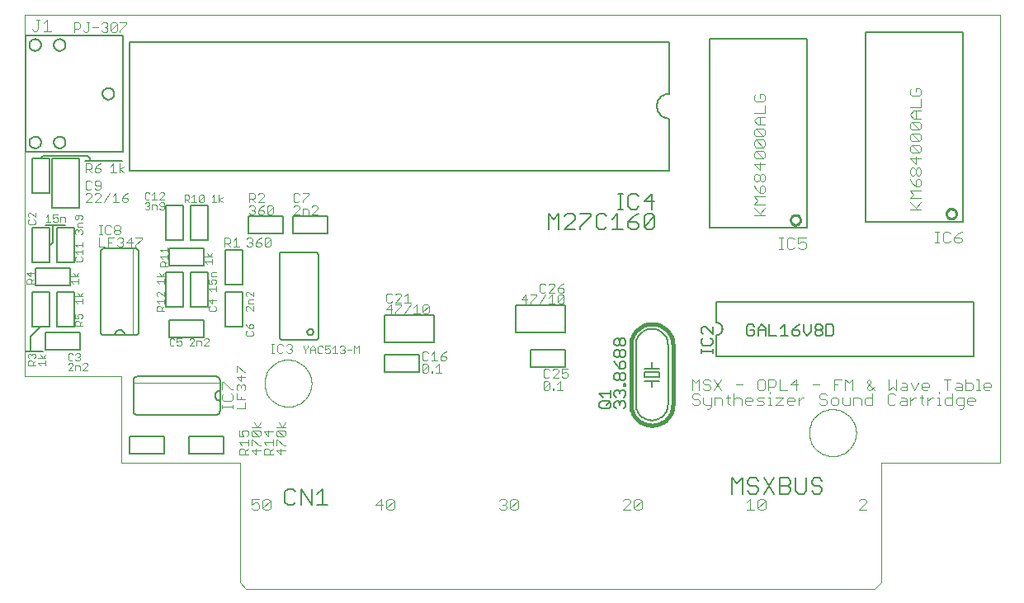
<source format=gto>
G04 This is an RS-274x file exported by *
G04 gerbv version 2.6.0 *
G04 More information is available about gerbv at *
G04 http://gerbv.gpleda.org/ *
G04 --End of header info--*
%MOIN*%
%FSLAX34Y34*%
%IPPOS*%
G04 --Define apertures--*
%ADD10C,0.0040*%
%ADD11C,0.0000*%
%ADD12C,0.0050*%
%ADD13C,0.0080*%
%ADD14C,0.0100*%
%ADD15C,0.0060*%
%ADD16C,0.0070*%
%ADD17C,0.0030*%
%ADD18C,0.0160*%
%ADD19C,0.0020*%
G04 --Start main section--*
G54D10*
G01X0010570Y0003747D02*
G01X0010647Y0003670D01*
G01X0010647Y0003670D02*
G01X0010800Y0003670D01*
G01X0010800Y0003670D02*
G01X0010877Y0003747D01*
G01X0010877Y0003747D02*
G01X0010877Y0003900D01*
G01X0010877Y0003900D02*
G01X0010800Y0003977D01*
G01X0010800Y0003977D02*
G01X0010723Y0003977D01*
G01X0010723Y0003977D02*
G01X0010570Y0003900D01*
G01X0010570Y0003900D02*
G01X0010570Y0004130D01*
G01X0010570Y0004130D02*
G01X0010877Y0004130D01*
G01X0011030Y0004054D02*
G01X0011030Y0003747D01*
G01X0011030Y0003747D02*
G01X0011337Y0004054D01*
G01X0011337Y0004054D02*
G01X0011337Y0003747D01*
G01X0011337Y0003747D02*
G01X0011261Y0003670D01*
G01X0011261Y0003670D02*
G01X0011107Y0003670D01*
G01X0011107Y0003670D02*
G01X0011030Y0003747D01*
G01X0011030Y0004054D02*
G01X0011107Y0004130D01*
G01X0011107Y0004130D02*
G01X0011261Y0004130D01*
G01X0011261Y0004130D02*
G01X0011337Y0004054D01*
G01X0015570Y0003900D02*
G01X0015877Y0003900D01*
G01X0016030Y0003747D02*
G01X0016030Y0004054D01*
G01X0016030Y0004054D02*
G01X0016107Y0004130D01*
G01X0016107Y0004130D02*
G01X0016261Y0004130D01*
G01X0016261Y0004130D02*
G01X0016337Y0004054D01*
G01X0016337Y0004054D02*
G01X0016030Y0003747D01*
G01X0016030Y0003747D02*
G01X0016107Y0003670D01*
G01X0016107Y0003670D02*
G01X0016261Y0003670D01*
G01X0016261Y0003670D02*
G01X0016337Y0003747D01*
G01X0016337Y0003747D02*
G01X0016337Y0004054D01*
G01X0015800Y0004130D02*
G01X0015800Y0003670D01*
G01X0015570Y0003900D02*
G01X0015800Y0004130D01*
G01X0020570Y0004054D02*
G01X0020647Y0004130D01*
G01X0020647Y0004130D02*
G01X0020800Y0004130D01*
G01X0020800Y0004130D02*
G01X0020877Y0004054D01*
G01X0020877Y0004054D02*
G01X0020877Y0003977D01*
G01X0020877Y0003977D02*
G01X0020800Y0003900D01*
G01X0020800Y0003900D02*
G01X0020877Y0003823D01*
G01X0020877Y0003823D02*
G01X0020877Y0003747D01*
G01X0020877Y0003747D02*
G01X0020800Y0003670D01*
G01X0020800Y0003670D02*
G01X0020647Y0003670D01*
G01X0020647Y0003670D02*
G01X0020570Y0003747D01*
G01X0020723Y0003900D02*
G01X0020800Y0003900D01*
G01X0021030Y0003747D02*
G01X0021030Y0004054D01*
G01X0021030Y0004054D02*
G01X0021107Y0004130D01*
G01X0021107Y0004130D02*
G01X0021261Y0004130D01*
G01X0021261Y0004130D02*
G01X0021337Y0004054D01*
G01X0021337Y0004054D02*
G01X0021030Y0003747D01*
G01X0021030Y0003747D02*
G01X0021107Y0003670D01*
G01X0021107Y0003670D02*
G01X0021261Y0003670D01*
G01X0021261Y0003670D02*
G01X0021337Y0003747D01*
G01X0021337Y0003747D02*
G01X0021337Y0004054D01*
G01X0025570Y0004054D02*
G01X0025647Y0004130D01*
G01X0025647Y0004130D02*
G01X0025800Y0004130D01*
G01X0025800Y0004130D02*
G01X0025877Y0004054D01*
G01X0025877Y0004054D02*
G01X0025877Y0003977D01*
G01X0025877Y0003977D02*
G01X0025570Y0003670D01*
G01X0025570Y0003670D02*
G01X0025877Y0003670D01*
G01X0026030Y0003747D02*
G01X0026337Y0004054D01*
G01X0026337Y0004054D02*
G01X0026337Y0003747D01*
G01X0026337Y0003747D02*
G01X0026261Y0003670D01*
G01X0026261Y0003670D02*
G01X0026107Y0003670D01*
G01X0026107Y0003670D02*
G01X0026030Y0003747D01*
G01X0026030Y0003747D02*
G01X0026030Y0004054D01*
G01X0026030Y0004054D02*
G01X0026107Y0004130D01*
G01X0026107Y0004130D02*
G01X0026261Y0004130D01*
G01X0026261Y0004130D02*
G01X0026337Y0004054D01*
G01X0030570Y0003977D02*
G01X0030723Y0004130D01*
G01X0030723Y0004130D02*
G01X0030723Y0003670D01*
G01X0030570Y0003670D02*
G01X0030877Y0003670D01*
G01X0031030Y0003747D02*
G01X0031337Y0004054D01*
G01X0031337Y0004054D02*
G01X0031337Y0003747D01*
G01X0031337Y0003747D02*
G01X0031261Y0003670D01*
G01X0031261Y0003670D02*
G01X0031107Y0003670D01*
G01X0031107Y0003670D02*
G01X0031030Y0003747D01*
G01X0031030Y0003747D02*
G01X0031030Y0004054D01*
G01X0031030Y0004054D02*
G01X0031107Y0004130D01*
G01X0031107Y0004130D02*
G01X0031261Y0004130D01*
G01X0031261Y0004130D02*
G01X0031337Y0004054D01*
G01X0035110Y0004054D02*
G01X0035186Y0004130D01*
G01X0035186Y0004130D02*
G01X0035340Y0004130D01*
G01X0035340Y0004130D02*
G01X0035417Y0004054D01*
G01X0035417Y0004054D02*
G01X0035417Y0003977D01*
G01X0035417Y0003977D02*
G01X0035110Y0003670D01*
G01X0035110Y0003670D02*
G01X0035417Y0003670D01*
G01X0039189Y0007767D02*
G01X0039266Y0007767D01*
G01X0039266Y0007767D02*
G01X0039343Y0007843D01*
G01X0039343Y0007843D02*
G01X0039343Y0008227D01*
G01X0039343Y0008227D02*
G01X0039112Y0008227D01*
G01X0039112Y0008227D02*
G01X0039036Y0008150D01*
G01X0039036Y0008150D02*
G01X0039036Y0007997D01*
G01X0039036Y0007997D02*
G01X0039112Y0007920D01*
G01X0039112Y0007920D02*
G01X0039343Y0007920D01*
G01X0039496Y0007997D02*
G01X0039496Y0008150D01*
G01X0039496Y0008150D02*
G01X0039573Y0008227D01*
G01X0039573Y0008227D02*
G01X0039726Y0008227D01*
G01X0039726Y0008227D02*
G01X0039803Y0008150D01*
G01X0039803Y0008150D02*
G01X0039803Y0008073D01*
G01X0039803Y0008073D02*
G01X0039496Y0008073D01*
G01X0039496Y0007997D02*
G01X0039573Y0007920D01*
G01X0039573Y0007920D02*
G01X0039726Y0007920D01*
G01X0038882Y0007920D02*
G01X0038882Y0008380D01*
G01X0038882Y0008227D02*
G01X0038652Y0008227D01*
G01X0038652Y0008227D02*
G01X0038575Y0008150D01*
G01X0038575Y0008150D02*
G01X0038575Y0007997D01*
G01X0038575Y0007997D02*
G01X0038652Y0007920D01*
G01X0038652Y0007920D02*
G01X0038882Y0007920D01*
G01X0038422Y0007920D02*
G01X0038268Y0007920D01*
G01X0038345Y0007920D02*
G01X0038345Y0008227D01*
G01X0038345Y0008227D02*
G01X0038268Y0008227D01*
G01X0038115Y0008227D02*
G01X0038038Y0008227D01*
G01X0038038Y0008227D02*
G01X0037885Y0008073D01*
G01X0037885Y0007920D02*
G01X0037885Y0008227D01*
G01X0037731Y0008227D02*
G01X0037578Y0008227D01*
G01X0037655Y0008304D02*
G01X0037655Y0007997D01*
G01X0037655Y0007997D02*
G01X0037731Y0007920D01*
G01X0037424Y0008227D02*
G01X0037348Y0008227D01*
G01X0037348Y0008227D02*
G01X0037194Y0008073D01*
G01X0037194Y0007920D02*
G01X0037194Y0008227D01*
G01X0037041Y0008150D02*
G01X0037041Y0007920D01*
G01X0037041Y0007920D02*
G01X0036811Y0007920D01*
G01X0036811Y0007920D02*
G01X0036734Y0007997D01*
G01X0036734Y0007997D02*
G01X0036811Y0008073D01*
G01X0036811Y0008073D02*
G01X0037041Y0008073D01*
G01X0037041Y0008150D02*
G01X0036964Y0008227D01*
G01X0036964Y0008227D02*
G01X0036811Y0008227D01*
G01X0036580Y0008304D02*
G01X0036504Y0008380D01*
G01X0036504Y0008380D02*
G01X0036350Y0008380D01*
G01X0036350Y0008380D02*
G01X0036273Y0008304D01*
G01X0036273Y0008304D02*
G01X0036273Y0007997D01*
G01X0036273Y0007997D02*
G01X0036350Y0007920D01*
G01X0036350Y0007920D02*
G01X0036504Y0007920D01*
G01X0036504Y0007920D02*
G01X0036580Y0007997D01*
G01X0035660Y0007920D02*
G01X0035660Y0008380D01*
G01X0035660Y0008227D02*
G01X0035429Y0008227D01*
G01X0035429Y0008227D02*
G01X0035353Y0008150D01*
G01X0035353Y0008150D02*
G01X0035353Y0007997D01*
G01X0035353Y0007997D02*
G01X0035429Y0007920D01*
G01X0035429Y0007920D02*
G01X0035660Y0007920D01*
G01X0035199Y0007920D02*
G01X0035199Y0008150D01*
G01X0035199Y0008150D02*
G01X0035122Y0008227D01*
G01X0035122Y0008227D02*
G01X0034892Y0008227D01*
G01X0034892Y0008227D02*
G01X0034892Y0007920D01*
G01X0034739Y0007920D02*
G01X0034739Y0008227D01*
G01X0034739Y0007920D02*
G01X0034509Y0007920D01*
G01X0034509Y0007920D02*
G01X0034432Y0007997D01*
G01X0034432Y0007997D02*
G01X0034432Y0008227D01*
G01X0034278Y0008150D02*
G01X0034278Y0007997D01*
G01X0034278Y0007997D02*
G01X0034202Y0007920D01*
G01X0034202Y0007920D02*
G01X0034048Y0007920D01*
G01X0034048Y0007920D02*
G01X0033971Y0007997D01*
G01X0033971Y0007997D02*
G01X0033971Y0008150D01*
G01X0033971Y0008150D02*
G01X0034048Y0008227D01*
G01X0034048Y0008227D02*
G01X0034202Y0008227D01*
G01X0034202Y0008227D02*
G01X0034278Y0008150D01*
G01X0033818Y0008073D02*
G01X0033818Y0007997D01*
G01X0033818Y0007997D02*
G01X0033741Y0007920D01*
G01X0033741Y0007920D02*
G01X0033588Y0007920D01*
G01X0033588Y0007920D02*
G01X0033511Y0007997D01*
G01X0033588Y0008150D02*
G01X0033741Y0008150D01*
G01X0033741Y0008150D02*
G01X0033818Y0008073D01*
G01X0033818Y0008304D02*
G01X0033741Y0008380D01*
G01X0033741Y0008380D02*
G01X0033588Y0008380D01*
G01X0033588Y0008380D02*
G01X0033511Y0008304D01*
G01X0033511Y0008304D02*
G01X0033511Y0008227D01*
G01X0033511Y0008227D02*
G01X0033588Y0008150D01*
G01X0033525Y0008740D02*
G01X0033232Y0008740D01*
G01X0032641Y0008740D02*
G01X0032348Y0008740D01*
G01X0032348Y0008740D02*
G01X0032568Y0008960D01*
G01X0032568Y0008960D02*
G01X0032568Y0008520D01*
G01X0032199Y0008520D02*
G01X0031906Y0008520D01*
G01X0031906Y0008520D02*
G01X0031906Y0008960D01*
G01X0031757Y0008887D02*
G01X0031757Y0008740D01*
G01X0031757Y0008740D02*
G01X0031684Y0008667D01*
G01X0031684Y0008667D02*
G01X0031464Y0008667D01*
G01X0031464Y0008520D02*
G01X0031464Y0008960D01*
G01X0031464Y0008960D02*
G01X0031684Y0008960D01*
G01X0031684Y0008960D02*
G01X0031757Y0008887D01*
G01X0031315Y0008887D02*
G01X0031315Y0008593D01*
G01X0031315Y0008593D02*
G01X0031242Y0008520D01*
G01X0031242Y0008520D02*
G01X0031095Y0008520D01*
G01X0031095Y0008520D02*
G01X0031022Y0008593D01*
G01X0031022Y0008593D02*
G01X0031022Y0008887D01*
G01X0031022Y0008887D02*
G01X0031095Y0008960D01*
G01X0031095Y0008960D02*
G01X0031242Y0008960D01*
G01X0031242Y0008960D02*
G01X0031315Y0008887D01*
G01X0031516Y0008457D02*
G01X0031516Y0008380D01*
G01X0031516Y0008227D02*
G01X0031516Y0007920D01*
G01X0031439Y0007920D02*
G01X0031593Y0007920D01*
G01X0031746Y0007920D02*
G01X0032053Y0007920D01*
G01X0032207Y0007997D02*
G01X0032207Y0008150D01*
G01X0032207Y0008150D02*
G01X0032283Y0008227D01*
G01X0032283Y0008227D02*
G01X0032437Y0008227D01*
G01X0032437Y0008227D02*
G01X0032514Y0008150D01*
G01X0032514Y0008150D02*
G01X0032514Y0008073D01*
G01X0032514Y0008073D02*
G01X0032207Y0008073D01*
G01X0032207Y0007997D02*
G01X0032283Y0007920D01*
G01X0032283Y0007920D02*
G01X0032437Y0007920D01*
G01X0032667Y0007920D02*
G01X0032667Y0008227D01*
G01X0032820Y0008227D02*
G01X0032897Y0008227D01*
G01X0032820Y0008227D02*
G01X0032667Y0008073D01*
G01X0032053Y0008227D02*
G01X0031746Y0007920D01*
G01X0031746Y0008227D02*
G01X0032053Y0008227D01*
G01X0031516Y0008227D02*
G01X0031439Y0008227D01*
G01X0031286Y0008227D02*
G01X0031056Y0008227D01*
G01X0031056Y0008227D02*
G01X0030979Y0008150D01*
G01X0030979Y0008150D02*
G01X0031056Y0008073D01*
G01X0031056Y0008073D02*
G01X0031209Y0008073D01*
G01X0031209Y0008073D02*
G01X0031286Y0007997D01*
G01X0031286Y0007997D02*
G01X0031209Y0007920D01*
G01X0031209Y0007920D02*
G01X0030979Y0007920D01*
G01X0030825Y0008073D02*
G01X0030518Y0008073D01*
G01X0030518Y0007997D02*
G01X0030518Y0008150D01*
G01X0030518Y0008150D02*
G01X0030595Y0008227D01*
G01X0030595Y0008227D02*
G01X0030749Y0008227D01*
G01X0030749Y0008227D02*
G01X0030825Y0008150D01*
G01X0030825Y0008150D02*
G01X0030825Y0008073D01*
G01X0030749Y0007920D02*
G01X0030595Y0007920D01*
G01X0030595Y0007920D02*
G01X0030518Y0007997D01*
G01X0030365Y0007920D02*
G01X0030365Y0008150D01*
G01X0030365Y0008150D02*
G01X0030288Y0008227D01*
G01X0030288Y0008227D02*
G01X0030135Y0008227D01*
G01X0030135Y0008227D02*
G01X0030058Y0008150D01*
G01X0029905Y0008227D02*
G01X0029751Y0008227D01*
G01X0029828Y0008304D02*
G01X0029828Y0007997D01*
G01X0029828Y0007997D02*
G01X0029905Y0007920D01*
G01X0030058Y0007920D02*
G01X0030058Y0008380D01*
G01X0030138Y0008740D02*
G01X0030431Y0008740D01*
G01X0029548Y0008520D02*
G01X0029254Y0008960D01*
G01X0029106Y0008887D02*
G01X0029032Y0008960D01*
G01X0029032Y0008960D02*
G01X0028885Y0008960D01*
G01X0028885Y0008960D02*
G01X0028812Y0008887D01*
G01X0028812Y0008887D02*
G01X0028812Y0008814D01*
G01X0028812Y0008814D02*
G01X0028885Y0008740D01*
G01X0028885Y0008740D02*
G01X0029032Y0008740D01*
G01X0029032Y0008740D02*
G01X0029106Y0008667D01*
G01X0029106Y0008667D02*
G01X0029106Y0008593D01*
G01X0029106Y0008593D02*
G01X0029032Y0008520D01*
G01X0029032Y0008520D02*
G01X0028885Y0008520D01*
G01X0028885Y0008520D02*
G01X0028812Y0008593D01*
G01X0028664Y0008520D02*
G01X0028664Y0008960D01*
G01X0028664Y0008960D02*
G01X0028517Y0008814D01*
G01X0028517Y0008814D02*
G01X0028370Y0008960D01*
G01X0028370Y0008960D02*
G01X0028370Y0008520D01*
G01X0028447Y0008380D02*
G01X0028370Y0008304D01*
G01X0028370Y0008304D02*
G01X0028370Y0008227D01*
G01X0028370Y0008227D02*
G01X0028447Y0008150D01*
G01X0028447Y0008150D02*
G01X0028600Y0008150D01*
G01X0028600Y0008150D02*
G01X0028677Y0008073D01*
G01X0028677Y0008073D02*
G01X0028677Y0007997D01*
G01X0028677Y0007997D02*
G01X0028600Y0007920D01*
G01X0028600Y0007920D02*
G01X0028447Y0007920D01*
G01X0028447Y0007920D02*
G01X0028370Y0007997D01*
G01X0028830Y0007997D02*
G01X0028830Y0008227D01*
G01X0028677Y0008304D02*
G01X0028600Y0008380D01*
G01X0028600Y0008380D02*
G01X0028447Y0008380D01*
G01X0029137Y0008227D02*
G01X0029137Y0007843D01*
G01X0029137Y0007843D02*
G01X0029061Y0007767D01*
G01X0029061Y0007767D02*
G01X0028984Y0007767D01*
G01X0028907Y0007920D02*
G01X0028830Y0007997D01*
G01X0028907Y0007920D02*
G01X0029137Y0007920D01*
G01X0029291Y0007920D02*
G01X0029291Y0008227D01*
G01X0029291Y0008227D02*
G01X0029521Y0008227D01*
G01X0029521Y0008227D02*
G01X0029598Y0008150D01*
G01X0029598Y0008150D02*
G01X0029598Y0007920D01*
G01X0029254Y0008520D02*
G01X0029548Y0008960D01*
G01X0034116Y0008960D02*
G01X0034116Y0008520D01*
G01X0034116Y0008740D02*
G01X0034262Y0008740D01*
G01X0034116Y0008960D02*
G01X0034409Y0008960D01*
G01X0034558Y0008960D02*
G01X0034704Y0008814D01*
G01X0034704Y0008814D02*
G01X0034851Y0008960D01*
G01X0034851Y0008960D02*
G01X0034851Y0008520D01*
G01X0034558Y0008520D02*
G01X0034558Y0008960D01*
G01X0035442Y0008887D02*
G01X0035442Y0008814D01*
G01X0035442Y0008814D02*
G01X0035735Y0008520D01*
G01X0035735Y0008667D02*
G01X0035588Y0008520D01*
G01X0035588Y0008520D02*
G01X0035515Y0008520D01*
G01X0035515Y0008520D02*
G01X0035442Y0008593D01*
G01X0035442Y0008593D02*
G01X0035442Y0008667D01*
G01X0035442Y0008667D02*
G01X0035588Y0008814D01*
G01X0035588Y0008814D02*
G01X0035588Y0008887D01*
G01X0035588Y0008887D02*
G01X0035515Y0008960D01*
G01X0035515Y0008960D02*
G01X0035442Y0008887D01*
G01X0036326Y0008960D02*
G01X0036326Y0008520D01*
G01X0036326Y0008520D02*
G01X0036472Y0008667D01*
G01X0036472Y0008667D02*
G01X0036619Y0008520D01*
G01X0036619Y0008520D02*
G01X0036619Y0008960D01*
G01X0036841Y0008814D02*
G01X0036988Y0008814D01*
G01X0036988Y0008814D02*
G01X0037061Y0008740D01*
G01X0037061Y0008740D02*
G01X0037061Y0008520D01*
G01X0037061Y0008520D02*
G01X0036841Y0008520D01*
G01X0036841Y0008520D02*
G01X0036768Y0008593D01*
G01X0036768Y0008593D02*
G01X0036841Y0008667D01*
G01X0036841Y0008667D02*
G01X0037061Y0008667D01*
G01X0037210Y0008814D02*
G01X0037356Y0008520D01*
G01X0037356Y0008520D02*
G01X0037503Y0008814D01*
G01X0037652Y0008740D02*
G01X0037725Y0008814D01*
G01X0037725Y0008814D02*
G01X0037872Y0008814D01*
G01X0037872Y0008814D02*
G01X0037945Y0008740D01*
G01X0037945Y0008740D02*
G01X0037945Y0008667D01*
G01X0037945Y0008667D02*
G01X0037652Y0008667D01*
G01X0037652Y0008740D02*
G01X0037652Y0008593D01*
G01X0037652Y0008593D02*
G01X0037725Y0008520D01*
G01X0037725Y0008520D02*
G01X0037872Y0008520D01*
G01X0038345Y0008457D02*
G01X0038345Y0008380D01*
G01X0038682Y0008520D02*
G01X0038682Y0008960D01*
G01X0038535Y0008960D02*
G01X0038829Y0008960D01*
G01X0039051Y0008814D02*
G01X0039198Y0008814D01*
G01X0039198Y0008814D02*
G01X0039271Y0008740D01*
G01X0039271Y0008740D02*
G01X0039271Y0008520D01*
G01X0039271Y0008520D02*
G01X0039051Y0008520D01*
G01X0039051Y0008520D02*
G01X0038977Y0008593D01*
G01X0038977Y0008593D02*
G01X0039051Y0008667D01*
G01X0039051Y0008667D02*
G01X0039271Y0008667D01*
G01X0039419Y0008814D02*
G01X0039640Y0008814D01*
G01X0039640Y0008814D02*
G01X0039713Y0008740D01*
G01X0039713Y0008740D02*
G01X0039713Y0008593D01*
G01X0039713Y0008593D02*
G01X0039640Y0008520D01*
G01X0039640Y0008520D02*
G01X0039419Y0008520D01*
G01X0039419Y0008520D02*
G01X0039419Y0008960D01*
G01X0039861Y0008960D02*
G01X0039935Y0008960D01*
G01X0039935Y0008960D02*
G01X0039935Y0008520D01*
G01X0040008Y0008520D02*
G01X0039861Y0008520D01*
G01X0040156Y0008593D02*
G01X0040156Y0008740D01*
G01X0040156Y0008740D02*
G01X0040229Y0008814D01*
G01X0040229Y0008814D02*
G01X0040376Y0008814D01*
G01X0040376Y0008814D02*
G01X0040450Y0008740D01*
G01X0040450Y0008740D02*
G01X0040450Y0008667D01*
G01X0040450Y0008667D02*
G01X0040156Y0008667D01*
G01X0040156Y0008593D02*
G01X0040229Y0008520D01*
G01X0040229Y0008520D02*
G01X0040376Y0008520D01*
G01X0032967Y0014297D02*
G01X0032890Y0014220D01*
G01X0032890Y0014220D02*
G01X0032736Y0014220D01*
G01X0032736Y0014220D02*
G01X0032660Y0014297D01*
G01X0032660Y0014450D02*
G01X0032813Y0014527D01*
G01X0032813Y0014527D02*
G01X0032890Y0014527D01*
G01X0032890Y0014527D02*
G01X0032967Y0014450D01*
G01X0032967Y0014450D02*
G01X0032967Y0014297D01*
G01X0032660Y0014450D02*
G01X0032660Y0014680D01*
G01X0032660Y0014680D02*
G01X0032967Y0014680D01*
G01X0032506Y0014604D02*
G01X0032429Y0014680D01*
G01X0032429Y0014680D02*
G01X0032276Y0014680D01*
G01X0032276Y0014680D02*
G01X0032199Y0014604D01*
G01X0032199Y0014604D02*
G01X0032199Y0014297D01*
G01X0032199Y0014297D02*
G01X0032276Y0014220D01*
G01X0032276Y0014220D02*
G01X0032429Y0014220D01*
G01X0032429Y0014220D02*
G01X0032506Y0014297D01*
G01X0032046Y0014220D02*
G01X0031892Y0014220D01*
G01X0031969Y0014220D02*
G01X0031969Y0014680D01*
G01X0031892Y0014680D02*
G01X0032046Y0014680D01*
G01X0031330Y0015570D02*
G01X0030870Y0015570D01*
G01X0031100Y0015647D02*
G01X0031330Y0015877D01*
G01X0031330Y0016030D02*
G01X0030870Y0016030D01*
G01X0030870Y0016030D02*
G01X0031023Y0016184D01*
G01X0031023Y0016184D02*
G01X0030870Y0016337D01*
G01X0030870Y0016337D02*
G01X0031330Y0016337D01*
G01X0031253Y0016491D02*
G01X0031330Y0016568D01*
G01X0031330Y0016568D02*
G01X0031330Y0016721D01*
G01X0031330Y0016721D02*
G01X0031253Y0016798D01*
G01X0031253Y0016798D02*
G01X0031177Y0016798D01*
G01X0031177Y0016798D02*
G01X0031100Y0016721D01*
G01X0031100Y0016721D02*
G01X0031100Y0016491D01*
G01X0031100Y0016491D02*
G01X0031253Y0016491D01*
G01X0031100Y0016491D02*
G01X0030946Y0016644D01*
G01X0030946Y0016644D02*
G01X0030870Y0016798D01*
G01X0030946Y0016951D02*
G01X0031023Y0016951D01*
G01X0031023Y0016951D02*
G01X0031100Y0017028D01*
G01X0031100Y0017028D02*
G01X0031100Y0017181D01*
G01X0031100Y0017181D02*
G01X0031177Y0017258D01*
G01X0031177Y0017258D02*
G01X0031253Y0017258D01*
G01X0031253Y0017258D02*
G01X0031330Y0017181D01*
G01X0031330Y0017181D02*
G01X0031330Y0017028D01*
G01X0031330Y0017028D02*
G01X0031253Y0016951D01*
G01X0031253Y0016951D02*
G01X0031177Y0016951D01*
G01X0031177Y0016951D02*
G01X0031100Y0017028D01*
G01X0031100Y0017181D02*
G01X0031023Y0017258D01*
G01X0031023Y0017258D02*
G01X0030946Y0017258D01*
G01X0030946Y0017258D02*
G01X0030870Y0017181D01*
G01X0030870Y0017181D02*
G01X0030870Y0017028D01*
G01X0030870Y0017028D02*
G01X0030946Y0016951D01*
G01X0031100Y0017412D02*
G01X0031100Y0017718D01*
G01X0031253Y0017872D02*
G01X0030946Y0017872D01*
G01X0030946Y0017872D02*
G01X0030870Y0017949D01*
G01X0030870Y0017949D02*
G01X0030870Y0018102D01*
G01X0030870Y0018102D02*
G01X0030946Y0018179D01*
G01X0030946Y0018179D02*
G01X0031253Y0017872D01*
G01X0031253Y0017872D02*
G01X0031330Y0017949D01*
G01X0031330Y0017949D02*
G01X0031330Y0018102D01*
G01X0031330Y0018102D02*
G01X0031253Y0018179D01*
G01X0031253Y0018179D02*
G01X0030946Y0018179D01*
G01X0030946Y0018332D02*
G01X0030870Y0018409D01*
G01X0030870Y0018409D02*
G01X0030870Y0018563D01*
G01X0030870Y0018563D02*
G01X0030946Y0018639D01*
G01X0030946Y0018639D02*
G01X0031253Y0018332D01*
G01X0031253Y0018332D02*
G01X0031330Y0018409D01*
G01X0031330Y0018409D02*
G01X0031330Y0018563D01*
G01X0031330Y0018563D02*
G01X0031253Y0018639D01*
G01X0031253Y0018639D02*
G01X0030946Y0018639D01*
G01X0030946Y0018793D02*
G01X0030870Y0018869D01*
G01X0030870Y0018869D02*
G01X0030870Y0019023D01*
G01X0030870Y0019023D02*
G01X0030946Y0019100D01*
G01X0030946Y0019100D02*
G01X0031253Y0018793D01*
G01X0031253Y0018793D02*
G01X0031330Y0018869D01*
G01X0031330Y0018869D02*
G01X0031330Y0019023D01*
G01X0031330Y0019023D02*
G01X0031253Y0019100D01*
G01X0031253Y0019100D02*
G01X0030946Y0019100D01*
G01X0031023Y0019253D02*
G01X0030870Y0019407D01*
G01X0030870Y0019407D02*
G01X0031023Y0019560D01*
G01X0031023Y0019560D02*
G01X0031330Y0019560D01*
G01X0031330Y0019714D02*
G01X0030870Y0019714D01*
G01X0031100Y0019560D02*
G01X0031100Y0019253D01*
G01X0031023Y0019253D02*
G01X0031330Y0019253D01*
G01X0031330Y0019714D02*
G01X0031330Y0020020D01*
G01X0031253Y0020174D02*
G01X0031330Y0020251D01*
G01X0031330Y0020251D02*
G01X0031330Y0020404D01*
G01X0031330Y0020404D02*
G01X0031253Y0020481D01*
G01X0031253Y0020481D02*
G01X0031100Y0020481D01*
G01X0031100Y0020481D02*
G01X0031100Y0020327D01*
G01X0031253Y0020174D02*
G01X0030946Y0020174D01*
G01X0030946Y0020174D02*
G01X0030870Y0020251D01*
G01X0030870Y0020251D02*
G01X0030870Y0020404D01*
G01X0030870Y0020404D02*
G01X0030946Y0020481D01*
G01X0030946Y0018793D02*
G01X0031253Y0018793D01*
G01X0031253Y0018332D02*
G01X0030946Y0018332D01*
G01X0030870Y0017642D02*
G01X0031100Y0017412D01*
G01X0031330Y0017642D02*
G01X0030870Y0017642D01*
G01X0030870Y0015877D02*
G01X0031177Y0015570D01*
G01X0037170Y0015820D02*
G01X0037630Y0015820D01*
G01X0037477Y0015820D02*
G01X0037170Y0016127D01*
G01X0037170Y0016280D02*
G01X0037323Y0016434D01*
G01X0037323Y0016434D02*
G01X0037170Y0016587D01*
G01X0037170Y0016587D02*
G01X0037630Y0016587D01*
G01X0037553Y0016741D02*
G01X0037630Y0016818D01*
G01X0037630Y0016818D02*
G01X0037630Y0016971D01*
G01X0037630Y0016971D02*
G01X0037553Y0017048D01*
G01X0037553Y0017048D02*
G01X0037477Y0017048D01*
G01X0037477Y0017048D02*
G01X0037400Y0016971D01*
G01X0037400Y0016971D02*
G01X0037400Y0016741D01*
G01X0037400Y0016741D02*
G01X0037553Y0016741D01*
G01X0037400Y0016741D02*
G01X0037246Y0016894D01*
G01X0037246Y0016894D02*
G01X0037170Y0017048D01*
G01X0037246Y0017201D02*
G01X0037323Y0017201D01*
G01X0037323Y0017201D02*
G01X0037400Y0017278D01*
G01X0037400Y0017278D02*
G01X0037400Y0017431D01*
G01X0037400Y0017431D02*
G01X0037477Y0017508D01*
G01X0037477Y0017508D02*
G01X0037553Y0017508D01*
G01X0037553Y0017508D02*
G01X0037630Y0017431D01*
G01X0037630Y0017431D02*
G01X0037630Y0017278D01*
G01X0037630Y0017278D02*
G01X0037553Y0017201D01*
G01X0037553Y0017201D02*
G01X0037477Y0017201D01*
G01X0037477Y0017201D02*
G01X0037400Y0017278D01*
G01X0037400Y0017431D02*
G01X0037323Y0017508D01*
G01X0037323Y0017508D02*
G01X0037246Y0017508D01*
G01X0037246Y0017508D02*
G01X0037170Y0017431D01*
G01X0037170Y0017431D02*
G01X0037170Y0017278D01*
G01X0037170Y0017278D02*
G01X0037246Y0017201D01*
G01X0037400Y0017662D02*
G01X0037400Y0017968D01*
G01X0037553Y0018122D02*
G01X0037246Y0018122D01*
G01X0037246Y0018122D02*
G01X0037170Y0018199D01*
G01X0037170Y0018199D02*
G01X0037170Y0018352D01*
G01X0037170Y0018352D02*
G01X0037246Y0018429D01*
G01X0037246Y0018429D02*
G01X0037553Y0018122D01*
G01X0037553Y0018122D02*
G01X0037630Y0018199D01*
G01X0037630Y0018199D02*
G01X0037630Y0018352D01*
G01X0037630Y0018352D02*
G01X0037553Y0018429D01*
G01X0037553Y0018429D02*
G01X0037246Y0018429D01*
G01X0037246Y0018582D02*
G01X0037170Y0018659D01*
G01X0037170Y0018659D02*
G01X0037170Y0018813D01*
G01X0037170Y0018813D02*
G01X0037246Y0018889D01*
G01X0037246Y0018889D02*
G01X0037553Y0018582D01*
G01X0037553Y0018582D02*
G01X0037630Y0018659D01*
G01X0037630Y0018659D02*
G01X0037630Y0018813D01*
G01X0037630Y0018813D02*
G01X0037553Y0018889D01*
G01X0037553Y0018889D02*
G01X0037246Y0018889D01*
G01X0037246Y0019043D02*
G01X0037170Y0019119D01*
G01X0037170Y0019119D02*
G01X0037170Y0019273D01*
G01X0037170Y0019273D02*
G01X0037246Y0019350D01*
G01X0037246Y0019350D02*
G01X0037553Y0019043D01*
G01X0037553Y0019043D02*
G01X0037630Y0019119D01*
G01X0037630Y0019119D02*
G01X0037630Y0019273D01*
G01X0037630Y0019273D02*
G01X0037553Y0019350D01*
G01X0037553Y0019350D02*
G01X0037246Y0019350D01*
G01X0037323Y0019503D02*
G01X0037170Y0019657D01*
G01X0037170Y0019657D02*
G01X0037323Y0019810D01*
G01X0037323Y0019810D02*
G01X0037630Y0019810D01*
G01X0037630Y0019964D02*
G01X0037170Y0019964D01*
G01X0037400Y0019810D02*
G01X0037400Y0019503D01*
G01X0037323Y0019503D02*
G01X0037630Y0019503D01*
G01X0037630Y0019964D02*
G01X0037630Y0020270D01*
G01X0037553Y0020424D02*
G01X0037630Y0020501D01*
G01X0037630Y0020501D02*
G01X0037630Y0020654D01*
G01X0037630Y0020654D02*
G01X0037553Y0020731D01*
G01X0037553Y0020731D02*
G01X0037400Y0020731D01*
G01X0037400Y0020731D02*
G01X0037400Y0020577D01*
G01X0037553Y0020424D02*
G01X0037246Y0020424D01*
G01X0037246Y0020424D02*
G01X0037170Y0020501D01*
G01X0037170Y0020501D02*
G01X0037170Y0020654D01*
G01X0037170Y0020654D02*
G01X0037246Y0020731D01*
G01X0037246Y0019043D02*
G01X0037553Y0019043D01*
G01X0037553Y0018582D02*
G01X0037246Y0018582D01*
G01X0037170Y0017892D02*
G01X0037400Y0017662D01*
G01X0037630Y0017892D02*
G01X0037170Y0017892D01*
G01X0037170Y0016280D02*
G01X0037630Y0016280D01*
G01X0037630Y0016127D02*
G01X0037400Y0015897D01*
G01X0038192Y0014930D02*
G01X0038346Y0014930D01*
G01X0038269Y0014930D02*
G01X0038269Y0014470D01*
G01X0038192Y0014470D02*
G01X0038346Y0014470D01*
G01X0038499Y0014547D02*
G01X0038576Y0014470D01*
G01X0038576Y0014470D02*
G01X0038729Y0014470D01*
G01X0038729Y0014470D02*
G01X0038806Y0014547D01*
G01X0038960Y0014547D02*
G01X0039036Y0014470D01*
G01X0039036Y0014470D02*
G01X0039190Y0014470D01*
G01X0039190Y0014470D02*
G01X0039267Y0014547D01*
G01X0039267Y0014547D02*
G01X0039267Y0014623D01*
G01X0039267Y0014623D02*
G01X0039190Y0014700D01*
G01X0039190Y0014700D02*
G01X0038960Y0014700D01*
G01X0038960Y0014700D02*
G01X0038960Y0014547D01*
G01X0038960Y0014700D02*
G01X0039113Y0014854D01*
G01X0039113Y0014854D02*
G01X0039267Y0014930D01*
G01X0038806Y0014854D02*
G01X0038729Y0014930D01*
G01X0038729Y0014930D02*
G01X0038576Y0014930D01*
G01X0038576Y0014930D02*
G01X0038499Y0014854D01*
G01X0038499Y0014854D02*
G01X0038499Y0014547D01*
G01X0010330Y0009243D02*
G01X0010270Y0009243D01*
G01X0010270Y0009243D02*
G01X0010030Y0009483D01*
G01X0010030Y0009483D02*
G01X0009970Y0009483D01*
G01X0009970Y0009483D02*
G01X0009970Y0009243D01*
G01X0009970Y0009055D02*
G01X0010150Y0008875D01*
G01X0010150Y0008875D02*
G01X0010150Y0009115D01*
G01X0010330Y0009055D02*
G01X0009970Y0009055D01*
G01X0009753Y0008537D02*
G01X0009446Y0008844D01*
G01X0009446Y0008844D02*
G01X0009370Y0008844D01*
G01X0009370Y0008844D02*
G01X0009370Y0008537D01*
G01X0009446Y0008384D02*
G01X0009370Y0008307D01*
G01X0009370Y0008307D02*
G01X0009370Y0008154D01*
G01X0009370Y0008154D02*
G01X0009446Y0008077D01*
G01X0009446Y0008077D02*
G01X0009753Y0008077D01*
G01X0009753Y0008077D02*
G01X0009830Y0008154D01*
G01X0009830Y0008154D02*
G01X0009830Y0008307D01*
G01X0009830Y0008307D02*
G01X0009753Y0008384D01*
G01X0009753Y0008537D02*
G01X0009830Y0008537D01*
G01X0009970Y0008567D02*
G01X0009970Y0008687D01*
G01X0009970Y0008687D02*
G01X0010030Y0008747D01*
G01X0010030Y0008747D02*
G01X0010090Y0008747D01*
G01X0010090Y0008747D02*
G01X0010150Y0008687D01*
G01X0010150Y0008687D02*
G01X0010210Y0008747D01*
G01X0010210Y0008747D02*
G01X0010270Y0008747D01*
G01X0010270Y0008747D02*
G01X0010330Y0008687D01*
G01X0010330Y0008687D02*
G01X0010330Y0008567D01*
G01X0010330Y0008567D02*
G01X0010270Y0008507D01*
G01X0010150Y0008627D02*
G01X0010150Y0008687D01*
G01X0010030Y0008507D02*
G01X0009970Y0008567D01*
G01X0009970Y0008379D02*
G01X0009970Y0008138D01*
G01X0009970Y0008138D02*
G01X0010330Y0008138D01*
G01X0010330Y0008010D02*
G01X0010330Y0007770D01*
G01X0010330Y0007770D02*
G01X0009970Y0007770D01*
G01X0009830Y0007770D02*
G01X0009830Y0007923D01*
G01X0009830Y0007847D02*
G01X0009370Y0007847D01*
G01X0009370Y0007923D02*
G01X0009370Y0007770D01*
G01X0010150Y0008138D02*
G01X0010150Y0008258D01*
G01X0005893Y0014320D02*
G01X0005893Y0014380D01*
G01X0005893Y0014380D02*
G01X0006133Y0014620D01*
G01X0006133Y0014620D02*
G01X0006133Y0014680D01*
G01X0006133Y0014680D02*
G01X0005893Y0014680D01*
G01X0005705Y0014680D02*
G01X0005525Y0014500D01*
G01X0005525Y0014500D02*
G01X0005765Y0014500D01*
G01X0005705Y0014320D02*
G01X0005705Y0014680D01*
G01X0005397Y0014620D02*
G01X0005397Y0014560D01*
G01X0005397Y0014560D02*
G01X0005337Y0014500D01*
G01X0005337Y0014500D02*
G01X0005397Y0014440D01*
G01X0005397Y0014440D02*
G01X0005397Y0014380D01*
G01X0005397Y0014380D02*
G01X0005337Y0014320D01*
G01X0005337Y0014320D02*
G01X0005217Y0014320D01*
G01X0005217Y0014320D02*
G01X0005157Y0014380D01*
G01X0005277Y0014500D02*
G01X0005337Y0014500D01*
G01X0005397Y0014620D02*
G01X0005337Y0014680D01*
G01X0005337Y0014680D02*
G01X0005217Y0014680D01*
G01X0005217Y0014680D02*
G01X0005157Y0014620D01*
G01X0005029Y0014680D02*
G01X0004788Y0014680D01*
G01X0004788Y0014680D02*
G01X0004788Y0014320D01*
G01X0004660Y0014320D02*
G01X0004420Y0014320D01*
G01X0004420Y0014320D02*
G01X0004420Y0014680D01*
G01X0004788Y0014500D02*
G01X0004908Y0014500D01*
G01X0002485Y0023036D02*
G01X0002178Y0023036D01*
G01X0002331Y0023036D02*
G01X0002331Y0023496D01*
G01X0002331Y0023496D02*
G01X0002178Y0023343D01*
G01X0002024Y0023496D02*
G01X0001871Y0023496D01*
G01X0001947Y0023496D02*
G01X0001947Y0023112D01*
G01X0001947Y0023112D02*
G01X0001871Y0023036D01*
G01X0001871Y0023036D02*
G01X0001794Y0023036D01*
G01X0001794Y0023036D02*
G01X0001717Y0023112D01*
G54D11*
G01X0005300Y0005600D02*
G01X0010100Y0005600D01*
G01X0010100Y0005600D02*
G01X0010100Y0000750D01*
G01X0010100Y0000750D02*
G01X0010350Y0000500D01*
G01X0010350Y0000500D02*
G01X0035750Y0000500D01*
G01X0035750Y0000500D02*
G01X0036000Y0000750D01*
G01X0036000Y0000750D02*
G01X0036000Y0005600D01*
G01X0036000Y0005600D02*
G01X0040800Y0005600D01*
G01X0040800Y0005600D02*
G01X0040800Y0023700D01*
G01X0040800Y0023700D02*
G01X0001400Y0023700D01*
G01X0001400Y0023700D02*
G01X0001400Y0009100D01*
G01X0001400Y0009100D02*
G01X0005300Y0009100D01*
G01X0005300Y0009100D02*
G01X0005300Y0005600D01*
G01X0011100Y0008800D02*
G01X0011102Y0008861D01*
G01X0011102Y0008861D02*
G01X0011108Y0008923D01*
G01X0011108Y0008923D02*
G01X0011118Y0008983D01*
G01X0011118Y0008983D02*
G01X0011132Y0009043D01*
G01X0011132Y0009043D02*
G01X0011149Y0009102D01*
G01X0011149Y0009102D02*
G01X0011171Y0009160D01*
G01X0011171Y0009160D02*
G01X0011196Y0009216D01*
G01X0011196Y0009216D02*
G01X0011225Y0009271D01*
G01X0011225Y0009271D02*
G01X0011257Y0009323D01*
G01X0011257Y0009323D02*
G01X0011292Y0009373D01*
G01X0011292Y0009373D02*
G01X0011331Y0009421D01*
G01X0011331Y0009421D02*
G01X0011373Y0009466D01*
G01X0011373Y0009466D02*
G01X0011417Y0009509D01*
G01X0011417Y0009509D02*
G01X0011465Y0009548D01*
G01X0011465Y0009548D02*
G01X0011514Y0009585D01*
G01X0011514Y0009585D02*
G01X0011566Y0009618D01*
G01X0011566Y0009618D02*
G01X0011620Y0009647D01*
G01X0011620Y0009647D02*
G01X0011676Y0009673D01*
G01X0011676Y0009673D02*
G01X0011733Y0009696D01*
G01X0011733Y0009696D02*
G01X0011792Y0009714D01*
G01X0011792Y0009714D02*
G01X0011851Y0009729D01*
G01X0011851Y0009729D02*
G01X0011912Y0009740D01*
G01X0011912Y0009740D02*
G01X0011973Y0009747D01*
G01X0011973Y0009747D02*
G01X0012035Y0009750D01*
G01X0012035Y0009750D02*
G01X0012096Y0009749D01*
G01X0012096Y0009749D02*
G01X0012157Y0009744D01*
G01X0012157Y0009744D02*
G01X0012218Y0009735D01*
G01X0012218Y0009735D02*
G01X0012278Y0009722D01*
G01X0012278Y0009722D02*
G01X0012338Y0009705D01*
G01X0012338Y0009705D02*
G01X0012396Y0009685D01*
G01X0012396Y0009685D02*
G01X0012452Y0009661D01*
G01X0012452Y0009661D02*
G01X0012507Y0009633D01*
G01X0012507Y0009633D02*
G01X0012560Y0009601D01*
G01X0012560Y0009601D02*
G01X0012611Y0009567D01*
G01X0012611Y0009567D02*
G01X0012659Y0009529D01*
G01X0012659Y0009529D02*
G01X0012705Y0009488D01*
G01X0012705Y0009488D02*
G01X0012748Y0009444D01*
G01X0012748Y0009444D02*
G01X0012789Y0009397D01*
G01X0012789Y0009397D02*
G01X0012826Y0009348D01*
G01X0012826Y0009348D02*
G01X0012860Y0009297D01*
G01X0012860Y0009297D02*
G01X0012890Y0009244D01*
G01X0012890Y0009244D02*
G01X0012917Y0009188D01*
G01X0012917Y0009188D02*
G01X0012940Y0009131D01*
G01X0012940Y0009131D02*
G01X0012960Y0009073D01*
G01X0012960Y0009073D02*
G01X0012976Y0009014D01*
G01X0012976Y0009014D02*
G01X0012988Y0008953D01*
G01X0012988Y0008953D02*
G01X0012996Y0008892D01*
G01X0012996Y0008892D02*
G01X0013000Y0008831D01*
G01X0013000Y0008831D02*
G01X0013000Y0008769D01*
G01X0013000Y0008769D02*
G01X0012996Y0008708D01*
G01X0012996Y0008708D02*
G01X0012988Y0008647D01*
G01X0012988Y0008647D02*
G01X0012976Y0008586D01*
G01X0012976Y0008586D02*
G01X0012960Y0008527D01*
G01X0012960Y0008527D02*
G01X0012940Y0008469D01*
G01X0012940Y0008469D02*
G01X0012917Y0008412D01*
G01X0012917Y0008412D02*
G01X0012890Y0008356D01*
G01X0012890Y0008356D02*
G01X0012860Y0008303D01*
G01X0012860Y0008303D02*
G01X0012826Y0008252D01*
G01X0012826Y0008252D02*
G01X0012789Y0008203D01*
G01X0012789Y0008203D02*
G01X0012748Y0008156D01*
G01X0012748Y0008156D02*
G01X0012705Y0008112D01*
G01X0012705Y0008112D02*
G01X0012659Y0008071D01*
G01X0012659Y0008071D02*
G01X0012611Y0008033D01*
G01X0012611Y0008033D02*
G01X0012560Y0007999D01*
G01X0012560Y0007999D02*
G01X0012507Y0007967D01*
G01X0012507Y0007967D02*
G01X0012452Y0007939D01*
G01X0012452Y0007939D02*
G01X0012396Y0007915D01*
G01X0012396Y0007915D02*
G01X0012338Y0007895D01*
G01X0012338Y0007895D02*
G01X0012278Y0007878D01*
G01X0012278Y0007878D02*
G01X0012218Y0007865D01*
G01X0012218Y0007865D02*
G01X0012157Y0007856D01*
G01X0012157Y0007856D02*
G01X0012096Y0007851D01*
G01X0012096Y0007851D02*
G01X0012035Y0007850D01*
G01X0012035Y0007850D02*
G01X0011973Y0007853D01*
G01X0011973Y0007853D02*
G01X0011912Y0007860D01*
G01X0011912Y0007860D02*
G01X0011851Y0007871D01*
G01X0011851Y0007871D02*
G01X0011792Y0007886D01*
G01X0011792Y0007886D02*
G01X0011733Y0007904D01*
G01X0011733Y0007904D02*
G01X0011676Y0007927D01*
G01X0011676Y0007927D02*
G01X0011620Y0007953D01*
G01X0011620Y0007953D02*
G01X0011566Y0007982D01*
G01X0011566Y0007982D02*
G01X0011514Y0008015D01*
G01X0011514Y0008015D02*
G01X0011465Y0008052D01*
G01X0011465Y0008052D02*
G01X0011417Y0008091D01*
G01X0011417Y0008091D02*
G01X0011373Y0008134D01*
G01X0011373Y0008134D02*
G01X0011331Y0008179D01*
G01X0011331Y0008179D02*
G01X0011292Y0008227D01*
G01X0011292Y0008227D02*
G01X0011257Y0008277D01*
G01X0011257Y0008277D02*
G01X0011225Y0008329D01*
G01X0011225Y0008329D02*
G01X0011196Y0008384D01*
G01X0011196Y0008384D02*
G01X0011171Y0008440D01*
G01X0011171Y0008440D02*
G01X0011149Y0008498D01*
G01X0011149Y0008498D02*
G01X0011132Y0008557D01*
G01X0011132Y0008557D02*
G01X0011118Y0008617D01*
G01X0011118Y0008617D02*
G01X0011108Y0008677D01*
G01X0011108Y0008677D02*
G01X0011102Y0008739D01*
G01X0011102Y0008739D02*
G01X0011100Y0008800D01*
G01X0033100Y0006800D02*
G01X0033102Y0006861D01*
G01X0033102Y0006861D02*
G01X0033108Y0006923D01*
G01X0033108Y0006923D02*
G01X0033118Y0006983D01*
G01X0033118Y0006983D02*
G01X0033132Y0007043D01*
G01X0033132Y0007043D02*
G01X0033149Y0007102D01*
G01X0033149Y0007102D02*
G01X0033171Y0007160D01*
G01X0033171Y0007160D02*
G01X0033196Y0007216D01*
G01X0033196Y0007216D02*
G01X0033225Y0007271D01*
G01X0033225Y0007271D02*
G01X0033257Y0007323D01*
G01X0033257Y0007323D02*
G01X0033292Y0007373D01*
G01X0033292Y0007373D02*
G01X0033331Y0007421D01*
G01X0033331Y0007421D02*
G01X0033373Y0007466D01*
G01X0033373Y0007466D02*
G01X0033417Y0007509D01*
G01X0033417Y0007509D02*
G01X0033465Y0007548D01*
G01X0033465Y0007548D02*
G01X0033514Y0007585D01*
G01X0033514Y0007585D02*
G01X0033566Y0007618D01*
G01X0033566Y0007618D02*
G01X0033620Y0007647D01*
G01X0033620Y0007647D02*
G01X0033676Y0007673D01*
G01X0033676Y0007673D02*
G01X0033733Y0007696D01*
G01X0033733Y0007696D02*
G01X0033792Y0007714D01*
G01X0033792Y0007714D02*
G01X0033851Y0007729D01*
G01X0033851Y0007729D02*
G01X0033912Y0007740D01*
G01X0033912Y0007740D02*
G01X0033973Y0007747D01*
G01X0033973Y0007747D02*
G01X0034035Y0007750D01*
G01X0034035Y0007750D02*
G01X0034096Y0007749D01*
G01X0034096Y0007749D02*
G01X0034157Y0007744D01*
G01X0034157Y0007744D02*
G01X0034218Y0007735D01*
G01X0034218Y0007735D02*
G01X0034278Y0007722D01*
G01X0034278Y0007722D02*
G01X0034338Y0007705D01*
G01X0034338Y0007705D02*
G01X0034396Y0007685D01*
G01X0034396Y0007685D02*
G01X0034452Y0007661D01*
G01X0034452Y0007661D02*
G01X0034507Y0007633D01*
G01X0034507Y0007633D02*
G01X0034560Y0007601D01*
G01X0034560Y0007601D02*
G01X0034611Y0007567D01*
G01X0034611Y0007567D02*
G01X0034659Y0007529D01*
G01X0034659Y0007529D02*
G01X0034705Y0007488D01*
G01X0034705Y0007488D02*
G01X0034748Y0007444D01*
G01X0034748Y0007444D02*
G01X0034789Y0007397D01*
G01X0034789Y0007397D02*
G01X0034826Y0007348D01*
G01X0034826Y0007348D02*
G01X0034860Y0007297D01*
G01X0034860Y0007297D02*
G01X0034890Y0007244D01*
G01X0034890Y0007244D02*
G01X0034917Y0007188D01*
G01X0034917Y0007188D02*
G01X0034940Y0007131D01*
G01X0034940Y0007131D02*
G01X0034960Y0007073D01*
G01X0034960Y0007073D02*
G01X0034976Y0007014D01*
G01X0034976Y0007014D02*
G01X0034988Y0006953D01*
G01X0034988Y0006953D02*
G01X0034996Y0006892D01*
G01X0034996Y0006892D02*
G01X0035000Y0006831D01*
G01X0035000Y0006831D02*
G01X0035000Y0006769D01*
G01X0035000Y0006769D02*
G01X0034996Y0006708D01*
G01X0034996Y0006708D02*
G01X0034988Y0006647D01*
G01X0034988Y0006647D02*
G01X0034976Y0006586D01*
G01X0034976Y0006586D02*
G01X0034960Y0006527D01*
G01X0034960Y0006527D02*
G01X0034940Y0006469D01*
G01X0034940Y0006469D02*
G01X0034917Y0006412D01*
G01X0034917Y0006412D02*
G01X0034890Y0006356D01*
G01X0034890Y0006356D02*
G01X0034860Y0006303D01*
G01X0034860Y0006303D02*
G01X0034826Y0006252D01*
G01X0034826Y0006252D02*
G01X0034789Y0006203D01*
G01X0034789Y0006203D02*
G01X0034748Y0006156D01*
G01X0034748Y0006156D02*
G01X0034705Y0006112D01*
G01X0034705Y0006112D02*
G01X0034659Y0006071D01*
G01X0034659Y0006071D02*
G01X0034611Y0006033D01*
G01X0034611Y0006033D02*
G01X0034560Y0005999D01*
G01X0034560Y0005999D02*
G01X0034507Y0005967D01*
G01X0034507Y0005967D02*
G01X0034452Y0005939D01*
G01X0034452Y0005939D02*
G01X0034396Y0005915D01*
G01X0034396Y0005915D02*
G01X0034338Y0005895D01*
G01X0034338Y0005895D02*
G01X0034278Y0005878D01*
G01X0034278Y0005878D02*
G01X0034218Y0005865D01*
G01X0034218Y0005865D02*
G01X0034157Y0005856D01*
G01X0034157Y0005856D02*
G01X0034096Y0005851D01*
G01X0034096Y0005851D02*
G01X0034035Y0005850D01*
G01X0034035Y0005850D02*
G01X0033973Y0005853D01*
G01X0033973Y0005853D02*
G01X0033912Y0005860D01*
G01X0033912Y0005860D02*
G01X0033851Y0005871D01*
G01X0033851Y0005871D02*
G01X0033792Y0005886D01*
G01X0033792Y0005886D02*
G01X0033733Y0005904D01*
G01X0033733Y0005904D02*
G01X0033676Y0005927D01*
G01X0033676Y0005927D02*
G01X0033620Y0005953D01*
G01X0033620Y0005953D02*
G01X0033566Y0005982D01*
G01X0033566Y0005982D02*
G01X0033514Y0006015D01*
G01X0033514Y0006015D02*
G01X0033465Y0006052D01*
G01X0033465Y0006052D02*
G01X0033417Y0006091D01*
G01X0033417Y0006091D02*
G01X0033373Y0006134D01*
G01X0033373Y0006134D02*
G01X0033331Y0006179D01*
G01X0033331Y0006179D02*
G01X0033292Y0006227D01*
G01X0033292Y0006227D02*
G01X0033257Y0006277D01*
G01X0033257Y0006277D02*
G01X0033225Y0006329D01*
G01X0033225Y0006329D02*
G01X0033196Y0006384D01*
G01X0033196Y0006384D02*
G01X0033171Y0006440D01*
G01X0033171Y0006440D02*
G01X0033149Y0006498D01*
G01X0033149Y0006498D02*
G01X0033132Y0006557D01*
G01X0033132Y0006557D02*
G01X0033118Y0006617D01*
G01X0033118Y0006617D02*
G01X0033108Y0006677D01*
G01X0033108Y0006677D02*
G01X0033102Y0006739D01*
G01X0033102Y0006739D02*
G01X0033100Y0006800D01*
G54D12*
G01X0029205Y0010025D02*
G01X0029205Y0010175D01*
G01X0029205Y0010100D02*
G01X0028755Y0010100D01*
G01X0028755Y0010025D02*
G01X0028755Y0010175D01*
G01X0028830Y0010332D02*
G01X0029130Y0010332D01*
G01X0029130Y0010332D02*
G01X0029205Y0010407D01*
G01X0029205Y0010407D02*
G01X0029205Y0010557D01*
G01X0029205Y0010557D02*
G01X0029130Y0010632D01*
G01X0029205Y0010792D02*
G01X0028905Y0011093D01*
G01X0028905Y0011093D02*
G01X0028830Y0011093D01*
G01X0028830Y0011093D02*
G01X0028755Y0011018D01*
G01X0028755Y0011018D02*
G01X0028755Y0010867D01*
G01X0028755Y0010867D02*
G01X0028830Y0010792D01*
G01X0028830Y0010632D02*
G01X0028755Y0010557D01*
G01X0028755Y0010557D02*
G01X0028755Y0010407D01*
G01X0028755Y0010407D02*
G01X0028830Y0010332D01*
G01X0029205Y0010792D02*
G01X0029205Y0011093D01*
G01X0030575Y0011100D02*
G01X0030575Y0010800D01*
G01X0030575Y0010800D02*
G01X0030650Y0010725D01*
G01X0030650Y0010725D02*
G01X0030800Y0010725D01*
G01X0030800Y0010725D02*
G01X0030875Y0010800D01*
G01X0030875Y0010800D02*
G01X0030875Y0010950D01*
G01X0030875Y0010950D02*
G01X0030725Y0010950D01*
G01X0030575Y0011100D02*
G01X0030650Y0011175D01*
G01X0030650Y0011175D02*
G01X0030800Y0011175D01*
G01X0030800Y0011175D02*
G01X0030875Y0011100D01*
G01X0031035Y0011025D02*
G01X0031035Y0010725D01*
G01X0031035Y0010950D02*
G01X0031336Y0010950D01*
G01X0031336Y0011025D02*
G01X0031336Y0010725D01*
G01X0031496Y0010725D02*
G01X0031496Y0011175D01*
G01X0031336Y0011025D02*
G01X0031186Y0011175D01*
G01X0031186Y0011175D02*
G01X0031035Y0011025D01*
G01X0031496Y0010725D02*
G01X0031796Y0010725D01*
G01X0031956Y0010725D02*
G01X0032256Y0010725D01*
G01X0032106Y0010725D02*
G01X0032106Y0011175D01*
G01X0032106Y0011175D02*
G01X0031956Y0011025D01*
G01X0032417Y0010950D02*
G01X0032417Y0010800D01*
G01X0032417Y0010800D02*
G01X0032492Y0010725D01*
G01X0032492Y0010725D02*
G01X0032642Y0010725D01*
G01X0032642Y0010725D02*
G01X0032717Y0010800D01*
G01X0032717Y0010800D02*
G01X0032717Y0010875D01*
G01X0032717Y0010875D02*
G01X0032642Y0010950D01*
G01X0032642Y0010950D02*
G01X0032417Y0010950D01*
G01X0032417Y0010950D02*
G01X0032567Y0011100D01*
G01X0032567Y0011100D02*
G01X0032717Y0011175D01*
G01X0032877Y0011175D02*
G01X0032877Y0010875D01*
G01X0032877Y0010875D02*
G01X0033027Y0010725D01*
G01X0033027Y0010725D02*
G01X0033177Y0010875D01*
G01X0033177Y0010875D02*
G01X0033177Y0011175D01*
G01X0033337Y0011100D02*
G01X0033337Y0011025D01*
G01X0033337Y0011025D02*
G01X0033412Y0010950D01*
G01X0033412Y0010950D02*
G01X0033563Y0010950D01*
G01X0033563Y0010950D02*
G01X0033638Y0010875D01*
G01X0033638Y0010875D02*
G01X0033638Y0010800D01*
G01X0033638Y0010800D02*
G01X0033563Y0010725D01*
G01X0033563Y0010725D02*
G01X0033412Y0010725D01*
G01X0033412Y0010725D02*
G01X0033337Y0010800D01*
G01X0033337Y0010800D02*
G01X0033337Y0010875D01*
G01X0033337Y0010875D02*
G01X0033412Y0010950D01*
G01X0033563Y0010950D02*
G01X0033638Y0011025D01*
G01X0033638Y0011025D02*
G01X0033638Y0011100D01*
G01X0033638Y0011100D02*
G01X0033563Y0011175D01*
G01X0033563Y0011175D02*
G01X0033412Y0011175D01*
G01X0033412Y0011175D02*
G01X0033337Y0011100D01*
G01X0033798Y0011175D02*
G01X0033798Y0010725D01*
G01X0033798Y0010725D02*
G01X0034023Y0010725D01*
G01X0034023Y0010725D02*
G01X0034098Y0010800D01*
G01X0034098Y0010800D02*
G01X0034098Y0011100D01*
G01X0034098Y0011100D02*
G01X0034023Y0011175D01*
G01X0034023Y0011175D02*
G01X0033798Y0011175D01*
G01X0025675Y0010532D02*
G01X0025675Y0010382D01*
G01X0025675Y0010382D02*
G01X0025600Y0010307D01*
G01X0025600Y0010307D02*
G01X0025525Y0010307D01*
G01X0025525Y0010307D02*
G01X0025450Y0010382D01*
G01X0025450Y0010382D02*
G01X0025450Y0010532D01*
G01X0025450Y0010532D02*
G01X0025525Y0010607D01*
G01X0025525Y0010607D02*
G01X0025600Y0010607D01*
G01X0025600Y0010607D02*
G01X0025675Y0010532D01*
G01X0025450Y0010532D02*
G01X0025375Y0010607D01*
G01X0025375Y0010607D02*
G01X0025300Y0010607D01*
G01X0025300Y0010607D02*
G01X0025225Y0010532D01*
G01X0025225Y0010532D02*
G01X0025225Y0010382D01*
G01X0025225Y0010382D02*
G01X0025300Y0010307D01*
G01X0025300Y0010307D02*
G01X0025375Y0010307D01*
G01X0025375Y0010307D02*
G01X0025450Y0010382D01*
G01X0025525Y0010147D02*
G01X0025600Y0010147D01*
G01X0025600Y0010147D02*
G01X0025675Y0010072D01*
G01X0025675Y0010072D02*
G01X0025675Y0009922D01*
G01X0025675Y0009922D02*
G01X0025600Y0009847D01*
G01X0025600Y0009847D02*
G01X0025525Y0009847D01*
G01X0025525Y0009847D02*
G01X0025450Y0009922D01*
G01X0025450Y0009922D02*
G01X0025450Y0010072D01*
G01X0025450Y0010072D02*
G01X0025525Y0010147D01*
G01X0025450Y0010072D02*
G01X0025375Y0010147D01*
G01X0025375Y0010147D02*
G01X0025300Y0010147D01*
G01X0025300Y0010147D02*
G01X0025225Y0010072D01*
G01X0025225Y0010072D02*
G01X0025225Y0009922D01*
G01X0025225Y0009922D02*
G01X0025300Y0009847D01*
G01X0025300Y0009847D02*
G01X0025375Y0009847D01*
G01X0025375Y0009847D02*
G01X0025450Y0009922D01*
G01X0025525Y0009687D02*
G01X0025450Y0009612D01*
G01X0025450Y0009612D02*
G01X0025450Y0009386D01*
G01X0025450Y0009386D02*
G01X0025600Y0009386D01*
G01X0025600Y0009386D02*
G01X0025675Y0009461D01*
G01X0025675Y0009461D02*
G01X0025675Y0009612D01*
G01X0025675Y0009612D02*
G01X0025600Y0009687D01*
G01X0025600Y0009687D02*
G01X0025525Y0009687D01*
G01X0025300Y0009537D02*
G01X0025450Y0009386D01*
G01X0025525Y0009226D02*
G01X0025600Y0009226D01*
G01X0025600Y0009226D02*
G01X0025675Y0009151D01*
G01X0025675Y0009151D02*
G01X0025675Y0009001D01*
G01X0025675Y0009001D02*
G01X0025600Y0008926D01*
G01X0025600Y0008926D02*
G01X0025525Y0008926D01*
G01X0025525Y0008926D02*
G01X0025450Y0009001D01*
G01X0025450Y0009001D02*
G01X0025450Y0009151D01*
G01X0025450Y0009151D02*
G01X0025525Y0009226D01*
G01X0025450Y0009151D02*
G01X0025375Y0009226D01*
G01X0025375Y0009226D02*
G01X0025300Y0009226D01*
G01X0025300Y0009226D02*
G01X0025225Y0009151D01*
G01X0025225Y0009151D02*
G01X0025225Y0009001D01*
G01X0025225Y0009001D02*
G01X0025300Y0008926D01*
G01X0025300Y0008926D02*
G01X0025375Y0008926D01*
G01X0025375Y0008926D02*
G01X0025450Y0009001D01*
G01X0025600Y0008771D02*
G01X0025675Y0008771D01*
G01X0025675Y0008771D02*
G01X0025675Y0008696D01*
G01X0025675Y0008696D02*
G01X0025600Y0008696D01*
G01X0025600Y0008696D02*
G01X0025600Y0008771D01*
G01X0025600Y0008536D02*
G01X0025675Y0008461D01*
G01X0025675Y0008461D02*
G01X0025675Y0008310D01*
G01X0025675Y0008310D02*
G01X0025600Y0008235D01*
G01X0025600Y0008075D02*
G01X0025675Y0008000D01*
G01X0025675Y0008000D02*
G01X0025675Y0007850D01*
G01X0025675Y0007850D02*
G01X0025600Y0007775D01*
G01X0025450Y0007925D02*
G01X0025450Y0008000D01*
G01X0025450Y0008000D02*
G01X0025525Y0008075D01*
G01X0025525Y0008075D02*
G01X0025600Y0008075D01*
G01X0025450Y0008000D02*
G01X0025375Y0008075D01*
G01X0025375Y0008075D02*
G01X0025300Y0008075D01*
G01X0025300Y0008075D02*
G01X0025225Y0008000D01*
G01X0025225Y0008000D02*
G01X0025225Y0007850D01*
G01X0025225Y0007850D02*
G01X0025300Y0007775D01*
G01X0025075Y0007850D02*
G01X0025000Y0007775D01*
G01X0025000Y0007775D02*
G01X0024700Y0007775D01*
G01X0024700Y0007775D02*
G01X0024625Y0007850D01*
G01X0024625Y0007850D02*
G01X0024625Y0008000D01*
G01X0024625Y0008000D02*
G01X0024700Y0008075D01*
G01X0024700Y0008075D02*
G01X0025000Y0008075D01*
G01X0025000Y0008075D02*
G01X0025075Y0008000D01*
G01X0025075Y0008000D02*
G01X0025075Y0007850D01*
G01X0024925Y0007925D02*
G01X0025075Y0008075D01*
G01X0025075Y0008235D02*
G01X0025075Y0008536D01*
G01X0025075Y0008386D02*
G01X0024625Y0008386D01*
G01X0024625Y0008386D02*
G01X0024775Y0008235D01*
G01X0025225Y0008310D02*
G01X0025225Y0008461D01*
G01X0025225Y0008461D02*
G01X0025300Y0008536D01*
G01X0025300Y0008536D02*
G01X0025375Y0008536D01*
G01X0025375Y0008536D02*
G01X0025450Y0008461D01*
G01X0025450Y0008461D02*
G01X0025525Y0008536D01*
G01X0025525Y0008536D02*
G01X0025600Y0008536D01*
G01X0025450Y0008461D02*
G01X0025450Y0008386D01*
G01X0025300Y0008235D02*
G01X0025225Y0008310D01*
G01X0025300Y0009537D02*
G01X0025225Y0009687D01*
G01X0023250Y0009450D02*
G01X0021850Y0009450D01*
G01X0021850Y0009450D02*
G01X0021850Y0010150D01*
G01X0021850Y0010150D02*
G01X0023250Y0010150D01*
G01X0023250Y0010150D02*
G01X0023250Y0009450D01*
G01X0023250Y0010850D02*
G01X0021250Y0010850D01*
G01X0021250Y0010850D02*
G01X0021250Y0011950D01*
G01X0021250Y0011950D02*
G01X0023250Y0011950D01*
G01X0023250Y0011950D02*
G01X0023250Y0010850D01*
G01X0017950Y0010450D02*
G01X0017950Y0011550D01*
G01X0017950Y0011550D02*
G01X0015950Y0011550D01*
G01X0015950Y0011550D02*
G01X0015950Y0010450D01*
G01X0015950Y0010450D02*
G01X0017950Y0010450D01*
G01X0017350Y0009950D02*
G01X0015950Y0009950D01*
G01X0015950Y0009950D02*
G01X0015950Y0009250D01*
G01X0015950Y0009250D02*
G01X0017350Y0009250D01*
G01X0017350Y0009250D02*
G01X0017350Y0009950D01*
G01X0013274Y0010654D02*
G01X0013274Y0013965D01*
G01X0013275Y0013965D02*
G01X0013273Y0013987D01*
G01X0013273Y0013987D02*
G01X0013268Y0014008D01*
G01X0013268Y0014008D02*
G01X0013260Y0014028D01*
G01X0013260Y0014028D02*
G01X0013249Y0014046D01*
G01X0013249Y0014046D02*
G01X0013235Y0014063D01*
G01X0013235Y0014063D02*
G01X0013218Y0014077D01*
G01X0013218Y0014077D02*
G01X0013200Y0014088D01*
G01X0013200Y0014088D02*
G01X0013180Y0014096D01*
G01X0013180Y0014096D02*
G01X0013159Y0014101D01*
G01X0013159Y0014101D02*
G01X0013137Y0014103D01*
G01X0013137Y0014102D02*
G01X0011782Y0014102D01*
G01X0011782Y0014102D02*
G01X0011767Y0014100D01*
G01X0011767Y0014100D02*
G01X0011753Y0014095D01*
G01X0011753Y0014095D02*
G01X0011740Y0014087D01*
G01X0011740Y0014087D02*
G01X0011730Y0014077D01*
G01X0011730Y0014077D02*
G01X0011722Y0014064D01*
G01X0011722Y0014064D02*
G01X0011717Y0014050D01*
G01X0011717Y0014050D02*
G01X0011715Y0014035D01*
G01X0011715Y0014035D02*
G01X0011715Y0010650D01*
G01X0011715Y0010650D02*
G01X0011723Y0010650D01*
G01X0011723Y0010650D02*
G01X0011719Y0010649D01*
G01X0011719Y0010649D02*
G01X0011716Y0010646D01*
G01X0011716Y0010646D02*
G01X0011715Y0010642D01*
G01X0011715Y0010642D02*
G01X0011715Y0010646D01*
G01X0011715Y0010642D02*
G01X0011715Y0010630D01*
G01X0011708Y0010665D02*
G01X0011710Y0010645D01*
G01X0011710Y0010645D02*
G01X0011715Y0010625D01*
G01X0011715Y0010625D02*
G01X0011724Y0010606D01*
G01X0011724Y0010606D02*
G01X0011736Y0010589D01*
G01X0011736Y0010589D02*
G01X0011750Y0010575D01*
G01X0011750Y0010575D02*
G01X0011767Y0010563D01*
G01X0011767Y0010563D02*
G01X0011786Y0010554D01*
G01X0011786Y0010554D02*
G01X0011806Y0010549D01*
G01X0011806Y0010549D02*
G01X0011826Y0010547D01*
G01X0011826Y0010547D02*
G01X0013168Y0010547D01*
G01X0013168Y0010548D02*
G01X0013186Y0010550D01*
G01X0013186Y0010550D02*
G01X0013204Y0010554D01*
G01X0013204Y0010554D02*
G01X0013221Y0010562D01*
G01X0013221Y0010562D02*
G01X0013236Y0010573D01*
G01X0013236Y0010573D02*
G01X0013249Y0010586D01*
G01X0013249Y0010586D02*
G01X0013260Y0010601D01*
G01X0013260Y0010601D02*
G01X0013268Y0010618D01*
G01X0013268Y0010618D02*
G01X0013272Y0010636D01*
G01X0013272Y0010636D02*
G01X0013274Y0010654D01*
G01X0012825Y0010870D02*
G01X0012827Y0010892D01*
G01X0012827Y0010892D02*
G01X0012833Y0010913D01*
G01X0012833Y0010913D02*
G01X0012842Y0010933D01*
G01X0012842Y0010933D02*
G01X0012855Y0010951D01*
G01X0012855Y0010951D02*
G01X0012871Y0010966D01*
G01X0012871Y0010966D02*
G01X0012890Y0010978D01*
G01X0012890Y0010978D02*
G01X0012910Y0010987D01*
G01X0012910Y0010987D02*
G01X0012931Y0010992D01*
G01X0012931Y0010992D02*
G01X0012954Y0010993D01*
G01X0012954Y0010993D02*
G01X0012975Y0010990D01*
G01X0012975Y0010990D02*
G01X0012996Y0010983D01*
G01X0012996Y0010983D02*
G01X0013016Y0010973D01*
G01X0013016Y0010973D02*
G01X0013033Y0010959D01*
G01X0013033Y0010959D02*
G01X0013048Y0010942D01*
G01X0013048Y0010942D02*
G01X0013059Y0010923D01*
G01X0013059Y0010923D02*
G01X0013067Y0010903D01*
G01X0013067Y0010903D02*
G01X0013071Y0010881D01*
G01X0013071Y0010881D02*
G01X0013071Y0010859D01*
G01X0013071Y0010859D02*
G01X0013067Y0010837D01*
G01X0013067Y0010837D02*
G01X0013059Y0010817D01*
G01X0013059Y0010817D02*
G01X0013048Y0010798D01*
G01X0013048Y0010798D02*
G01X0013033Y0010781D01*
G01X0013033Y0010781D02*
G01X0013016Y0010767D01*
G01X0013016Y0010767D02*
G01X0012996Y0010757D01*
G01X0012996Y0010757D02*
G01X0012975Y0010750D01*
G01X0012975Y0010750D02*
G01X0012954Y0010747D01*
G01X0012954Y0010747D02*
G01X0012931Y0010748D01*
G01X0012931Y0010748D02*
G01X0012910Y0010753D01*
G01X0012910Y0010753D02*
G01X0012890Y0010762D01*
G01X0012890Y0010762D02*
G01X0012871Y0010774D01*
G01X0012871Y0010774D02*
G01X0012855Y0010789D01*
G01X0012855Y0010789D02*
G01X0012842Y0010807D01*
G01X0012842Y0010807D02*
G01X0012833Y0010827D01*
G01X0012833Y0010827D02*
G01X0012827Y0010848D01*
G01X0012827Y0010848D02*
G01X0012825Y0010870D01*
G01X0010200Y0011100D02*
G01X0010200Y0012500D01*
G01X0010200Y0012500D02*
G01X0009500Y0012500D01*
G01X0009500Y0012500D02*
G01X0009500Y0011100D01*
G01X0009500Y0011100D02*
G01X0010200Y0011100D01*
G01X0008650Y0011350D02*
G01X0008650Y0010650D01*
G01X0008650Y0010650D02*
G01X0007250Y0010650D01*
G01X0007250Y0010650D02*
G01X0007250Y0011350D01*
G01X0007250Y0011350D02*
G01X0008650Y0011350D01*
G01X0008800Y0011900D02*
G01X0008100Y0011900D01*
G01X0008100Y0011900D02*
G01X0008100Y0013300D01*
G01X0008100Y0013300D02*
G01X0008800Y0013300D01*
G01X0008800Y0013300D02*
G01X0008800Y0011900D01*
G01X0007800Y0011900D02*
G01X0007800Y0013300D01*
G01X0007800Y0013300D02*
G01X0007100Y0013300D01*
G01X0007100Y0013300D02*
G01X0007100Y0011900D01*
G01X0007100Y0011900D02*
G01X0007800Y0011900D01*
G01X0009500Y0012800D02*
G01X0010200Y0012800D01*
G01X0010200Y0012800D02*
G01X0010200Y0014200D01*
G01X0010200Y0014200D02*
G01X0009500Y0014200D01*
G01X0009500Y0014200D02*
G01X0009500Y0012800D01*
G01X0008650Y0013550D02*
G01X0007250Y0013550D01*
G01X0007250Y0013550D02*
G01X0007250Y0014250D01*
G01X0007250Y0014250D02*
G01X0008650Y0014250D01*
G01X0008650Y0014250D02*
G01X0008650Y0013550D01*
G01X0008800Y0014600D02*
G01X0008100Y0014600D01*
G01X0008100Y0014600D02*
G01X0008100Y0016000D01*
G01X0008100Y0016000D02*
G01X0008800Y0016000D01*
G01X0008800Y0016000D02*
G01X0008800Y0014600D01*
G01X0007800Y0014600D02*
G01X0007800Y0016000D01*
G01X0007800Y0016000D02*
G01X0007100Y0016000D01*
G01X0007100Y0016000D02*
G01X0007100Y0014600D01*
G01X0007100Y0014600D02*
G01X0007800Y0014600D01*
G01X0010450Y0014850D02*
G01X0011850Y0014850D01*
G01X0011850Y0014850D02*
G01X0011850Y0015550D01*
G01X0011850Y0015550D02*
G01X0010450Y0015550D01*
G01X0010450Y0015550D02*
G01X0010450Y0014850D01*
G01X0012250Y0014850D02*
G01X0013650Y0014850D01*
G01X0013650Y0014850D02*
G01X0013650Y0015550D01*
G01X0013650Y0015550D02*
G01X0012250Y0015550D01*
G01X0012250Y0015550D02*
G01X0012250Y0014850D01*
G01X0005350Y0017800D02*
G01X0004050Y0017800D01*
G01X0004050Y0017800D02*
G01X0004050Y0017900D01*
G01X0004050Y0017900D02*
G01X0003950Y0018000D01*
G01X0003950Y0018000D02*
G01X0002150Y0018000D01*
G01X0002150Y0018000D02*
G01X0002050Y0017900D01*
G01X0001700Y0017900D02*
G01X0001700Y0016500D01*
G01X0001700Y0016500D02*
G01X0002400Y0016500D01*
G01X0002400Y0016500D02*
G01X0002400Y0017900D01*
G01X0002400Y0017900D02*
G01X0001700Y0017900D01*
G01X0002500Y0017900D02*
G01X0002500Y0015900D01*
G01X0002500Y0015900D02*
G01X0003600Y0015900D01*
G01X0003600Y0015900D02*
G01X0003600Y0017900D01*
G01X0003600Y0017900D02*
G01X0002500Y0017900D01*
G01X0002586Y0018531D02*
G01X0002588Y0018561D01*
G01X0002588Y0018561D02*
G01X0002594Y0018591D01*
G01X0002594Y0018591D02*
G01X0002603Y0018620D01*
G01X0002603Y0018620D02*
G01X0002616Y0018647D01*
G01X0002616Y0018647D02*
G01X0002633Y0018672D01*
G01X0002633Y0018672D02*
G01X0002652Y0018695D01*
G01X0002652Y0018695D02*
G01X0002675Y0018716D01*
G01X0002675Y0018716D02*
G01X0002700Y0018733D01*
G01X0002700Y0018733D02*
G01X0002726Y0018747D01*
G01X0002726Y0018747D02*
G01X0002755Y0018757D01*
G01X0002755Y0018757D02*
G01X0002784Y0018764D01*
G01X0002784Y0018764D02*
G01X0002814Y0018767D01*
G01X0002814Y0018767D02*
G01X0002845Y0018766D01*
G01X0002845Y0018766D02*
G01X0002875Y0018761D01*
G01X0002875Y0018761D02*
G01X0002904Y0018752D01*
G01X0002904Y0018752D02*
G01X0002931Y0018740D01*
G01X0002931Y0018740D02*
G01X0002957Y0018725D01*
G01X0002957Y0018725D02*
G01X0002981Y0018706D01*
G01X0002981Y0018706D02*
G01X0003002Y0018684D01*
G01X0003002Y0018684D02*
G01X0003020Y0018660D01*
G01X0003020Y0018660D02*
G01X0003035Y0018633D01*
G01X0003035Y0018633D02*
G01X0003046Y0018605D01*
G01X0003046Y0018605D02*
G01X0003054Y0018576D01*
G01X0003054Y0018576D02*
G01X0003058Y0018546D01*
G01X0003058Y0018546D02*
G01X0003058Y0018516D01*
G01X0003058Y0018516D02*
G01X0003054Y0018486D01*
G01X0003054Y0018486D02*
G01X0003046Y0018457D01*
G01X0003046Y0018457D02*
G01X0003035Y0018429D01*
G01X0003035Y0018429D02*
G01X0003020Y0018402D01*
G01X0003020Y0018402D02*
G01X0003002Y0018378D01*
G01X0003002Y0018378D02*
G01X0002981Y0018356D01*
G01X0002981Y0018356D02*
G01X0002957Y0018337D01*
G01X0002957Y0018337D02*
G01X0002931Y0018322D01*
G01X0002931Y0018322D02*
G01X0002904Y0018310D01*
G01X0002904Y0018310D02*
G01X0002875Y0018301D01*
G01X0002875Y0018301D02*
G01X0002845Y0018296D01*
G01X0002845Y0018296D02*
G01X0002814Y0018295D01*
G01X0002814Y0018295D02*
G01X0002784Y0018298D01*
G01X0002784Y0018298D02*
G01X0002755Y0018305D01*
G01X0002755Y0018305D02*
G01X0002726Y0018315D01*
G01X0002726Y0018315D02*
G01X0002700Y0018329D01*
G01X0002700Y0018329D02*
G01X0002675Y0018346D01*
G01X0002675Y0018346D02*
G01X0002652Y0018367D01*
G01X0002652Y0018367D02*
G01X0002633Y0018390D01*
G01X0002633Y0018390D02*
G01X0002616Y0018415D01*
G01X0002616Y0018415D02*
G01X0002603Y0018442D01*
G01X0002603Y0018442D02*
G01X0002594Y0018471D01*
G01X0002594Y0018471D02*
G01X0002588Y0018501D01*
G01X0002588Y0018501D02*
G01X0002586Y0018531D01*
G01X0001601Y0018531D02*
G01X0001603Y0018561D01*
G01X0001603Y0018561D02*
G01X0001609Y0018591D01*
G01X0001609Y0018591D02*
G01X0001618Y0018620D01*
G01X0001618Y0018620D02*
G01X0001631Y0018647D01*
G01X0001631Y0018647D02*
G01X0001648Y0018672D01*
G01X0001648Y0018672D02*
G01X0001667Y0018695D01*
G01X0001667Y0018695D02*
G01X0001690Y0018716D01*
G01X0001690Y0018716D02*
G01X0001715Y0018733D01*
G01X0001715Y0018733D02*
G01X0001741Y0018747D01*
G01X0001741Y0018747D02*
G01X0001770Y0018757D01*
G01X0001770Y0018757D02*
G01X0001799Y0018764D01*
G01X0001799Y0018764D02*
G01X0001829Y0018767D01*
G01X0001829Y0018767D02*
G01X0001860Y0018766D01*
G01X0001860Y0018766D02*
G01X0001890Y0018761D01*
G01X0001890Y0018761D02*
G01X0001919Y0018752D01*
G01X0001919Y0018752D02*
G01X0001946Y0018740D01*
G01X0001946Y0018740D02*
G01X0001972Y0018725D01*
G01X0001972Y0018725D02*
G01X0001996Y0018706D01*
G01X0001996Y0018706D02*
G01X0002017Y0018684D01*
G01X0002017Y0018684D02*
G01X0002035Y0018660D01*
G01X0002035Y0018660D02*
G01X0002050Y0018633D01*
G01X0002050Y0018633D02*
G01X0002061Y0018605D01*
G01X0002061Y0018605D02*
G01X0002069Y0018576D01*
G01X0002069Y0018576D02*
G01X0002073Y0018546D01*
G01X0002073Y0018546D02*
G01X0002073Y0018516D01*
G01X0002073Y0018516D02*
G01X0002069Y0018486D01*
G01X0002069Y0018486D02*
G01X0002061Y0018457D01*
G01X0002061Y0018457D02*
G01X0002050Y0018429D01*
G01X0002050Y0018429D02*
G01X0002035Y0018402D01*
G01X0002035Y0018402D02*
G01X0002017Y0018378D01*
G01X0002017Y0018378D02*
G01X0001996Y0018356D01*
G01X0001996Y0018356D02*
G01X0001972Y0018337D01*
G01X0001972Y0018337D02*
G01X0001946Y0018322D01*
G01X0001946Y0018322D02*
G01X0001919Y0018310D01*
G01X0001919Y0018310D02*
G01X0001890Y0018301D01*
G01X0001890Y0018301D02*
G01X0001860Y0018296D01*
G01X0001860Y0018296D02*
G01X0001829Y0018295D01*
G01X0001829Y0018295D02*
G01X0001799Y0018298D01*
G01X0001799Y0018298D02*
G01X0001770Y0018305D01*
G01X0001770Y0018305D02*
G01X0001741Y0018315D01*
G01X0001741Y0018315D02*
G01X0001715Y0018329D01*
G01X0001715Y0018329D02*
G01X0001690Y0018346D01*
G01X0001690Y0018346D02*
G01X0001667Y0018367D01*
G01X0001667Y0018367D02*
G01X0001648Y0018390D01*
G01X0001648Y0018390D02*
G01X0001631Y0018415D01*
G01X0001631Y0018415D02*
G01X0001618Y0018442D01*
G01X0001618Y0018442D02*
G01X0001609Y0018471D01*
G01X0001609Y0018471D02*
G01X0001603Y0018501D01*
G01X0001603Y0018501D02*
G01X0001601Y0018531D01*
G01X0003850Y0017800D02*
G01X0004050Y0017800D01*
G01X0003400Y0015100D02*
G01X0002700Y0015100D01*
G01X0002700Y0015100D02*
G01X0002700Y0013700D01*
G01X0002700Y0013700D02*
G01X0003400Y0013700D01*
G01X0003400Y0013700D02*
G01X0003400Y0015100D01*
G01X0003050Y0015200D02*
G01X0002550Y0015200D01*
G01X0002550Y0015200D02*
G01X0002250Y0015200D01*
G01X0002400Y0015100D02*
G01X0001700Y0015100D01*
G01X0001700Y0015100D02*
G01X0001700Y0013700D01*
G01X0001700Y0013700D02*
G01X0002400Y0013700D01*
G01X0002400Y0013700D02*
G01X0002400Y0015100D01*
G01X0002550Y0015200D02*
G01X0002550Y0014500D01*
G01X0002550Y0014500D02*
G01X0002450Y0014400D01*
G01X0001850Y0013450D02*
G01X0003250Y0013450D01*
G01X0003250Y0013450D02*
G01X0003250Y0012750D01*
G01X0003250Y0012750D02*
G01X0001850Y0012750D01*
G01X0001850Y0012750D02*
G01X0001850Y0013450D01*
G01X0001700Y0012500D02*
G01X0001700Y0011100D01*
G01X0001700Y0011100D02*
G01X0002400Y0011100D01*
G01X0002400Y0011100D02*
G01X0002400Y0012500D01*
G01X0002400Y0012500D02*
G01X0001700Y0012500D01*
G01X0002700Y0012500D02*
G01X0002700Y0011100D01*
G01X0002700Y0011100D02*
G01X0003400Y0011100D01*
G01X0003400Y0011100D02*
G01X0003400Y0012500D01*
G01X0003400Y0012500D02*
G01X0002700Y0012500D01*
G01X0002050Y0011100D02*
G01X0001650Y0010700D01*
G01X0001650Y0010700D02*
G01X0001650Y0010100D01*
G01X0001650Y0010100D02*
G01X0002150Y0010100D01*
G01X0002250Y0010150D02*
G01X0003650Y0010150D01*
G01X0003650Y0010150D02*
G01X0003650Y0010850D01*
G01X0003650Y0010850D02*
G01X0002250Y0010850D01*
G01X0002250Y0010850D02*
G01X0002250Y0010150D01*
G01X0001650Y0010100D02*
G01X0001450Y0010100D01*
G01X0005650Y0006650D02*
G01X0007050Y0006650D01*
G01X0007050Y0006650D02*
G01X0007050Y0005950D01*
G01X0007050Y0005950D02*
G01X0005650Y0005950D01*
G01X0005650Y0005950D02*
G01X0005650Y0006650D01*
G01X0008050Y0006650D02*
G01X0008050Y0005950D01*
G01X0008050Y0005950D02*
G01X0009450Y0005950D01*
G01X0009450Y0005950D02*
G01X0009450Y0006650D01*
G01X0009450Y0006650D02*
G01X0008050Y0006650D01*
G01X0004554Y0020500D02*
G01X0004556Y0020530D01*
G01X0004556Y0020530D02*
G01X0004562Y0020560D01*
G01X0004562Y0020560D02*
G01X0004571Y0020589D01*
G01X0004571Y0020589D02*
G01X0004584Y0020616D01*
G01X0004584Y0020616D02*
G01X0004601Y0020641D01*
G01X0004601Y0020641D02*
G01X0004620Y0020664D01*
G01X0004620Y0020664D02*
G01X0004643Y0020685D01*
G01X0004643Y0020685D02*
G01X0004668Y0020702D01*
G01X0004668Y0020702D02*
G01X0004694Y0020716D01*
G01X0004694Y0020716D02*
G01X0004723Y0020726D01*
G01X0004723Y0020726D02*
G01X0004752Y0020733D01*
G01X0004752Y0020733D02*
G01X0004782Y0020736D01*
G01X0004782Y0020736D02*
G01X0004813Y0020735D01*
G01X0004813Y0020735D02*
G01X0004843Y0020730D01*
G01X0004843Y0020730D02*
G01X0004872Y0020721D01*
G01X0004872Y0020721D02*
G01X0004899Y0020709D01*
G01X0004899Y0020709D02*
G01X0004925Y0020694D01*
G01X0004925Y0020694D02*
G01X0004949Y0020675D01*
G01X0004949Y0020675D02*
G01X0004970Y0020653D01*
G01X0004970Y0020653D02*
G01X0004988Y0020629D01*
G01X0004988Y0020629D02*
G01X0005003Y0020602D01*
G01X0005003Y0020602D02*
G01X0005014Y0020574D01*
G01X0005014Y0020574D02*
G01X0005022Y0020545D01*
G01X0005022Y0020545D02*
G01X0005026Y0020515D01*
G01X0005026Y0020515D02*
G01X0005026Y0020485D01*
G01X0005026Y0020485D02*
G01X0005022Y0020455D01*
G01X0005022Y0020455D02*
G01X0005014Y0020426D01*
G01X0005014Y0020426D02*
G01X0005003Y0020398D01*
G01X0005003Y0020398D02*
G01X0004988Y0020371D01*
G01X0004988Y0020371D02*
G01X0004970Y0020347D01*
G01X0004970Y0020347D02*
G01X0004949Y0020325D01*
G01X0004949Y0020325D02*
G01X0004925Y0020306D01*
G01X0004925Y0020306D02*
G01X0004899Y0020291D01*
G01X0004899Y0020291D02*
G01X0004872Y0020279D01*
G01X0004872Y0020279D02*
G01X0004843Y0020270D01*
G01X0004843Y0020270D02*
G01X0004813Y0020265D01*
G01X0004813Y0020265D02*
G01X0004782Y0020264D01*
G01X0004782Y0020264D02*
G01X0004752Y0020267D01*
G01X0004752Y0020267D02*
G01X0004723Y0020274D01*
G01X0004723Y0020274D02*
G01X0004694Y0020284D01*
G01X0004694Y0020284D02*
G01X0004668Y0020298D01*
G01X0004668Y0020298D02*
G01X0004643Y0020315D01*
G01X0004643Y0020315D02*
G01X0004620Y0020336D01*
G01X0004620Y0020336D02*
G01X0004601Y0020359D01*
G01X0004601Y0020359D02*
G01X0004584Y0020384D01*
G01X0004584Y0020384D02*
G01X0004571Y0020411D01*
G01X0004571Y0020411D02*
G01X0004562Y0020440D01*
G01X0004562Y0020440D02*
G01X0004556Y0020470D01*
G01X0004556Y0020470D02*
G01X0004554Y0020500D01*
G01X0002586Y0022469D02*
G01X0002588Y0022499D01*
G01X0002588Y0022499D02*
G01X0002594Y0022529D01*
G01X0002594Y0022529D02*
G01X0002603Y0022558D01*
G01X0002603Y0022558D02*
G01X0002616Y0022585D01*
G01X0002616Y0022585D02*
G01X0002633Y0022610D01*
G01X0002633Y0022610D02*
G01X0002652Y0022633D01*
G01X0002652Y0022633D02*
G01X0002675Y0022654D01*
G01X0002675Y0022654D02*
G01X0002700Y0022671D01*
G01X0002700Y0022671D02*
G01X0002726Y0022685D01*
G01X0002726Y0022685D02*
G01X0002755Y0022695D01*
G01X0002755Y0022695D02*
G01X0002784Y0022702D01*
G01X0002784Y0022702D02*
G01X0002814Y0022705D01*
G01X0002814Y0022705D02*
G01X0002845Y0022704D01*
G01X0002845Y0022704D02*
G01X0002875Y0022699D01*
G01X0002875Y0022699D02*
G01X0002904Y0022690D01*
G01X0002904Y0022690D02*
G01X0002931Y0022678D01*
G01X0002931Y0022678D02*
G01X0002957Y0022663D01*
G01X0002957Y0022663D02*
G01X0002981Y0022644D01*
G01X0002981Y0022644D02*
G01X0003002Y0022622D01*
G01X0003002Y0022622D02*
G01X0003020Y0022598D01*
G01X0003020Y0022598D02*
G01X0003035Y0022571D01*
G01X0003035Y0022571D02*
G01X0003046Y0022543D01*
G01X0003046Y0022543D02*
G01X0003054Y0022514D01*
G01X0003054Y0022514D02*
G01X0003058Y0022484D01*
G01X0003058Y0022484D02*
G01X0003058Y0022454D01*
G01X0003058Y0022454D02*
G01X0003054Y0022424D01*
G01X0003054Y0022424D02*
G01X0003046Y0022395D01*
G01X0003046Y0022395D02*
G01X0003035Y0022367D01*
G01X0003035Y0022367D02*
G01X0003020Y0022340D01*
G01X0003020Y0022340D02*
G01X0003002Y0022316D01*
G01X0003002Y0022316D02*
G01X0002981Y0022294D01*
G01X0002981Y0022294D02*
G01X0002957Y0022275D01*
G01X0002957Y0022275D02*
G01X0002931Y0022260D01*
G01X0002931Y0022260D02*
G01X0002904Y0022248D01*
G01X0002904Y0022248D02*
G01X0002875Y0022239D01*
G01X0002875Y0022239D02*
G01X0002845Y0022234D01*
G01X0002845Y0022234D02*
G01X0002814Y0022233D01*
G01X0002814Y0022233D02*
G01X0002784Y0022236D01*
G01X0002784Y0022236D02*
G01X0002755Y0022243D01*
G01X0002755Y0022243D02*
G01X0002726Y0022253D01*
G01X0002726Y0022253D02*
G01X0002700Y0022267D01*
G01X0002700Y0022267D02*
G01X0002675Y0022284D01*
G01X0002675Y0022284D02*
G01X0002652Y0022305D01*
G01X0002652Y0022305D02*
G01X0002633Y0022328D01*
G01X0002633Y0022328D02*
G01X0002616Y0022353D01*
G01X0002616Y0022353D02*
G01X0002603Y0022380D01*
G01X0002603Y0022380D02*
G01X0002594Y0022409D01*
G01X0002594Y0022409D02*
G01X0002588Y0022439D01*
G01X0002588Y0022439D02*
G01X0002586Y0022469D01*
G01X0001601Y0022469D02*
G01X0001603Y0022499D01*
G01X0001603Y0022499D02*
G01X0001609Y0022529D01*
G01X0001609Y0022529D02*
G01X0001618Y0022558D01*
G01X0001618Y0022558D02*
G01X0001631Y0022585D01*
G01X0001631Y0022585D02*
G01X0001648Y0022610D01*
G01X0001648Y0022610D02*
G01X0001667Y0022633D01*
G01X0001667Y0022633D02*
G01X0001690Y0022654D01*
G01X0001690Y0022654D02*
G01X0001715Y0022671D01*
G01X0001715Y0022671D02*
G01X0001741Y0022685D01*
G01X0001741Y0022685D02*
G01X0001770Y0022695D01*
G01X0001770Y0022695D02*
G01X0001799Y0022702D01*
G01X0001799Y0022702D02*
G01X0001829Y0022705D01*
G01X0001829Y0022705D02*
G01X0001860Y0022704D01*
G01X0001860Y0022704D02*
G01X0001890Y0022699D01*
G01X0001890Y0022699D02*
G01X0001919Y0022690D01*
G01X0001919Y0022690D02*
G01X0001946Y0022678D01*
G01X0001946Y0022678D02*
G01X0001972Y0022663D01*
G01X0001972Y0022663D02*
G01X0001996Y0022644D01*
G01X0001996Y0022644D02*
G01X0002017Y0022622D01*
G01X0002017Y0022622D02*
G01X0002035Y0022598D01*
G01X0002035Y0022598D02*
G01X0002050Y0022571D01*
G01X0002050Y0022571D02*
G01X0002061Y0022543D01*
G01X0002061Y0022543D02*
G01X0002069Y0022514D01*
G01X0002069Y0022514D02*
G01X0002073Y0022484D01*
G01X0002073Y0022484D02*
G01X0002073Y0022454D01*
G01X0002073Y0022454D02*
G01X0002069Y0022424D01*
G01X0002069Y0022424D02*
G01X0002061Y0022395D01*
G01X0002061Y0022395D02*
G01X0002050Y0022367D01*
G01X0002050Y0022367D02*
G01X0002035Y0022340D01*
G01X0002035Y0022340D02*
G01X0002017Y0022316D01*
G01X0002017Y0022316D02*
G01X0001996Y0022294D01*
G01X0001996Y0022294D02*
G01X0001972Y0022275D01*
G01X0001972Y0022275D02*
G01X0001946Y0022260D01*
G01X0001946Y0022260D02*
G01X0001919Y0022248D01*
G01X0001919Y0022248D02*
G01X0001890Y0022239D01*
G01X0001890Y0022239D02*
G01X0001860Y0022234D01*
G01X0001860Y0022234D02*
G01X0001829Y0022233D01*
G01X0001829Y0022233D02*
G01X0001799Y0022236D01*
G01X0001799Y0022236D02*
G01X0001770Y0022243D01*
G01X0001770Y0022243D02*
G01X0001741Y0022253D01*
G01X0001741Y0022253D02*
G01X0001715Y0022267D01*
G01X0001715Y0022267D02*
G01X0001690Y0022284D01*
G01X0001690Y0022284D02*
G01X0001667Y0022305D01*
G01X0001667Y0022305D02*
G01X0001648Y0022328D01*
G01X0001648Y0022328D02*
G01X0001631Y0022353D01*
G01X0001631Y0022353D02*
G01X0001618Y0022380D01*
G01X0001618Y0022380D02*
G01X0001609Y0022409D01*
G01X0001609Y0022409D02*
G01X0001603Y0022439D01*
G01X0001603Y0022439D02*
G01X0001601Y0022469D01*
G54D13*
G01X0001444Y0022862D02*
G01X0001444Y0018138D01*
G01X0001444Y0018138D02*
G01X0005381Y0018138D01*
G01X0005381Y0018138D02*
G01X0005381Y0022862D01*
G01X0005381Y0022862D02*
G01X0001444Y0022862D01*
G01X0029075Y0022727D02*
G01X0029075Y0015073D01*
G01X0029075Y0015073D02*
G01X0032767Y0015073D01*
G01X0032767Y0015073D02*
G01X0033025Y0015073D01*
G01X0033025Y0015073D02*
G01X0033025Y0022727D01*
G01X0033025Y0022727D02*
G01X0032767Y0022727D01*
G01X0032767Y0022727D02*
G01X0029075Y0022727D01*
G01X0035375Y0022977D02*
G01X0039067Y0022977D01*
G01X0039067Y0022977D02*
G01X0039325Y0022977D01*
G01X0039325Y0022977D02*
G01X0039325Y0015323D01*
G01X0039325Y0015323D02*
G01X0039067Y0015323D01*
G01X0039067Y0015323D02*
G01X0035375Y0015323D01*
G01X0035375Y0015323D02*
G01X0035375Y0022977D01*
G54D14*
G01X0038650Y0015650D02*
G01X0038652Y0015678D01*
G01X0038652Y0015678D02*
G01X0038658Y0015705D01*
G01X0038658Y0015705D02*
G01X0038667Y0015731D01*
G01X0038667Y0015731D02*
G01X0038680Y0015756D01*
G01X0038680Y0015756D02*
G01X0038697Y0015779D01*
G01X0038697Y0015779D02*
G01X0038716Y0015799D01*
G01X0038716Y0015799D02*
G01X0038738Y0015816D01*
G01X0038738Y0015816D02*
G01X0038762Y0015830D01*
G01X0038762Y0015830D02*
G01X0038788Y0015840D01*
G01X0038788Y0015840D02*
G01X0038815Y0015847D01*
G01X0038815Y0015847D02*
G01X0038843Y0015850D01*
G01X0038843Y0015850D02*
G01X0038871Y0015849D01*
G01X0038871Y0015849D02*
G01X0038898Y0015844D01*
G01X0038898Y0015844D02*
G01X0038925Y0015835D01*
G01X0038925Y0015835D02*
G01X0038950Y0015823D01*
G01X0038950Y0015823D02*
G01X0038973Y0015808D01*
G01X0038973Y0015808D02*
G01X0038994Y0015789D01*
G01X0038994Y0015789D02*
G01X0039012Y0015768D01*
G01X0039012Y0015768D02*
G01X0039027Y0015744D01*
G01X0039027Y0015744D02*
G01X0039038Y0015718D01*
G01X0039038Y0015718D02*
G01X0039046Y0015692D01*
G01X0039046Y0015692D02*
G01X0039050Y0015664D01*
G01X0039050Y0015664D02*
G01X0039050Y0015636D01*
G01X0039050Y0015636D02*
G01X0039046Y0015608D01*
G01X0039046Y0015608D02*
G01X0039038Y0015582D01*
G01X0039038Y0015582D02*
G01X0039027Y0015556D01*
G01X0039027Y0015556D02*
G01X0039012Y0015532D01*
G01X0039012Y0015532D02*
G01X0038994Y0015511D01*
G01X0038994Y0015511D02*
G01X0038973Y0015492D01*
G01X0038973Y0015492D02*
G01X0038950Y0015477D01*
G01X0038950Y0015477D02*
G01X0038925Y0015465D01*
G01X0038925Y0015465D02*
G01X0038898Y0015456D01*
G01X0038898Y0015456D02*
G01X0038871Y0015451D01*
G01X0038871Y0015451D02*
G01X0038843Y0015450D01*
G01X0038843Y0015450D02*
G01X0038815Y0015453D01*
G01X0038815Y0015453D02*
G01X0038788Y0015460D01*
G01X0038788Y0015460D02*
G01X0038762Y0015470D01*
G01X0038762Y0015470D02*
G01X0038738Y0015484D01*
G01X0038738Y0015484D02*
G01X0038716Y0015501D01*
G01X0038716Y0015501D02*
G01X0038697Y0015521D01*
G01X0038697Y0015521D02*
G01X0038680Y0015544D01*
G01X0038680Y0015544D02*
G01X0038667Y0015569D01*
G01X0038667Y0015569D02*
G01X0038658Y0015595D01*
G01X0038658Y0015595D02*
G01X0038652Y0015622D01*
G01X0038652Y0015622D02*
G01X0038650Y0015650D01*
G01X0032350Y0015400D02*
G01X0032352Y0015428D01*
G01X0032352Y0015428D02*
G01X0032358Y0015455D01*
G01X0032358Y0015455D02*
G01X0032367Y0015481D01*
G01X0032367Y0015481D02*
G01X0032380Y0015506D01*
G01X0032380Y0015506D02*
G01X0032397Y0015529D01*
G01X0032397Y0015529D02*
G01X0032416Y0015549D01*
G01X0032416Y0015549D02*
G01X0032438Y0015566D01*
G01X0032438Y0015566D02*
G01X0032462Y0015580D01*
G01X0032462Y0015580D02*
G01X0032488Y0015590D01*
G01X0032488Y0015590D02*
G01X0032515Y0015597D01*
G01X0032515Y0015597D02*
G01X0032543Y0015600D01*
G01X0032543Y0015600D02*
G01X0032571Y0015599D01*
G01X0032571Y0015599D02*
G01X0032598Y0015594D01*
G01X0032598Y0015594D02*
G01X0032625Y0015585D01*
G01X0032625Y0015585D02*
G01X0032650Y0015573D01*
G01X0032650Y0015573D02*
G01X0032673Y0015558D01*
G01X0032673Y0015558D02*
G01X0032694Y0015539D01*
G01X0032694Y0015539D02*
G01X0032712Y0015518D01*
G01X0032712Y0015518D02*
G01X0032727Y0015494D01*
G01X0032727Y0015494D02*
G01X0032738Y0015468D01*
G01X0032738Y0015468D02*
G01X0032746Y0015442D01*
G01X0032746Y0015442D02*
G01X0032750Y0015414D01*
G01X0032750Y0015414D02*
G01X0032750Y0015386D01*
G01X0032750Y0015386D02*
G01X0032746Y0015358D01*
G01X0032746Y0015358D02*
G01X0032738Y0015332D01*
G01X0032738Y0015332D02*
G01X0032727Y0015306D01*
G01X0032727Y0015306D02*
G01X0032712Y0015282D01*
G01X0032712Y0015282D02*
G01X0032694Y0015261D01*
G01X0032694Y0015261D02*
G01X0032673Y0015242D01*
G01X0032673Y0015242D02*
G01X0032650Y0015227D01*
G01X0032650Y0015227D02*
G01X0032625Y0015215D01*
G01X0032625Y0015215D02*
G01X0032598Y0015206D01*
G01X0032598Y0015206D02*
G01X0032571Y0015201D01*
G01X0032571Y0015201D02*
G01X0032543Y0015200D01*
G01X0032543Y0015200D02*
G01X0032515Y0015203D01*
G01X0032515Y0015203D02*
G01X0032488Y0015210D01*
G01X0032488Y0015210D02*
G01X0032462Y0015220D01*
G01X0032462Y0015220D02*
G01X0032438Y0015234D01*
G01X0032438Y0015234D02*
G01X0032416Y0015251D01*
G01X0032416Y0015251D02*
G01X0032397Y0015271D01*
G01X0032397Y0015271D02*
G01X0032380Y0015294D01*
G01X0032380Y0015294D02*
G01X0032367Y0015319D01*
G01X0032367Y0015319D02*
G01X0032358Y0015345D01*
G01X0032358Y0015345D02*
G01X0032352Y0015372D01*
G01X0032352Y0015372D02*
G01X0032350Y0015400D01*
G54D15*
G01X0027450Y0017400D02*
G01X0005650Y0017400D01*
G01X0005650Y0017400D02*
G01X0005650Y0022600D01*
G01X0005650Y0022600D02*
G01X0027450Y0022600D01*
G01X0027450Y0022600D02*
G01X0027450Y0020500D01*
G01X0027450Y0020500D02*
G01X0027406Y0020498D01*
G01X0027406Y0020498D02*
G01X0027363Y0020492D01*
G01X0027363Y0020492D02*
G01X0027321Y0020483D01*
G01X0027321Y0020483D02*
G01X0027279Y0020470D01*
G01X0027279Y0020470D02*
G01X0027239Y0020453D01*
G01X0027239Y0020453D02*
G01X0027200Y0020433D01*
G01X0027200Y0020433D02*
G01X0027163Y0020410D01*
G01X0027163Y0020410D02*
G01X0027129Y0020383D01*
G01X0027129Y0020383D02*
G01X0027096Y0020354D01*
G01X0027096Y0020354D02*
G01X0027067Y0020321D01*
G01X0027067Y0020321D02*
G01X0027040Y0020287D01*
G01X0027040Y0020287D02*
G01X0027017Y0020250D01*
G01X0027017Y0020250D02*
G01X0026997Y0020211D01*
G01X0026997Y0020211D02*
G01X0026980Y0020171D01*
G01X0026980Y0020171D02*
G01X0026967Y0020129D01*
G01X0026967Y0020129D02*
G01X0026958Y0020087D01*
G01X0026958Y0020087D02*
G01X0026952Y0020044D01*
G01X0026952Y0020044D02*
G01X0026950Y0020000D01*
G01X0026950Y0020000D02*
G01X0026952Y0019956D01*
G01X0026952Y0019956D02*
G01X0026958Y0019913D01*
G01X0026958Y0019913D02*
G01X0026967Y0019871D01*
G01X0026967Y0019871D02*
G01X0026980Y0019829D01*
G01X0026980Y0019829D02*
G01X0026997Y0019789D01*
G01X0026997Y0019789D02*
G01X0027017Y0019750D01*
G01X0027017Y0019750D02*
G01X0027040Y0019713D01*
G01X0027040Y0019713D02*
G01X0027067Y0019679D01*
G01X0027067Y0019679D02*
G01X0027096Y0019646D01*
G01X0027096Y0019646D02*
G01X0027129Y0019617D01*
G01X0027129Y0019617D02*
G01X0027163Y0019590D01*
G01X0027163Y0019590D02*
G01X0027200Y0019567D01*
G01X0027200Y0019567D02*
G01X0027239Y0019547D01*
G01X0027239Y0019547D02*
G01X0027279Y0019530D01*
G01X0027279Y0019530D02*
G01X0027321Y0019517D01*
G01X0027321Y0019517D02*
G01X0027363Y0019508D01*
G01X0027363Y0019508D02*
G01X0027406Y0019502D01*
G01X0027406Y0019502D02*
G01X0027450Y0019500D01*
G01X0027450Y0019500D02*
G01X0027450Y0017400D01*
G01X0029350Y0012100D02*
G01X0039750Y0012100D01*
G01X0039750Y0012100D02*
G01X0039750Y0009900D01*
G01X0039750Y0009900D02*
G01X0029350Y0009900D01*
G01X0029350Y0009900D02*
G01X0029350Y0010750D01*
G01X0029350Y0010750D02*
G01X0029380Y0010752D01*
G01X0029380Y0010752D02*
G01X0029410Y0010757D01*
G01X0029410Y0010757D02*
G01X0029439Y0010766D01*
G01X0029439Y0010766D02*
G01X0029466Y0010779D01*
G01X0029466Y0010779D02*
G01X0029492Y0010794D01*
G01X0029492Y0010794D02*
G01X0029516Y0010813D01*
G01X0029516Y0010813D02*
G01X0029537Y0010834D01*
G01X0029537Y0010834D02*
G01X0029556Y0010858D01*
G01X0029556Y0010858D02*
G01X0029571Y0010884D01*
G01X0029571Y0010884D02*
G01X0029584Y0010911D01*
G01X0029584Y0010911D02*
G01X0029593Y0010940D01*
G01X0029593Y0010940D02*
G01X0029598Y0010970D01*
G01X0029598Y0010970D02*
G01X0029600Y0011000D01*
G01X0029600Y0011000D02*
G01X0029598Y0011030D01*
G01X0029598Y0011030D02*
G01X0029593Y0011060D01*
G01X0029593Y0011060D02*
G01X0029584Y0011089D01*
G01X0029584Y0011089D02*
G01X0029571Y0011116D01*
G01X0029571Y0011116D02*
G01X0029556Y0011142D01*
G01X0029556Y0011142D02*
G01X0029537Y0011166D01*
G01X0029537Y0011166D02*
G01X0029516Y0011187D01*
G01X0029516Y0011187D02*
G01X0029492Y0011206D01*
G01X0029492Y0011206D02*
G01X0029466Y0011221D01*
G01X0029466Y0011221D02*
G01X0029439Y0011234D01*
G01X0029439Y0011234D02*
G01X0029410Y0011243D01*
G01X0029410Y0011243D02*
G01X0029380Y0011248D01*
G01X0029380Y0011248D02*
G01X0029350Y0011250D01*
G01X0029350Y0011250D02*
G01X0029350Y0012100D01*
G01X0027400Y0010350D02*
G01X0027400Y0007950D01*
G01X0027400Y0007950D02*
G01X0027398Y0007900D01*
G01X0027398Y0007900D02*
G01X0027392Y0007851D01*
G01X0027392Y0007851D02*
G01X0027383Y0007802D01*
G01X0027383Y0007802D02*
G01X0027370Y0007754D01*
G01X0027370Y0007754D02*
G01X0027353Y0007707D01*
G01X0027353Y0007707D02*
G01X0027333Y0007662D01*
G01X0027333Y0007662D02*
G01X0027309Y0007618D01*
G01X0027309Y0007618D02*
G01X0027282Y0007576D01*
G01X0027282Y0007576D02*
G01X0027251Y0007536D01*
G01X0027251Y0007536D02*
G01X0027218Y0007499D01*
G01X0027218Y0007499D02*
G01X0027182Y0007465D01*
G01X0027182Y0007465D02*
G01X0027144Y0007433D01*
G01X0027144Y0007433D02*
G01X0027103Y0007404D01*
G01X0027103Y0007404D02*
G01X0027061Y0007379D01*
G01X0027061Y0007379D02*
G01X0027016Y0007357D01*
G01X0027016Y0007357D02*
G01X0026970Y0007338D01*
G01X0026970Y0007338D02*
G01X0026922Y0007323D01*
G01X0026922Y0007323D02*
G01X0026874Y0007312D01*
G01X0026874Y0007312D02*
G01X0026825Y0007304D01*
G01X0026825Y0007304D02*
G01X0026775Y0007300D01*
G01X0026775Y0007300D02*
G01X0026725Y0007300D01*
G01X0026725Y0007300D02*
G01X0026675Y0007304D01*
G01X0026675Y0007304D02*
G01X0026626Y0007312D01*
G01X0026626Y0007312D02*
G01X0026578Y0007323D01*
G01X0026578Y0007323D02*
G01X0026530Y0007338D01*
G01X0026530Y0007338D02*
G01X0026484Y0007357D01*
G01X0026484Y0007357D02*
G01X0026439Y0007379D01*
G01X0026439Y0007379D02*
G01X0026397Y0007404D01*
G01X0026397Y0007404D02*
G01X0026356Y0007433D01*
G01X0026356Y0007433D02*
G01X0026318Y0007465D01*
G01X0026318Y0007465D02*
G01X0026282Y0007499D01*
G01X0026282Y0007499D02*
G01X0026249Y0007536D01*
G01X0026249Y0007536D02*
G01X0026218Y0007576D01*
G01X0026218Y0007576D02*
G01X0026191Y0007618D01*
G01X0026191Y0007618D02*
G01X0026167Y0007662D01*
G01X0026167Y0007662D02*
G01X0026147Y0007707D01*
G01X0026147Y0007707D02*
G01X0026130Y0007754D01*
G01X0026130Y0007754D02*
G01X0026117Y0007802D01*
G01X0026117Y0007802D02*
G01X0026108Y0007851D01*
G01X0026108Y0007851D02*
G01X0026102Y0007900D01*
G01X0026102Y0007900D02*
G01X0026100Y0007950D01*
G01X0026100Y0007950D02*
G01X0026100Y0010350D01*
G01X0026100Y0010350D02*
G01X0026102Y0010400D01*
G01X0026102Y0010400D02*
G01X0026108Y0010449D01*
G01X0026108Y0010449D02*
G01X0026117Y0010498D01*
G01X0026117Y0010498D02*
G01X0026130Y0010546D01*
G01X0026130Y0010546D02*
G01X0026147Y0010593D01*
G01X0026147Y0010593D02*
G01X0026167Y0010638D01*
G01X0026167Y0010638D02*
G01X0026191Y0010682D01*
G01X0026191Y0010682D02*
G01X0026218Y0010724D01*
G01X0026218Y0010724D02*
G01X0026249Y0010764D01*
G01X0026249Y0010764D02*
G01X0026282Y0010801D01*
G01X0026282Y0010801D02*
G01X0026318Y0010835D01*
G01X0026318Y0010835D02*
G01X0026356Y0010867D01*
G01X0026356Y0010867D02*
G01X0026397Y0010896D01*
G01X0026397Y0010896D02*
G01X0026439Y0010921D01*
G01X0026439Y0010921D02*
G01X0026484Y0010943D01*
G01X0026484Y0010943D02*
G01X0026530Y0010962D01*
G01X0026530Y0010962D02*
G01X0026578Y0010977D01*
G01X0026578Y0010977D02*
G01X0026626Y0010988D01*
G01X0026626Y0010988D02*
G01X0026675Y0010996D01*
G01X0026675Y0010996D02*
G01X0026725Y0011000D01*
G01X0026725Y0011000D02*
G01X0026775Y0011000D01*
G01X0026775Y0011000D02*
G01X0026825Y0010996D01*
G01X0026825Y0010996D02*
G01X0026874Y0010988D01*
G01X0026874Y0010988D02*
G01X0026922Y0010977D01*
G01X0026922Y0010977D02*
G01X0026970Y0010962D01*
G01X0026970Y0010962D02*
G01X0027016Y0010943D01*
G01X0027016Y0010943D02*
G01X0027061Y0010921D01*
G01X0027061Y0010921D02*
G01X0027103Y0010896D01*
G01X0027103Y0010896D02*
G01X0027144Y0010867D01*
G01X0027144Y0010867D02*
G01X0027182Y0010835D01*
G01X0027182Y0010835D02*
G01X0027218Y0010801D01*
G01X0027218Y0010801D02*
G01X0027251Y0010764D01*
G01X0027251Y0010764D02*
G01X0027282Y0010724D01*
G01X0027282Y0010724D02*
G01X0027309Y0010682D01*
G01X0027309Y0010682D02*
G01X0027333Y0010638D01*
G01X0027333Y0010638D02*
G01X0027353Y0010593D01*
G01X0027353Y0010593D02*
G01X0027370Y0010546D01*
G01X0027370Y0010546D02*
G01X0027383Y0010498D01*
G01X0027383Y0010498D02*
G01X0027392Y0010449D01*
G01X0027392Y0010449D02*
G01X0027398Y0010400D01*
G01X0027398Y0010400D02*
G01X0027400Y0010350D01*
G01X0026750Y0009650D02*
G01X0026750Y0009400D01*
G01X0026750Y0009400D02*
G01X0026450Y0009400D01*
G01X0026450Y0009250D02*
G01X0027050Y0009250D01*
G01X0027050Y0009250D02*
G01X0027050Y0009050D01*
G01X0027050Y0009050D02*
G01X0026450Y0009050D01*
G01X0026450Y0009050D02*
G01X0026450Y0009250D01*
G01X0026750Y0009400D02*
G01X0027050Y0009400D01*
G01X0027050Y0008900D02*
G01X0026750Y0008900D01*
G01X0026750Y0008900D02*
G01X0026750Y0008650D01*
G01X0026750Y0008900D02*
G01X0026450Y0008900D01*
G01X0029980Y0004971D02*
G01X0030194Y0004757D01*
G01X0030194Y0004757D02*
G01X0030407Y0004971D01*
G01X0030407Y0004971D02*
G01X0030407Y0004330D01*
G01X0030625Y0004437D02*
G01X0030731Y0004330D01*
G01X0030731Y0004330D02*
G01X0030945Y0004330D01*
G01X0030945Y0004330D02*
G01X0031052Y0004437D01*
G01X0031052Y0004437D02*
G01X0031052Y0004544D01*
G01X0031052Y0004544D02*
G01X0030945Y0004650D01*
G01X0030945Y0004650D02*
G01X0030731Y0004650D01*
G01X0030731Y0004650D02*
G01X0030625Y0004757D01*
G01X0030625Y0004757D02*
G01X0030625Y0004864D01*
G01X0030625Y0004864D02*
G01X0030731Y0004971D01*
G01X0030731Y0004971D02*
G01X0030945Y0004971D01*
G01X0030945Y0004971D02*
G01X0031052Y0004864D01*
G01X0031269Y0004971D02*
G01X0031696Y0004330D01*
G01X0031914Y0004330D02*
G01X0032234Y0004330D01*
G01X0032234Y0004330D02*
G01X0032341Y0004437D01*
G01X0032341Y0004437D02*
G01X0032341Y0004544D01*
G01X0032341Y0004544D02*
G01X0032234Y0004650D01*
G01X0032234Y0004650D02*
G01X0031914Y0004650D01*
G01X0032234Y0004650D02*
G01X0032341Y0004757D01*
G01X0032341Y0004757D02*
G01X0032341Y0004864D01*
G01X0032341Y0004864D02*
G01X0032234Y0004971D01*
G01X0032234Y0004971D02*
G01X0031914Y0004971D01*
G01X0031914Y0004971D02*
G01X0031914Y0004330D01*
G01X0032558Y0004437D02*
G01X0032665Y0004330D01*
G01X0032665Y0004330D02*
G01X0032878Y0004330D01*
G01X0032878Y0004330D02*
G01X0032985Y0004437D01*
G01X0032985Y0004437D02*
G01X0032985Y0004971D01*
G01X0033203Y0004864D02*
G01X0033203Y0004757D01*
G01X0033203Y0004757D02*
G01X0033310Y0004650D01*
G01X0033310Y0004650D02*
G01X0033523Y0004650D01*
G01X0033523Y0004650D02*
G01X0033630Y0004544D01*
G01X0033630Y0004544D02*
G01X0033630Y0004437D01*
G01X0033630Y0004437D02*
G01X0033523Y0004330D01*
G01X0033523Y0004330D02*
G01X0033310Y0004330D01*
G01X0033310Y0004330D02*
G01X0033203Y0004437D01*
G01X0033203Y0004864D02*
G01X0033310Y0004971D01*
G01X0033310Y0004971D02*
G01X0033523Y0004971D01*
G01X0033523Y0004971D02*
G01X0033630Y0004864D01*
G01X0032558Y0004971D02*
G01X0032558Y0004437D01*
G01X0031696Y0004971D02*
G01X0031269Y0004330D01*
G01X0029980Y0004330D02*
G01X0029980Y0004971D01*
G01X0013646Y0003880D02*
G01X0013219Y0003880D01*
G01X0013433Y0003880D02*
G01X0013433Y0004521D01*
G01X0013433Y0004521D02*
G01X0013219Y0004307D01*
G01X0013002Y0004521D02*
G01X0013002Y0003880D01*
G01X0013002Y0003880D02*
G01X0012575Y0004521D01*
G01X0012575Y0004521D02*
G01X0012575Y0003880D01*
G01X0012357Y0003987D02*
G01X0012250Y0003880D01*
G01X0012250Y0003880D02*
G01X0012037Y0003880D01*
G01X0012037Y0003880D02*
G01X0011930Y0003987D01*
G01X0011930Y0003987D02*
G01X0011930Y0004414D01*
G01X0011930Y0004414D02*
G01X0012037Y0004521D01*
G01X0012037Y0004521D02*
G01X0012250Y0004521D01*
G01X0012250Y0004521D02*
G01X0012357Y0004414D01*
G01X0009150Y0007530D02*
G01X0005950Y0007530D01*
G01X0005950Y0007530D02*
G01X0005927Y0007532D01*
G01X0005927Y0007532D02*
G01X0005904Y0007537D01*
G01X0005904Y0007537D02*
G01X0005882Y0007546D01*
G01X0005882Y0007546D02*
G01X0005862Y0007559D01*
G01X0005862Y0007559D02*
G01X0005844Y0007574D01*
G01X0005844Y0007574D02*
G01X0005829Y0007592D01*
G01X0005829Y0007592D02*
G01X0005816Y0007612D01*
G01X0005816Y0007612D02*
G01X0005807Y0007634D01*
G01X0005807Y0007634D02*
G01X0005802Y0007657D01*
G01X0005802Y0007657D02*
G01X0005800Y0007680D01*
G01X0005800Y0007680D02*
G01X0005800Y0008830D01*
G01X0005800Y0008830D02*
G01X0005800Y0008920D01*
G01X0005800Y0008920D02*
G01X0005802Y0008943D01*
G01X0005802Y0008943D02*
G01X0005807Y0008966D01*
G01X0005807Y0008966D02*
G01X0005816Y0008988D01*
G01X0005816Y0008988D02*
G01X0005829Y0009008D01*
G01X0005829Y0009008D02*
G01X0005844Y0009026D01*
G01X0005844Y0009026D02*
G01X0005862Y0009041D01*
G01X0005862Y0009041D02*
G01X0005882Y0009054D01*
G01X0005882Y0009054D02*
G01X0005904Y0009063D01*
G01X0005904Y0009063D02*
G01X0005927Y0009068D01*
G01X0005927Y0009068D02*
G01X0005950Y0009070D01*
G01X0005950Y0009070D02*
G01X0009150Y0009070D01*
G01X0009150Y0009070D02*
G01X0009173Y0009068D01*
G01X0009173Y0009068D02*
G01X0009196Y0009063D01*
G01X0009196Y0009063D02*
G01X0009218Y0009054D01*
G01X0009218Y0009054D02*
G01X0009238Y0009041D01*
G01X0009238Y0009041D02*
G01X0009256Y0009026D01*
G01X0009256Y0009026D02*
G01X0009271Y0009008D01*
G01X0009271Y0009008D02*
G01X0009284Y0008988D01*
G01X0009284Y0008988D02*
G01X0009293Y0008966D01*
G01X0009293Y0008966D02*
G01X0009298Y0008943D01*
G01X0009298Y0008943D02*
G01X0009300Y0008920D01*
G01X0009300Y0008920D02*
G01X0009300Y0008830D01*
G01X0009300Y0008830D02*
G01X0009300Y0008500D01*
G01X0009300Y0008500D02*
G01X0009300Y0008100D01*
G01X0009300Y0008100D02*
G01X0009300Y0007680D01*
G01X0009300Y0007680D02*
G01X0009298Y0007657D01*
G01X0009298Y0007657D02*
G01X0009293Y0007634D01*
G01X0009293Y0007634D02*
G01X0009284Y0007612D01*
G01X0009284Y0007612D02*
G01X0009271Y0007592D01*
G01X0009271Y0007592D02*
G01X0009256Y0007574D01*
G01X0009256Y0007574D02*
G01X0009238Y0007559D01*
G01X0009238Y0007559D02*
G01X0009218Y0007546D01*
G01X0009218Y0007546D02*
G01X0009196Y0007537D01*
G01X0009196Y0007537D02*
G01X0009173Y0007532D01*
G01X0009173Y0007532D02*
G01X0009150Y0007530D01*
G01X0009300Y0008100D02*
G01X0009273Y0008102D01*
G01X0009273Y0008102D02*
G01X0009246Y0008107D01*
G01X0009246Y0008107D02*
G01X0009220Y0008117D01*
G01X0009220Y0008117D02*
G01X0009196Y0008129D01*
G01X0009196Y0008129D02*
G01X0009174Y0008145D01*
G01X0009174Y0008145D02*
G01X0009154Y0008163D01*
G01X0009154Y0008163D02*
G01X0009137Y0008185D01*
G01X0009137Y0008185D02*
G01X0009122Y0008208D01*
G01X0009122Y0008208D02*
G01X0009112Y0008233D01*
G01X0009112Y0008233D02*
G01X0009104Y0008259D01*
G01X0009104Y0008259D02*
G01X0009100Y0008286D01*
G01X0009100Y0008286D02*
G01X0009100Y0008314D01*
G01X0009100Y0008314D02*
G01X0009104Y0008341D01*
G01X0009104Y0008341D02*
G01X0009112Y0008367D01*
G01X0009112Y0008367D02*
G01X0009122Y0008392D01*
G01X0009122Y0008392D02*
G01X0009137Y0008415D01*
G01X0009137Y0008415D02*
G01X0009154Y0008437D01*
G01X0009154Y0008437D02*
G01X0009174Y0008455D01*
G01X0009174Y0008455D02*
G01X0009196Y0008471D01*
G01X0009196Y0008471D02*
G01X0009220Y0008483D01*
G01X0009220Y0008483D02*
G01X0009246Y0008493D01*
G01X0009246Y0008493D02*
G01X0009273Y0008498D01*
G01X0009273Y0008498D02*
G01X0009300Y0008500D01*
G01X0006020Y0010900D02*
G01X0006020Y0014100D01*
G01X0006020Y0014100D02*
G01X0006018Y0014123D01*
G01X0006018Y0014123D02*
G01X0006013Y0014146D01*
G01X0006013Y0014146D02*
G01X0006004Y0014168D01*
G01X0006004Y0014168D02*
G01X0005991Y0014188D01*
G01X0005991Y0014188D02*
G01X0005976Y0014206D01*
G01X0005976Y0014206D02*
G01X0005958Y0014221D01*
G01X0005958Y0014221D02*
G01X0005938Y0014234D01*
G01X0005938Y0014234D02*
G01X0005916Y0014243D01*
G01X0005916Y0014243D02*
G01X0005893Y0014248D01*
G01X0005893Y0014248D02*
G01X0005870Y0014250D01*
G01X0005870Y0014250D02*
G01X0005780Y0014250D01*
G01X0005780Y0014250D02*
G01X0004630Y0014250D01*
G01X0004630Y0014250D02*
G01X0004607Y0014248D01*
G01X0004607Y0014248D02*
G01X0004584Y0014243D01*
G01X0004584Y0014243D02*
G01X0004562Y0014234D01*
G01X0004562Y0014234D02*
G01X0004542Y0014221D01*
G01X0004542Y0014221D02*
G01X0004524Y0014206D01*
G01X0004524Y0014206D02*
G01X0004509Y0014188D01*
G01X0004509Y0014188D02*
G01X0004496Y0014168D01*
G01X0004496Y0014168D02*
G01X0004487Y0014146D01*
G01X0004487Y0014146D02*
G01X0004482Y0014123D01*
G01X0004482Y0014123D02*
G01X0004480Y0014100D01*
G01X0004480Y0014100D02*
G01X0004480Y0010900D01*
G01X0004480Y0010900D02*
G01X0004482Y0010877D01*
G01X0004482Y0010877D02*
G01X0004487Y0010854D01*
G01X0004487Y0010854D02*
G01X0004496Y0010832D01*
G01X0004496Y0010832D02*
G01X0004509Y0010812D01*
G01X0004509Y0010812D02*
G01X0004524Y0010794D01*
G01X0004524Y0010794D02*
G01X0004542Y0010779D01*
G01X0004542Y0010779D02*
G01X0004562Y0010766D01*
G01X0004562Y0010766D02*
G01X0004584Y0010757D01*
G01X0004584Y0010757D02*
G01X0004607Y0010752D01*
G01X0004607Y0010752D02*
G01X0004630Y0010750D01*
G01X0004630Y0010750D02*
G01X0005050Y0010750D01*
G01X0005050Y0010750D02*
G01X0005450Y0010750D01*
G01X0005450Y0010750D02*
G01X0005780Y0010750D01*
G01X0005780Y0010750D02*
G01X0005870Y0010750D01*
G01X0005870Y0010750D02*
G01X0005893Y0010752D01*
G01X0005893Y0010752D02*
G01X0005916Y0010757D01*
G01X0005916Y0010757D02*
G01X0005938Y0010766D01*
G01X0005938Y0010766D02*
G01X0005958Y0010779D01*
G01X0005958Y0010779D02*
G01X0005976Y0010794D01*
G01X0005976Y0010794D02*
G01X0005991Y0010812D01*
G01X0005991Y0010812D02*
G01X0006004Y0010832D01*
G01X0006004Y0010832D02*
G01X0006013Y0010854D01*
G01X0006013Y0010854D02*
G01X0006018Y0010877D01*
G01X0006018Y0010877D02*
G01X0006020Y0010900D01*
G01X0005450Y0010750D02*
G01X0005448Y0010777D01*
G01X0005448Y0010777D02*
G01X0005443Y0010804D01*
G01X0005443Y0010804D02*
G01X0005433Y0010830D01*
G01X0005433Y0010830D02*
G01X0005421Y0010854D01*
G01X0005421Y0010854D02*
G01X0005405Y0010876D01*
G01X0005405Y0010876D02*
G01X0005387Y0010896D01*
G01X0005387Y0010896D02*
G01X0005365Y0010913D01*
G01X0005365Y0010913D02*
G01X0005342Y0010928D01*
G01X0005342Y0010928D02*
G01X0005317Y0010938D01*
G01X0005317Y0010938D02*
G01X0005291Y0010946D01*
G01X0005291Y0010946D02*
G01X0005264Y0010950D01*
G01X0005264Y0010950D02*
G01X0005236Y0010950D01*
G01X0005236Y0010950D02*
G01X0005209Y0010946D01*
G01X0005209Y0010946D02*
G01X0005183Y0010938D01*
G01X0005183Y0010938D02*
G01X0005158Y0010928D01*
G01X0005158Y0010928D02*
G01X0005135Y0010913D01*
G01X0005135Y0010913D02*
G01X0005113Y0010896D01*
G01X0005113Y0010896D02*
G01X0005095Y0010876D01*
G01X0005095Y0010876D02*
G01X0005079Y0010854D01*
G01X0005079Y0010854D02*
G01X0005067Y0010830D01*
G01X0005067Y0010830D02*
G01X0005057Y0010804D01*
G01X0005057Y0010804D02*
G01X0005052Y0010777D01*
G01X0005052Y0010777D02*
G01X0005050Y0010750D01*
G54D16*
G01X0022573Y0015015D02*
G01X0022573Y0015646D01*
G01X0022573Y0015646D02*
G01X0022783Y0015435D01*
G01X0022783Y0015435D02*
G01X0022994Y0015646D01*
G01X0022994Y0015646D02*
G01X0022994Y0015015D01*
G01X0023218Y0015015D02*
G01X0023638Y0015435D01*
G01X0023638Y0015435D02*
G01X0023638Y0015540D01*
G01X0023638Y0015540D02*
G01X0023533Y0015646D01*
G01X0023533Y0015646D02*
G01X0023323Y0015646D01*
G01X0023323Y0015646D02*
G01X0023218Y0015540D01*
G01X0023218Y0015015D02*
G01X0023638Y0015015D01*
G01X0023862Y0015015D02*
G01X0023862Y0015120D01*
G01X0023862Y0015120D02*
G01X0024283Y0015540D01*
G01X0024283Y0015540D02*
G01X0024283Y0015646D01*
G01X0024283Y0015646D02*
G01X0023862Y0015646D01*
G01X0024507Y0015540D02*
G01X0024507Y0015120D01*
G01X0024507Y0015120D02*
G01X0024612Y0015015D01*
G01X0024612Y0015015D02*
G01X0024822Y0015015D01*
G01X0024822Y0015015D02*
G01X0024927Y0015120D01*
G01X0025151Y0015015D02*
G01X0025572Y0015015D01*
G01X0025362Y0015015D02*
G01X0025362Y0015646D01*
G01X0025362Y0015646D02*
G01X0025151Y0015435D01*
G01X0024927Y0015540D02*
G01X0024822Y0015646D01*
G01X0024822Y0015646D02*
G01X0024612Y0015646D01*
G01X0024612Y0015646D02*
G01X0024507Y0015540D01*
G01X0025366Y0015835D02*
G01X0025576Y0015835D01*
G01X0025471Y0015835D02*
G01X0025471Y0016466D01*
G01X0025366Y0016466D02*
G01X0025576Y0016466D01*
G01X0025796Y0016360D02*
G01X0025796Y0015940D01*
G01X0025796Y0015940D02*
G01X0025901Y0015835D01*
G01X0025901Y0015835D02*
G01X0026111Y0015835D01*
G01X0026111Y0015835D02*
G01X0026216Y0015940D01*
G01X0026216Y0015646D02*
G01X0026006Y0015540D01*
G01X0026006Y0015540D02*
G01X0025796Y0015330D01*
G01X0025796Y0015330D02*
G01X0026111Y0015330D01*
G01X0026111Y0015330D02*
G01X0026216Y0015225D01*
G01X0026216Y0015225D02*
G01X0026216Y0015120D01*
G01X0026216Y0015120D02*
G01X0026111Y0015015D01*
G01X0026111Y0015015D02*
G01X0025901Y0015015D01*
G01X0025901Y0015015D02*
G01X0025796Y0015120D01*
G01X0025796Y0015120D02*
G01X0025796Y0015330D01*
G01X0026440Y0015120D02*
G01X0026546Y0015015D01*
G01X0026546Y0015015D02*
G01X0026756Y0015015D01*
G01X0026756Y0015015D02*
G01X0026861Y0015120D01*
G01X0026861Y0015120D02*
G01X0026861Y0015540D01*
G01X0026861Y0015540D02*
G01X0026440Y0015120D01*
G01X0026440Y0015120D02*
G01X0026440Y0015540D01*
G01X0026440Y0015540D02*
G01X0026546Y0015646D01*
G01X0026546Y0015646D02*
G01X0026756Y0015646D01*
G01X0026756Y0015646D02*
G01X0026861Y0015540D01*
G01X0026756Y0015835D02*
G01X0026756Y0016466D01*
G01X0026756Y0016466D02*
G01X0026440Y0016150D01*
G01X0026440Y0016150D02*
G01X0026861Y0016150D01*
G01X0026216Y0016360D02*
G01X0026111Y0016466D01*
G01X0026111Y0016466D02*
G01X0025901Y0016466D01*
G01X0025901Y0016466D02*
G01X0025796Y0016360D01*
G54D17*
G01X0023194Y0012835D02*
G01X0023070Y0012774D01*
G01X0023070Y0012774D02*
G01X0022947Y0012650D01*
G01X0022947Y0012650D02*
G01X0023132Y0012650D01*
G01X0023132Y0012650D02*
G01X0023194Y0012588D01*
G01X0023194Y0012588D02*
G01X0023194Y0012527D01*
G01X0023194Y0012527D02*
G01X0023132Y0012465D01*
G01X0023132Y0012465D02*
G01X0023008Y0012465D01*
G01X0023008Y0012465D02*
G01X0022947Y0012527D01*
G01X0022947Y0012527D02*
G01X0022947Y0012650D01*
G01X0022825Y0012712D02*
G01X0022578Y0012465D01*
G01X0022578Y0012465D02*
G01X0022825Y0012465D01*
G01X0022702Y0012385D02*
G01X0022702Y0012015D01*
G01X0022825Y0012015D02*
G01X0022578Y0012015D01*
G01X0022578Y0012262D02*
G01X0022702Y0012385D01*
G01X0022457Y0012385D02*
G01X0022210Y0012015D01*
G01X0022089Y0012324D02*
G01X0021842Y0012077D01*
G01X0021842Y0012077D02*
G01X0021842Y0012015D01*
G01X0021659Y0012015D02*
G01X0021659Y0012385D01*
G01X0021659Y0012385D02*
G01X0021473Y0012200D01*
G01X0021473Y0012200D02*
G01X0021720Y0012200D01*
G01X0021842Y0012385D02*
G01X0022089Y0012385D01*
G01X0022089Y0012385D02*
G01X0022089Y0012324D01*
G01X0022272Y0012465D02*
G01X0022395Y0012465D01*
G01X0022395Y0012465D02*
G01X0022457Y0012527D01*
G01X0022272Y0012465D02*
G01X0022210Y0012527D01*
G01X0022210Y0012527D02*
G01X0022210Y0012774D01*
G01X0022210Y0012774D02*
G01X0022272Y0012835D01*
G01X0022272Y0012835D02*
G01X0022395Y0012835D01*
G01X0022395Y0012835D02*
G01X0022457Y0012774D01*
G01X0022578Y0012774D02*
G01X0022640Y0012835D01*
G01X0022640Y0012835D02*
G01X0022764Y0012835D01*
G01X0022764Y0012835D02*
G01X0022825Y0012774D01*
G01X0022825Y0012774D02*
G01X0022825Y0012712D01*
G01X0023008Y0012385D02*
G01X0023132Y0012385D01*
G01X0023132Y0012385D02*
G01X0023194Y0012324D01*
G01X0023194Y0012324D02*
G01X0022947Y0012077D01*
G01X0022947Y0012077D02*
G01X0023008Y0012015D01*
G01X0023008Y0012015D02*
G01X0023132Y0012015D01*
G01X0023132Y0012015D02*
G01X0023194Y0012077D01*
G01X0023194Y0012077D02*
G01X0023194Y0012324D01*
G01X0023008Y0012385D02*
G01X0022947Y0012324D01*
G01X0022947Y0012324D02*
G01X0022947Y0012077D01*
G01X0022918Y0009385D02*
G01X0022795Y0009385D01*
G01X0022795Y0009385D02*
G01X0022733Y0009324D01*
G01X0022612Y0009324D02*
G01X0022550Y0009385D01*
G01X0022550Y0009385D02*
G01X0022427Y0009385D01*
G01X0022427Y0009385D02*
G01X0022365Y0009324D01*
G01X0022365Y0009324D02*
G01X0022365Y0009077D01*
G01X0022365Y0009077D02*
G01X0022427Y0009015D01*
G01X0022427Y0009015D02*
G01X0022550Y0009015D01*
G01X0022550Y0009015D02*
G01X0022612Y0009077D01*
G01X0022733Y0009015D02*
G01X0022980Y0009262D01*
G01X0022980Y0009262D02*
G01X0022980Y0009324D01*
G01X0022980Y0009324D02*
G01X0022918Y0009385D01*
G01X0023102Y0009385D02*
G01X0023102Y0009200D01*
G01X0023102Y0009200D02*
G01X0023225Y0009262D01*
G01X0023225Y0009262D02*
G01X0023287Y0009262D01*
G01X0023287Y0009262D02*
G01X0023349Y0009200D01*
G01X0023349Y0009200D02*
G01X0023349Y0009077D01*
G01X0023349Y0009077D02*
G01X0023287Y0009015D01*
G01X0023287Y0009015D02*
G01X0023163Y0009015D01*
G01X0023163Y0009015D02*
G01X0023102Y0009077D01*
G01X0022980Y0009015D02*
G01X0022733Y0009015D01*
G01X0022550Y0008885D02*
G01X0022427Y0008885D01*
G01X0022427Y0008885D02*
G01X0022365Y0008824D01*
G01X0022365Y0008824D02*
G01X0022365Y0008577D01*
G01X0022365Y0008577D02*
G01X0022612Y0008824D01*
G01X0022612Y0008824D02*
G01X0022612Y0008577D01*
G01X0022612Y0008577D02*
G01X0022550Y0008515D01*
G01X0022550Y0008515D02*
G01X0022427Y0008515D01*
G01X0022427Y0008515D02*
G01X0022365Y0008577D01*
G01X0022612Y0008824D02*
G01X0022550Y0008885D01*
G01X0022733Y0008577D02*
G01X0022795Y0008577D01*
G01X0022795Y0008577D02*
G01X0022795Y0008515D01*
G01X0022795Y0008515D02*
G01X0022733Y0008515D01*
G01X0022733Y0008515D02*
G01X0022733Y0008577D01*
G01X0022917Y0008515D02*
G01X0023164Y0008515D01*
G01X0023041Y0008515D02*
G01X0023041Y0008885D01*
G01X0023041Y0008885D02*
G01X0022917Y0008762D01*
G01X0023102Y0009385D02*
G01X0023349Y0009385D01*
G01X0018449Y0009777D02*
G01X0018387Y0009715D01*
G01X0018387Y0009715D02*
G01X0018263Y0009715D01*
G01X0018263Y0009715D02*
G01X0018202Y0009777D01*
G01X0018202Y0009777D02*
G01X0018202Y0009900D01*
G01X0018202Y0009900D02*
G01X0018387Y0009900D01*
G01X0018387Y0009900D02*
G01X0018449Y0009838D01*
G01X0018449Y0009838D02*
G01X0018449Y0009777D01*
G01X0018202Y0009900D02*
G01X0018325Y0010024D01*
G01X0018325Y0010024D02*
G01X0018449Y0010085D01*
G01X0017957Y0010085D02*
G01X0017833Y0009962D01*
G01X0017712Y0010024D02*
G01X0017650Y0010085D01*
G01X0017650Y0010085D02*
G01X0017527Y0010085D01*
G01X0017527Y0010085D02*
G01X0017465Y0010024D01*
G01X0017465Y0010024D02*
G01X0017465Y0009777D01*
G01X0017465Y0009777D02*
G01X0017527Y0009715D01*
G01X0017527Y0009715D02*
G01X0017650Y0009715D01*
G01X0017650Y0009715D02*
G01X0017712Y0009777D01*
G01X0017833Y0009715D02*
G01X0018080Y0009715D01*
G01X0017957Y0009715D02*
G01X0017957Y0010085D01*
G01X0018141Y0009585D02*
G01X0018141Y0009215D01*
G01X0018264Y0009215D02*
G01X0018017Y0009215D01*
G01X0017895Y0009215D02*
G01X0017833Y0009215D01*
G01X0017833Y0009215D02*
G01X0017833Y0009277D01*
G01X0017833Y0009277D02*
G01X0017895Y0009277D01*
G01X0017895Y0009277D02*
G01X0017895Y0009215D01*
G01X0017712Y0009277D02*
G01X0017650Y0009215D01*
G01X0017650Y0009215D02*
G01X0017527Y0009215D01*
G01X0017527Y0009215D02*
G01X0017465Y0009277D01*
G01X0017465Y0009277D02*
G01X0017712Y0009524D01*
G01X0017712Y0009524D02*
G01X0017712Y0009277D01*
G01X0017712Y0009524D02*
G01X0017650Y0009585D01*
G01X0017650Y0009585D02*
G01X0017527Y0009585D01*
G01X0017527Y0009585D02*
G01X0017465Y0009524D01*
G01X0017465Y0009524D02*
G01X0017465Y0009277D01*
G01X0018017Y0009462D02*
G01X0018141Y0009585D01*
G01X0014921Y0010015D02*
G01X0014921Y0010305D01*
G01X0014921Y0010305D02*
G01X0014824Y0010208D01*
G01X0014824Y0010208D02*
G01X0014728Y0010305D01*
G01X0014728Y0010305D02*
G01X0014728Y0010015D01*
G01X0014626Y0010160D02*
G01X0014433Y0010160D01*
G01X0014332Y0010112D02*
G01X0014332Y0010063D01*
G01X0014332Y0010063D02*
G01X0014283Y0010015D01*
G01X0014283Y0010015D02*
G01X0014187Y0010015D01*
G01X0014187Y0010015D02*
G01X0014138Y0010063D01*
G01X0014037Y0010015D02*
G01X0013844Y0010015D01*
G01X0013940Y0010015D02*
G01X0013940Y0010305D01*
G01X0013940Y0010305D02*
G01X0013844Y0010208D01*
G01X0013742Y0010160D02*
G01X0013742Y0010063D01*
G01X0013742Y0010063D02*
G01X0013694Y0010015D01*
G01X0013694Y0010015D02*
G01X0013597Y0010015D01*
G01X0013597Y0010015D02*
G01X0013549Y0010063D01*
G01X0013549Y0010160D02*
G01X0013646Y0010208D01*
G01X0013646Y0010208D02*
G01X0013694Y0010208D01*
G01X0013694Y0010208D02*
G01X0013742Y0010160D01*
G01X0013742Y0010305D02*
G01X0013549Y0010305D01*
G01X0013549Y0010305D02*
G01X0013549Y0010160D01*
G01X0013448Y0010063D02*
G01X0013399Y0010015D01*
G01X0013399Y0010015D02*
G01X0013303Y0010015D01*
G01X0013303Y0010015D02*
G01X0013254Y0010063D01*
G01X0013254Y0010063D02*
G01X0013254Y0010257D01*
G01X0013254Y0010257D02*
G01X0013303Y0010305D01*
G01X0013303Y0010305D02*
G01X0013399Y0010305D01*
G01X0013399Y0010305D02*
G01X0013448Y0010257D01*
G01X0013153Y0010208D02*
G01X0013153Y0010015D01*
G01X0013153Y0010160D02*
G01X0012960Y0010160D01*
G01X0012960Y0010208D02*
G01X0013056Y0010305D01*
G01X0013056Y0010305D02*
G01X0013153Y0010208D01*
G01X0012960Y0010208D02*
G01X0012960Y0010015D01*
G01X0012762Y0010015D02*
G01X0012762Y0010160D01*
G01X0012762Y0010160D02*
G01X0012858Y0010257D01*
G01X0012858Y0010257D02*
G01X0012858Y0010305D01*
G01X0012762Y0010160D02*
G01X0012665Y0010257D01*
G01X0012665Y0010257D02*
G01X0012665Y0010305D01*
G01X0012226Y0010324D02*
G01X0012226Y0010262D01*
G01X0012226Y0010262D02*
G01X0012164Y0010200D01*
G01X0012164Y0010200D02*
G01X0012226Y0010138D01*
G01X0012226Y0010138D02*
G01X0012226Y0010077D01*
G01X0012226Y0010077D02*
G01X0012164Y0010015D01*
G01X0012164Y0010015D02*
G01X0012041Y0010015D01*
G01X0012041Y0010015D02*
G01X0011979Y0010077D01*
G01X0011857Y0010077D02*
G01X0011796Y0010015D01*
G01X0011796Y0010015D02*
G01X0011672Y0010015D01*
G01X0011672Y0010015D02*
G01X0011611Y0010077D01*
G01X0011611Y0010077D02*
G01X0011611Y0010324D01*
G01X0011611Y0010324D02*
G01X0011672Y0010385D01*
G01X0011672Y0010385D02*
G01X0011796Y0010385D01*
G01X0011796Y0010385D02*
G01X0011857Y0010324D01*
G01X0011979Y0010324D02*
G01X0012041Y0010385D01*
G01X0012041Y0010385D02*
G01X0012164Y0010385D01*
G01X0012164Y0010385D02*
G01X0012226Y0010324D01*
G01X0012164Y0010200D02*
G01X0012102Y0010200D01*
G01X0011488Y0010015D02*
G01X0011365Y0010015D01*
G01X0011427Y0010015D02*
G01X0011427Y0010385D01*
G01X0011488Y0010385D02*
G01X0011365Y0010385D01*
G01X0010635Y0010763D02*
G01X0010587Y0010715D01*
G01X0010587Y0010715D02*
G01X0010393Y0010715D01*
G01X0010393Y0010715D02*
G01X0010345Y0010763D01*
G01X0010345Y0010763D02*
G01X0010345Y0010860D01*
G01X0010345Y0010860D02*
G01X0010393Y0010908D01*
G01X0010490Y0011010D02*
G01X0010490Y0011155D01*
G01X0010490Y0011155D02*
G01X0010538Y0011203D01*
G01X0010538Y0011203D02*
G01X0010587Y0011203D01*
G01X0010587Y0011203D02*
G01X0010635Y0011155D01*
G01X0010635Y0011155D02*
G01X0010635Y0011058D01*
G01X0010635Y0011058D02*
G01X0010587Y0011010D01*
G01X0010587Y0011010D02*
G01X0010490Y0011010D01*
G01X0010490Y0011010D02*
G01X0010393Y0011106D01*
G01X0010393Y0011106D02*
G01X0010345Y0011203D01*
G01X0010587Y0010908D02*
G01X0010635Y0010860D01*
G01X0010635Y0010860D02*
G01X0010635Y0010763D01*
G01X0010635Y0011715D02*
G01X0010442Y0011908D01*
G01X0010442Y0011908D02*
G01X0010393Y0011908D01*
G01X0010393Y0011908D02*
G01X0010345Y0011860D01*
G01X0010345Y0011860D02*
G01X0010345Y0011763D01*
G01X0010345Y0011763D02*
G01X0010393Y0011715D01*
G01X0010635Y0011715D02*
G01X0010635Y0011908D01*
G01X0010635Y0012010D02*
G01X0010442Y0012010D01*
G01X0010442Y0012010D02*
G01X0010442Y0012155D01*
G01X0010442Y0012155D02*
G01X0010490Y0012203D01*
G01X0010490Y0012203D02*
G01X0010635Y0012203D01*
G01X0010635Y0012304D02*
G01X0010442Y0012498D01*
G01X0010442Y0012498D02*
G01X0010393Y0012498D01*
G01X0010393Y0012498D02*
G01X0010345Y0012449D01*
G01X0010345Y0012449D02*
G01X0010345Y0012353D01*
G01X0010345Y0012353D02*
G01X0010393Y0012304D01*
G01X0010635Y0012304D02*
G01X0010635Y0012498D01*
G01X0009135Y0012515D02*
G01X0009135Y0012708D01*
G01X0009135Y0012612D02*
G01X0008845Y0012612D01*
G01X0008845Y0012612D02*
G01X0008942Y0012515D01*
G01X0008990Y0012810D02*
G01X0008845Y0012810D01*
G01X0008845Y0012810D02*
G01X0008845Y0013003D01*
G01X0008942Y0012955D02*
G01X0008990Y0013003D01*
G01X0008990Y0013003D02*
G01X0009087Y0013003D01*
G01X0009087Y0013003D02*
G01X0009135Y0012955D01*
G01X0009135Y0012955D02*
G01X0009135Y0012858D01*
G01X0009135Y0012858D02*
G01X0009087Y0012810D01*
G01X0008990Y0012810D02*
G01X0008942Y0012906D01*
G01X0008942Y0012906D02*
G01X0008942Y0012955D01*
G01X0008942Y0013104D02*
G01X0008942Y0013249D01*
G01X0008942Y0013249D02*
G01X0008990Y0013298D01*
G01X0008990Y0013298D02*
G01X0009135Y0013298D01*
G01X0009135Y0013104D02*
G01X0008942Y0013104D01*
G01X0008985Y0013615D02*
G01X0008985Y0013808D01*
G01X0008985Y0013712D02*
G01X0008695Y0013712D01*
G01X0008695Y0013712D02*
G01X0008792Y0013615D01*
G01X0008888Y0013910D02*
G01X0008792Y0014055D01*
G01X0008888Y0013910D02*
G01X0008985Y0014055D01*
G01X0008985Y0013910D02*
G01X0008695Y0013910D01*
G01X0009465Y0014315D02*
G01X0009465Y0014685D01*
G01X0009465Y0014685D02*
G01X0009650Y0014685D01*
G01X0009650Y0014685D02*
G01X0009712Y0014624D01*
G01X0009712Y0014624D02*
G01X0009712Y0014500D01*
G01X0009712Y0014500D02*
G01X0009650Y0014438D01*
G01X0009650Y0014438D02*
G01X0009465Y0014438D01*
G01X0009588Y0014438D02*
G01X0009712Y0014315D01*
G01X0009833Y0014315D02*
G01X0010080Y0014315D01*
G01X0009957Y0014315D02*
G01X0009957Y0014685D01*
G01X0009957Y0014685D02*
G01X0009833Y0014562D01*
G01X0010365Y0014624D02*
G01X0010427Y0014685D01*
G01X0010427Y0014685D02*
G01X0010550Y0014685D01*
G01X0010550Y0014685D02*
G01X0010612Y0014624D01*
G01X0010612Y0014624D02*
G01X0010612Y0014562D01*
G01X0010612Y0014562D02*
G01X0010550Y0014500D01*
G01X0010550Y0014500D02*
G01X0010612Y0014438D01*
G01X0010612Y0014438D02*
G01X0010612Y0014377D01*
G01X0010612Y0014377D02*
G01X0010550Y0014315D01*
G01X0010550Y0014315D02*
G01X0010427Y0014315D01*
G01X0010427Y0014315D02*
G01X0010365Y0014377D01*
G01X0010488Y0014500D02*
G01X0010550Y0014500D01*
G01X0010733Y0014500D02*
G01X0010857Y0014624D01*
G01X0010857Y0014624D02*
G01X0010980Y0014685D01*
G01X0011102Y0014624D02*
G01X0011102Y0014377D01*
G01X0011102Y0014377D02*
G01X0011349Y0014624D01*
G01X0011349Y0014624D02*
G01X0011349Y0014377D01*
G01X0011349Y0014377D02*
G01X0011287Y0014315D01*
G01X0011287Y0014315D02*
G01X0011163Y0014315D01*
G01X0011163Y0014315D02*
G01X0011102Y0014377D01*
G01X0010980Y0014377D02*
G01X0010918Y0014315D01*
G01X0010918Y0014315D02*
G01X0010795Y0014315D01*
G01X0010795Y0014315D02*
G01X0010733Y0014377D01*
G01X0010733Y0014377D02*
G01X0010733Y0014500D01*
G01X0010733Y0014500D02*
G01X0010918Y0014500D01*
G01X0010918Y0014500D02*
G01X0010980Y0014438D01*
G01X0010980Y0014438D02*
G01X0010980Y0014377D01*
G01X0011102Y0014624D02*
G01X0011163Y0014685D01*
G01X0011163Y0014685D02*
G01X0011287Y0014685D01*
G01X0011287Y0014685D02*
G01X0011349Y0014624D01*
G01X0011387Y0015615D02*
G01X0011263Y0015615D01*
G01X0011263Y0015615D02*
G01X0011202Y0015677D01*
G01X0011202Y0015677D02*
G01X0011449Y0015924D01*
G01X0011449Y0015924D02*
G01X0011449Y0015677D01*
G01X0011449Y0015677D02*
G01X0011387Y0015615D01*
G01X0011202Y0015677D02*
G01X0011202Y0015924D01*
G01X0011202Y0015924D02*
G01X0011263Y0015985D01*
G01X0011263Y0015985D02*
G01X0011387Y0015985D01*
G01X0011387Y0015985D02*
G01X0011449Y0015924D01*
G01X0011080Y0015985D02*
G01X0010957Y0015924D01*
G01X0010957Y0015924D02*
G01X0010833Y0015800D01*
G01X0010833Y0015800D02*
G01X0011018Y0015800D01*
G01X0011018Y0015800D02*
G01X0011080Y0015738D01*
G01X0011080Y0015738D02*
G01X0011080Y0015677D01*
G01X0011080Y0015677D02*
G01X0011018Y0015615D01*
G01X0011018Y0015615D02*
G01X0010895Y0015615D01*
G01X0010895Y0015615D02*
G01X0010833Y0015677D01*
G01X0010833Y0015677D02*
G01X0010833Y0015800D01*
G01X0010712Y0015738D02*
G01X0010712Y0015677D01*
G01X0010712Y0015677D02*
G01X0010650Y0015615D01*
G01X0010650Y0015615D02*
G01X0010527Y0015615D01*
G01X0010527Y0015615D02*
G01X0010465Y0015677D01*
G01X0010588Y0015800D02*
G01X0010650Y0015800D01*
G01X0010650Y0015800D02*
G01X0010712Y0015738D01*
G01X0010650Y0015800D02*
G01X0010712Y0015862D01*
G01X0010712Y0015862D02*
G01X0010712Y0015924D01*
G01X0010712Y0015924D02*
G01X0010650Y0015985D01*
G01X0010650Y0015985D02*
G01X0010527Y0015985D01*
G01X0010527Y0015985D02*
G01X0010465Y0015924D01*
G01X0010465Y0016115D02*
G01X0010465Y0016485D01*
G01X0010465Y0016485D02*
G01X0010650Y0016485D01*
G01X0010650Y0016485D02*
G01X0010712Y0016424D01*
G01X0010712Y0016424D02*
G01X0010712Y0016300D01*
G01X0010712Y0016300D02*
G01X0010650Y0016238D01*
G01X0010650Y0016238D02*
G01X0010465Y0016238D01*
G01X0010588Y0016238D02*
G01X0010712Y0016115D01*
G01X0010833Y0016115D02*
G01X0011080Y0016362D01*
G01X0011080Y0016362D02*
G01X0011080Y0016424D01*
G01X0011080Y0016424D02*
G01X0011018Y0016485D01*
G01X0011018Y0016485D02*
G01X0010895Y0016485D01*
G01X0010895Y0016485D02*
G01X0010833Y0016424D01*
G01X0010833Y0016115D02*
G01X0011080Y0016115D01*
G01X0012265Y0016177D02*
G01X0012327Y0016115D01*
G01X0012327Y0016115D02*
G01X0012450Y0016115D01*
G01X0012450Y0016115D02*
G01X0012512Y0016177D01*
G01X0012633Y0016177D02*
G01X0012633Y0016115D01*
G01X0012633Y0016177D02*
G01X0012880Y0016424D01*
G01X0012880Y0016424D02*
G01X0012880Y0016485D01*
G01X0012880Y0016485D02*
G01X0012633Y0016485D01*
G01X0012512Y0016424D02*
G01X0012450Y0016485D01*
G01X0012450Y0016485D02*
G01X0012327Y0016485D01*
G01X0012327Y0016485D02*
G01X0012265Y0016424D01*
G01X0012265Y0016424D02*
G01X0012265Y0016177D01*
G01X0012327Y0015985D02*
G01X0012265Y0015924D01*
G01X0012327Y0015985D02*
G01X0012450Y0015985D01*
G01X0012450Y0015985D02*
G01X0012512Y0015924D01*
G01X0012512Y0015924D02*
G01X0012512Y0015862D01*
G01X0012512Y0015862D02*
G01X0012265Y0015615D01*
G01X0012265Y0015615D02*
G01X0012512Y0015615D01*
G01X0012633Y0015615D02*
G01X0012633Y0015862D01*
G01X0012633Y0015862D02*
G01X0012818Y0015862D01*
G01X0012818Y0015862D02*
G01X0012880Y0015800D01*
G01X0012880Y0015800D02*
G01X0012880Y0015615D01*
G01X0013002Y0015615D02*
G01X0013249Y0015862D01*
G01X0013249Y0015862D02*
G01X0013249Y0015924D01*
G01X0013249Y0015924D02*
G01X0013187Y0015985D01*
G01X0013187Y0015985D02*
G01X0013063Y0015985D01*
G01X0013063Y0015985D02*
G01X0013002Y0015924D01*
G01X0013002Y0015615D02*
G01X0013249Y0015615D01*
G01X0009405Y0016115D02*
G01X0009260Y0016212D01*
G01X0009260Y0016212D02*
G01X0009405Y0016308D01*
G01X0009260Y0016405D02*
G01X0009260Y0016115D01*
G01X0009158Y0016115D02*
G01X0008965Y0016115D01*
G01X0009062Y0016115D02*
G01X0009062Y0016405D01*
G01X0009062Y0016405D02*
G01X0008965Y0016308D01*
G01X0008648Y0016357D02*
G01X0008648Y0016163D01*
G01X0008648Y0016163D02*
G01X0008599Y0016115D01*
G01X0008599Y0016115D02*
G01X0008503Y0016115D01*
G01X0008503Y0016115D02*
G01X0008454Y0016163D01*
G01X0008454Y0016163D02*
G01X0008648Y0016357D01*
G01X0008648Y0016357D02*
G01X0008599Y0016405D01*
G01X0008599Y0016405D02*
G01X0008503Y0016405D01*
G01X0008503Y0016405D02*
G01X0008454Y0016357D01*
G01X0008454Y0016357D02*
G01X0008454Y0016163D01*
G01X0008353Y0016115D02*
G01X0008160Y0016115D01*
G01X0008256Y0016115D02*
G01X0008256Y0016405D01*
G01X0008256Y0016405D02*
G01X0008160Y0016308D01*
G01X0008058Y0016260D02*
G01X0008058Y0016357D01*
G01X0008058Y0016357D02*
G01X0008010Y0016405D01*
G01X0008010Y0016405D02*
G01X0007865Y0016405D01*
G01X0007865Y0016405D02*
G01X0007865Y0016115D01*
G01X0007865Y0016212D02*
G01X0008010Y0016212D01*
G01X0008010Y0016212D02*
G01X0008058Y0016260D01*
G01X0007962Y0016212D02*
G01X0008058Y0016115D01*
G01X0007048Y0016057D02*
G01X0007048Y0015863D01*
G01X0007048Y0015863D02*
G01X0006999Y0015815D01*
G01X0006999Y0015815D02*
G01X0006903Y0015815D01*
G01X0006903Y0015815D02*
G01X0006854Y0015863D01*
G01X0006903Y0015960D02*
G01X0007048Y0015960D01*
G01X0007048Y0016057D02*
G01X0006999Y0016105D01*
G01X0006999Y0016105D02*
G01X0006903Y0016105D01*
G01X0006903Y0016105D02*
G01X0006854Y0016057D01*
G01X0006854Y0016057D02*
G01X0006854Y0016008D01*
G01X0006854Y0016008D02*
G01X0006903Y0015960D01*
G01X0006753Y0015960D02*
G01X0006753Y0015815D01*
G01X0006753Y0015960D02*
G01X0006705Y0016008D01*
G01X0006705Y0016008D02*
G01X0006560Y0016008D01*
G01X0006560Y0016008D02*
G01X0006560Y0015815D01*
G01X0006458Y0015863D02*
G01X0006410Y0015815D01*
G01X0006410Y0015815D02*
G01X0006313Y0015815D01*
G01X0006313Y0015815D02*
G01X0006265Y0015863D01*
G01X0006362Y0015960D02*
G01X0006410Y0015960D01*
G01X0006410Y0015960D02*
G01X0006458Y0015912D01*
G01X0006458Y0015912D02*
G01X0006458Y0015863D01*
G01X0006410Y0015960D02*
G01X0006458Y0016008D01*
G01X0006458Y0016008D02*
G01X0006458Y0016057D01*
G01X0006458Y0016057D02*
G01X0006410Y0016105D01*
G01X0006410Y0016105D02*
G01X0006313Y0016105D01*
G01X0006313Y0016105D02*
G01X0006265Y0016057D01*
G01X0006313Y0016215D02*
G01X0006410Y0016215D01*
G01X0006410Y0016215D02*
G01X0006458Y0016263D01*
G01X0006560Y0016215D02*
G01X0006753Y0016215D01*
G01X0006656Y0016215D02*
G01X0006656Y0016505D01*
G01X0006656Y0016505D02*
G01X0006560Y0016408D01*
G01X0006458Y0016457D02*
G01X0006410Y0016505D01*
G01X0006410Y0016505D02*
G01X0006313Y0016505D01*
G01X0006313Y0016505D02*
G01X0006265Y0016457D01*
G01X0006265Y0016457D02*
G01X0006265Y0016263D01*
G01X0006265Y0016263D02*
G01X0006313Y0016215D01*
G01X0005585Y0016238D02*
G01X0005523Y0016300D01*
G01X0005523Y0016300D02*
G01X0005338Y0016300D01*
G01X0005338Y0016300D02*
G01X0005338Y0016177D01*
G01X0005338Y0016177D02*
G01X0005400Y0016115D01*
G01X0005400Y0016115D02*
G01X0005523Y0016115D01*
G01X0005523Y0016115D02*
G01X0005585Y0016177D01*
G01X0005585Y0016177D02*
G01X0005585Y0016238D01*
G01X0005462Y0016424D02*
G01X0005338Y0016300D01*
G01X0005462Y0016424D02*
G01X0005585Y0016485D01*
G01X0005093Y0016485D02*
G01X0005093Y0016115D01*
G01X0004970Y0016115D02*
G01X0005217Y0016115D01*
G01X0004970Y0016362D02*
G01X0005093Y0016485D01*
G01X0004849Y0016485D02*
G01X0004602Y0016115D01*
G01X0004480Y0016115D02*
G01X0004233Y0016115D01*
G01X0004233Y0016115D02*
G01X0004480Y0016362D01*
G01X0004480Y0016362D02*
G01X0004480Y0016424D01*
G01X0004480Y0016424D02*
G01X0004418Y0016485D01*
G01X0004418Y0016485D02*
G01X0004295Y0016485D01*
G01X0004295Y0016485D02*
G01X0004233Y0016424D01*
G01X0004112Y0016424D02*
G01X0004050Y0016485D01*
G01X0004050Y0016485D02*
G01X0003927Y0016485D01*
G01X0003927Y0016485D02*
G01X0003865Y0016424D01*
G01X0003927Y0016615D02*
G01X0004050Y0016615D01*
G01X0004050Y0016615D02*
G01X0004112Y0016677D01*
G01X0004233Y0016677D02*
G01X0004295Y0016615D01*
G01X0004295Y0016615D02*
G01X0004418Y0016615D01*
G01X0004418Y0016615D02*
G01X0004480Y0016677D01*
G01X0004480Y0016677D02*
G01X0004480Y0016924D01*
G01X0004480Y0016924D02*
G01X0004418Y0016985D01*
G01X0004418Y0016985D02*
G01X0004295Y0016985D01*
G01X0004295Y0016985D02*
G01X0004233Y0016924D01*
G01X0004233Y0016924D02*
G01X0004233Y0016862D01*
G01X0004233Y0016862D02*
G01X0004295Y0016800D01*
G01X0004295Y0016800D02*
G01X0004480Y0016800D01*
G01X0004112Y0016924D02*
G01X0004050Y0016985D01*
G01X0004050Y0016985D02*
G01X0003927Y0016985D01*
G01X0003927Y0016985D02*
G01X0003865Y0016924D01*
G01X0003865Y0016924D02*
G01X0003865Y0016677D01*
G01X0003865Y0016677D02*
G01X0003927Y0016615D01*
G01X0004112Y0016424D02*
G01X0004112Y0016362D01*
G01X0004112Y0016362D02*
G01X0003865Y0016115D01*
G01X0003865Y0016115D02*
G01X0004112Y0016115D01*
G01X0003687Y0015598D02*
G01X0003493Y0015598D01*
G01X0003493Y0015598D02*
G01X0003445Y0015549D01*
G01X0003445Y0015549D02*
G01X0003445Y0015453D01*
G01X0003445Y0015453D02*
G01X0003493Y0015404D01*
G01X0003493Y0015404D02*
G01X0003542Y0015404D01*
G01X0003542Y0015404D02*
G01X0003590Y0015453D01*
G01X0003590Y0015453D02*
G01X0003590Y0015598D01*
G01X0003687Y0015598D02*
G01X0003735Y0015549D01*
G01X0003735Y0015549D02*
G01X0003735Y0015453D01*
G01X0003735Y0015453D02*
G01X0003687Y0015404D01*
G01X0003735Y0015303D02*
G01X0003590Y0015303D01*
G01X0003590Y0015303D02*
G01X0003542Y0015255D01*
G01X0003542Y0015255D02*
G01X0003542Y0015110D01*
G01X0003542Y0015110D02*
G01X0003735Y0015110D01*
G01X0003687Y0015008D02*
G01X0003735Y0014960D01*
G01X0003735Y0014960D02*
G01X0003735Y0014863D01*
G01X0003735Y0014863D02*
G01X0003687Y0014815D01*
G01X0003590Y0014912D02*
G01X0003590Y0014960D01*
G01X0003590Y0014960D02*
G01X0003638Y0015008D01*
G01X0003638Y0015008D02*
G01X0003687Y0015008D01*
G01X0003590Y0014960D02*
G01X0003542Y0015008D01*
G01X0003542Y0015008D02*
G01X0003493Y0015008D01*
G01X0003493Y0015008D02*
G01X0003445Y0014960D01*
G01X0003445Y0014960D02*
G01X0003445Y0014863D01*
G01X0003445Y0014863D02*
G01X0003493Y0014815D01*
G01X0003735Y0014498D02*
G01X0003735Y0014304D01*
G01X0003735Y0014401D02*
G01X0003445Y0014401D01*
G01X0003445Y0014401D02*
G01X0003542Y0014304D01*
G01X0003735Y0014203D02*
G01X0003735Y0014010D01*
G01X0003735Y0014106D02*
G01X0003445Y0014106D01*
G01X0003445Y0014106D02*
G01X0003542Y0014010D01*
G01X0003493Y0013908D02*
G01X0003445Y0013860D01*
G01X0003445Y0013860D02*
G01X0003445Y0013763D01*
G01X0003445Y0013763D02*
G01X0003493Y0013715D01*
G01X0003493Y0013715D02*
G01X0003687Y0013715D01*
G01X0003687Y0013715D02*
G01X0003735Y0013763D01*
G01X0003735Y0013763D02*
G01X0003735Y0013860D01*
G01X0003735Y0013860D02*
G01X0003687Y0013908D01*
G01X0003585Y0013255D02*
G01X0003488Y0013110D01*
G01X0003488Y0013110D02*
G01X0003392Y0013255D01*
G01X0003295Y0013110D02*
G01X0003585Y0013110D01*
G01X0003585Y0013008D02*
G01X0003585Y0012815D01*
G01X0003585Y0012912D02*
G01X0003295Y0012912D01*
G01X0003295Y0012912D02*
G01X0003392Y0012815D01*
G01X0003542Y0012455D02*
G01X0003638Y0012310D01*
G01X0003638Y0012310D02*
G01X0003735Y0012455D01*
G01X0003735Y0012310D02*
G01X0003445Y0012310D01*
G01X0003445Y0012112D02*
G01X0003735Y0012112D01*
G01X0003735Y0012208D02*
G01X0003735Y0012015D01*
G01X0003542Y0012015D02*
G01X0003445Y0012112D01*
G01X0003445Y0011603D02*
G01X0003445Y0011410D01*
G01X0003445Y0011410D02*
G01X0003590Y0011410D01*
G01X0003590Y0011410D02*
G01X0003542Y0011506D01*
G01X0003542Y0011506D02*
G01X0003542Y0011555D01*
G01X0003542Y0011555D02*
G01X0003590Y0011603D01*
G01X0003590Y0011603D02*
G01X0003687Y0011603D01*
G01X0003687Y0011603D02*
G01X0003735Y0011555D01*
G01X0003735Y0011555D02*
G01X0003735Y0011458D01*
G01X0003735Y0011458D02*
G01X0003687Y0011410D01*
G01X0003735Y0011308D02*
G01X0003638Y0011212D01*
G01X0003638Y0011260D02*
G01X0003638Y0011115D01*
G01X0003735Y0011115D02*
G01X0003445Y0011115D01*
G01X0003445Y0011115D02*
G01X0003445Y0011260D01*
G01X0003445Y0011260D02*
G01X0003493Y0011308D01*
G01X0003493Y0011308D02*
G01X0003590Y0011308D01*
G01X0003590Y0011308D02*
G01X0003638Y0011260D01*
G01X0003605Y0010005D02*
G01X0003653Y0009957D01*
G01X0003653Y0009957D02*
G01X0003653Y0009908D01*
G01X0003653Y0009908D02*
G01X0003605Y0009860D01*
G01X0003605Y0009860D02*
G01X0003653Y0009812D01*
G01X0003653Y0009812D02*
G01X0003653Y0009763D01*
G01X0003653Y0009763D02*
G01X0003605Y0009715D01*
G01X0003605Y0009715D02*
G01X0003508Y0009715D01*
G01X0003508Y0009715D02*
G01X0003460Y0009763D01*
G01X0003358Y0009763D02*
G01X0003310Y0009715D01*
G01X0003310Y0009715D02*
G01X0003213Y0009715D01*
G01X0003213Y0009715D02*
G01X0003165Y0009763D01*
G01X0003165Y0009763D02*
G01X0003165Y0009957D01*
G01X0003165Y0009957D02*
G01X0003213Y0010005D01*
G01X0003213Y0010005D02*
G01X0003310Y0010005D01*
G01X0003310Y0010005D02*
G01X0003358Y0009957D01*
G01X0003460Y0009957D02*
G01X0003508Y0010005D01*
G01X0003508Y0010005D02*
G01X0003605Y0010005D01*
G01X0003605Y0009860D02*
G01X0003556Y0009860D01*
G01X0003310Y0009605D02*
G01X0003213Y0009605D01*
G01X0003213Y0009605D02*
G01X0003165Y0009557D01*
G01X0003310Y0009605D02*
G01X0003358Y0009557D01*
G01X0003358Y0009557D02*
G01X0003358Y0009508D01*
G01X0003358Y0009508D02*
G01X0003165Y0009315D01*
G01X0003165Y0009315D02*
G01X0003358Y0009315D01*
G01X0003460Y0009315D02*
G01X0003460Y0009508D01*
G01X0003460Y0009508D02*
G01X0003605Y0009508D01*
G01X0003605Y0009508D02*
G01X0003653Y0009460D01*
G01X0003653Y0009460D02*
G01X0003653Y0009315D01*
G01X0003754Y0009315D02*
G01X0003948Y0009508D01*
G01X0003948Y0009508D02*
G01X0003948Y0009557D01*
G01X0003948Y0009557D02*
G01X0003899Y0009605D01*
G01X0003899Y0009605D02*
G01X0003803Y0009605D01*
G01X0003803Y0009605D02*
G01X0003754Y0009557D01*
G01X0003754Y0009315D02*
G01X0003948Y0009315D01*
G01X0002235Y0009515D02*
G01X0002235Y0009708D01*
G01X0002235Y0009612D02*
G01X0001945Y0009612D01*
G01X0001945Y0009612D02*
G01X0002042Y0009515D01*
G01X0001835Y0009515D02*
G01X0001545Y0009515D01*
G01X0001545Y0009515D02*
G01X0001545Y0009660D01*
G01X0001545Y0009660D02*
G01X0001593Y0009708D01*
G01X0001593Y0009708D02*
G01X0001690Y0009708D01*
G01X0001690Y0009708D02*
G01X0001738Y0009660D01*
G01X0001738Y0009660D02*
G01X0001738Y0009515D01*
G01X0001738Y0009612D02*
G01X0001835Y0009708D01*
G01X0001787Y0009810D02*
G01X0001835Y0009858D01*
G01X0001835Y0009858D02*
G01X0001835Y0009955D01*
G01X0001835Y0009955D02*
G01X0001787Y0010003D01*
G01X0001787Y0010003D02*
G01X0001738Y0010003D01*
G01X0001738Y0010003D02*
G01X0001690Y0009955D01*
G01X0001690Y0009955D02*
G01X0001690Y0009906D01*
G01X0001690Y0009955D02*
G01X0001642Y0010003D01*
G01X0001642Y0010003D02*
G01X0001593Y0010003D01*
G01X0001593Y0010003D02*
G01X0001545Y0009955D01*
G01X0001545Y0009955D02*
G01X0001545Y0009858D01*
G01X0001545Y0009858D02*
G01X0001593Y0009810D01*
G01X0001945Y0009810D02*
G01X0002235Y0009810D01*
G01X0002138Y0009810D02*
G01X0002042Y0009955D01*
G01X0002138Y0009810D02*
G01X0002235Y0009955D01*
G01X0006745Y0011715D02*
G01X0006745Y0011860D01*
G01X0006745Y0011860D02*
G01X0006793Y0011908D01*
G01X0006793Y0011908D02*
G01X0006890Y0011908D01*
G01X0006890Y0011908D02*
G01X0006938Y0011860D01*
G01X0006938Y0011860D02*
G01X0006938Y0011715D01*
G01X0006938Y0011812D02*
G01X0007035Y0011908D01*
G01X0007035Y0012010D02*
G01X0007035Y0012203D01*
G01X0007035Y0012106D02*
G01X0006745Y0012106D01*
G01X0006745Y0012106D02*
G01X0006842Y0012010D01*
G01X0006793Y0012304D02*
G01X0006745Y0012353D01*
G01X0006745Y0012353D02*
G01X0006745Y0012449D01*
G01X0006745Y0012449D02*
G01X0006793Y0012498D01*
G01X0006793Y0012498D02*
G01X0006842Y0012498D01*
G01X0006842Y0012498D02*
G01X0007035Y0012304D01*
G01X0007035Y0012304D02*
G01X0007035Y0012498D01*
G01X0007035Y0012815D02*
G01X0007035Y0013008D01*
G01X0007035Y0012912D02*
G01X0006745Y0012912D01*
G01X0006745Y0012912D02*
G01X0006842Y0012815D01*
G01X0006938Y0013110D02*
G01X0006842Y0013255D01*
G01X0006938Y0013110D02*
G01X0007035Y0013255D01*
G01X0007035Y0013110D02*
G01X0006745Y0013110D01*
G01X0006895Y0013515D02*
G01X0006895Y0013660D01*
G01X0006895Y0013660D02*
G01X0006943Y0013708D01*
G01X0006943Y0013708D02*
G01X0007040Y0013708D01*
G01X0007040Y0013708D02*
G01X0007088Y0013660D01*
G01X0007088Y0013660D02*
G01X0007088Y0013515D01*
G01X0007088Y0013612D02*
G01X0007185Y0013708D01*
G01X0007185Y0013810D02*
G01X0007185Y0014003D01*
G01X0007185Y0013906D02*
G01X0006895Y0013906D01*
G01X0006895Y0013906D02*
G01X0006992Y0013810D01*
G01X0006992Y0014104D02*
G01X0006895Y0014201D01*
G01X0006895Y0014201D02*
G01X0007185Y0014201D01*
G01X0007185Y0014104D02*
G01X0007185Y0014298D01*
G01X0007185Y0013515D02*
G01X0006895Y0013515D01*
G01X0005276Y0014877D02*
G01X0005214Y0014815D01*
G01X0005214Y0014815D02*
G01X0005091Y0014815D01*
G01X0005091Y0014815D02*
G01X0005029Y0014877D01*
G01X0005029Y0014877D02*
G01X0005029Y0014938D01*
G01X0005029Y0014938D02*
G01X0005091Y0015000D01*
G01X0005091Y0015000D02*
G01X0005214Y0015000D01*
G01X0005214Y0015000D02*
G01X0005276Y0014938D01*
G01X0005276Y0014938D02*
G01X0005276Y0014877D01*
G01X0005214Y0015000D02*
G01X0005276Y0015062D01*
G01X0005276Y0015062D02*
G01X0005276Y0015124D01*
G01X0005276Y0015124D02*
G01X0005214Y0015185D01*
G01X0005214Y0015185D02*
G01X0005091Y0015185D01*
G01X0005091Y0015185D02*
G01X0005029Y0015124D01*
G01X0005029Y0015124D02*
G01X0005029Y0015062D01*
G01X0005029Y0015062D02*
G01X0005091Y0015000D01*
G01X0004907Y0014877D02*
G01X0004846Y0014815D01*
G01X0004846Y0014815D02*
G01X0004722Y0014815D01*
G01X0004722Y0014815D02*
G01X0004661Y0014877D01*
G01X0004661Y0014877D02*
G01X0004661Y0015124D01*
G01X0004661Y0015124D02*
G01X0004722Y0015185D01*
G01X0004722Y0015185D02*
G01X0004846Y0015185D01*
G01X0004846Y0015185D02*
G01X0004907Y0015124D01*
G01X0004538Y0015185D02*
G01X0004415Y0015185D01*
G01X0004477Y0015185D02*
G01X0004477Y0014815D01*
G01X0004538Y0014815D02*
G01X0004415Y0014815D01*
G01X0003048Y0015315D02*
G01X0003048Y0015460D01*
G01X0003048Y0015460D02*
G01X0002999Y0015508D01*
G01X0002999Y0015508D02*
G01X0002854Y0015508D01*
G01X0002854Y0015508D02*
G01X0002854Y0015315D01*
G01X0002753Y0015363D02*
G01X0002705Y0015315D01*
G01X0002705Y0015315D02*
G01X0002608Y0015315D01*
G01X0002608Y0015315D02*
G01X0002560Y0015363D01*
G01X0002560Y0015460D02*
G01X0002656Y0015508D01*
G01X0002656Y0015508D02*
G01X0002705Y0015508D01*
G01X0002705Y0015508D02*
G01X0002753Y0015460D01*
G01X0002753Y0015460D02*
G01X0002753Y0015363D01*
G01X0002560Y0015460D02*
G01X0002560Y0015605D01*
G01X0002560Y0015605D02*
G01X0002753Y0015605D01*
G01X0002362Y0015605D02*
G01X0002265Y0015508D01*
G01X0002362Y0015605D02*
G01X0002362Y0015315D01*
G01X0002458Y0015315D02*
G01X0002265Y0015315D01*
G01X0001835Y0015360D02*
G01X0001787Y0015408D01*
G01X0001835Y0015360D02*
G01X0001835Y0015263D01*
G01X0001835Y0015263D02*
G01X0001787Y0015215D01*
G01X0001787Y0015215D02*
G01X0001593Y0015215D01*
G01X0001593Y0015215D02*
G01X0001545Y0015263D01*
G01X0001545Y0015263D02*
G01X0001545Y0015360D01*
G01X0001545Y0015360D02*
G01X0001593Y0015408D01*
G01X0001593Y0015510D02*
G01X0001545Y0015558D01*
G01X0001545Y0015558D02*
G01X0001545Y0015655D01*
G01X0001545Y0015655D02*
G01X0001593Y0015703D01*
G01X0001593Y0015703D02*
G01X0001642Y0015703D01*
G01X0001642Y0015703D02*
G01X0001835Y0015510D01*
G01X0001835Y0015510D02*
G01X0001835Y0015703D01*
G01X0003865Y0017315D02*
G01X0003865Y0017685D01*
G01X0003865Y0017685D02*
G01X0004050Y0017685D01*
G01X0004050Y0017685D02*
G01X0004112Y0017624D01*
G01X0004112Y0017624D02*
G01X0004112Y0017500D01*
G01X0004112Y0017500D02*
G01X0004050Y0017438D01*
G01X0004050Y0017438D02*
G01X0003865Y0017438D01*
G01X0003988Y0017438D02*
G01X0004112Y0017315D01*
G01X0004233Y0017377D02*
G01X0004295Y0017315D01*
G01X0004295Y0017315D02*
G01X0004418Y0017315D01*
G01X0004418Y0017315D02*
G01X0004480Y0017377D01*
G01X0004480Y0017377D02*
G01X0004480Y0017438D01*
G01X0004480Y0017438D02*
G01X0004418Y0017500D01*
G01X0004418Y0017500D02*
G01X0004233Y0017500D01*
G01X0004233Y0017500D02*
G01X0004233Y0017377D01*
G01X0004233Y0017500D02*
G01X0004357Y0017624D01*
G01X0004357Y0017624D02*
G01X0004480Y0017685D01*
G01X0004865Y0017562D02*
G01X0004988Y0017685D01*
G01X0004988Y0017685D02*
G01X0004988Y0017315D01*
G01X0004865Y0017315D02*
G01X0005112Y0017315D01*
G01X0005233Y0017315D02*
G01X0005233Y0017685D01*
G01X0005418Y0017562D02*
G01X0005233Y0017438D01*
G01X0005233Y0017438D02*
G01X0005418Y0017315D01*
G01X0006854Y0016457D02*
G01X0006903Y0016505D01*
G01X0006903Y0016505D02*
G01X0006999Y0016505D01*
G01X0006999Y0016505D02*
G01X0007048Y0016457D01*
G01X0007048Y0016457D02*
G01X0007048Y0016408D01*
G01X0007048Y0016408D02*
G01X0006854Y0016215D01*
G01X0006854Y0016215D02*
G01X0007048Y0016215D01*
G01X0001785Y0013255D02*
G01X0001495Y0013255D01*
G01X0001495Y0013255D02*
G01X0001640Y0013110D01*
G01X0001640Y0013110D02*
G01X0001640Y0013303D01*
G01X0001640Y0013008D02*
G01X0001688Y0012960D01*
G01X0001688Y0012960D02*
G01X0001688Y0012815D01*
G01X0001688Y0012912D02*
G01X0001785Y0013008D01*
G01X0001640Y0013008D02*
G01X0001543Y0013008D01*
G01X0001543Y0013008D02*
G01X0001495Y0012960D01*
G01X0001495Y0012960D02*
G01X0001495Y0012815D01*
G01X0001495Y0012815D02*
G01X0001785Y0012815D01*
G01X0006745Y0011715D02*
G01X0007035Y0011715D01*
G01X0008845Y0011763D02*
G01X0008893Y0011715D01*
G01X0008893Y0011715D02*
G01X0009087Y0011715D01*
G01X0009087Y0011715D02*
G01X0009135Y0011763D01*
G01X0009135Y0011763D02*
G01X0009135Y0011860D01*
G01X0009135Y0011860D02*
G01X0009087Y0011908D01*
G01X0008990Y0012010D02*
G01X0008845Y0012155D01*
G01X0008845Y0012155D02*
G01X0009135Y0012155D01*
G01X0008990Y0012203D02*
G01X0008990Y0012010D01*
G01X0008893Y0011908D02*
G01X0008845Y0011860D01*
G01X0008845Y0011860D02*
G01X0008845Y0011763D01*
G01X0008799Y0010605D02*
G01X0008703Y0010605D01*
G01X0008703Y0010605D02*
G01X0008654Y0010557D01*
G01X0008553Y0010460D02*
G01X0008553Y0010315D01*
G01X0008654Y0010315D02*
G01X0008848Y0010508D01*
G01X0008848Y0010508D02*
G01X0008848Y0010557D01*
G01X0008848Y0010557D02*
G01X0008799Y0010605D01*
G01X0008553Y0010460D02*
G01X0008505Y0010508D01*
G01X0008505Y0010508D02*
G01X0008360Y0010508D01*
G01X0008360Y0010508D02*
G01X0008360Y0010315D01*
G01X0008258Y0010315D02*
G01X0008065Y0010315D01*
G01X0008065Y0010315D02*
G01X0008258Y0010508D01*
G01X0008258Y0010508D02*
G01X0008258Y0010557D01*
G01X0008258Y0010557D02*
G01X0008210Y0010605D01*
G01X0008210Y0010605D02*
G01X0008113Y0010605D01*
G01X0008113Y0010605D02*
G01X0008065Y0010557D01*
G01X0007753Y0010605D02*
G01X0007560Y0010605D01*
G01X0007560Y0010605D02*
G01X0007560Y0010460D01*
G01X0007560Y0010460D02*
G01X0007656Y0010508D01*
G01X0007656Y0010508D02*
G01X0007705Y0010508D01*
G01X0007705Y0010508D02*
G01X0007753Y0010460D01*
G01X0007753Y0010460D02*
G01X0007753Y0010363D01*
G01X0007753Y0010363D02*
G01X0007705Y0010315D01*
G01X0007705Y0010315D02*
G01X0007608Y0010315D01*
G01X0007608Y0010315D02*
G01X0007560Y0010363D01*
G01X0007458Y0010363D02*
G01X0007410Y0010315D01*
G01X0007410Y0010315D02*
G01X0007313Y0010315D01*
G01X0007313Y0010315D02*
G01X0007265Y0010363D01*
G01X0007265Y0010363D02*
G01X0007265Y0010557D01*
G01X0007265Y0010557D02*
G01X0007313Y0010605D01*
G01X0007313Y0010605D02*
G01X0007410Y0010605D01*
G01X0007410Y0010605D02*
G01X0007458Y0010557D01*
G01X0008654Y0010315D02*
G01X0008848Y0010315D01*
G01X0010688Y0007205D02*
G01X0010812Y0007020D01*
G01X0010812Y0007020D02*
G01X0010935Y0007205D01*
G01X0010935Y0007020D02*
G01X0010565Y0007020D01*
G01X0010626Y0006899D02*
G01X0010565Y0006837D01*
G01X0010565Y0006837D02*
G01X0010565Y0006713D01*
G01X0010565Y0006713D02*
G01X0010626Y0006652D01*
G01X0010626Y0006652D02*
G01X0010873Y0006652D01*
G01X0010873Y0006652D02*
G01X0010626Y0006899D01*
G01X0010626Y0006899D02*
G01X0010873Y0006899D01*
G01X0010873Y0006899D02*
G01X0010935Y0006837D01*
G01X0010935Y0006837D02*
G01X0010935Y0006713D01*
G01X0010935Y0006713D02*
G01X0010873Y0006652D01*
G01X0011065Y0006837D02*
G01X0011250Y0006652D01*
G01X0011250Y0006652D02*
G01X0011250Y0006899D01*
G01X0011435Y0006837D02*
G01X0011065Y0006837D01*
G01X0011565Y0006837D02*
G01X0011565Y0006713D01*
G01X0011565Y0006713D02*
G01X0011626Y0006652D01*
G01X0011626Y0006652D02*
G01X0011873Y0006652D01*
G01X0011873Y0006652D02*
G01X0011626Y0006899D01*
G01X0011626Y0006899D02*
G01X0011873Y0006899D01*
G01X0011873Y0006899D02*
G01X0011935Y0006837D01*
G01X0011935Y0006837D02*
G01X0011935Y0006713D01*
G01X0011935Y0006713D02*
G01X0011873Y0006652D01*
G01X0011626Y0006530D02*
G01X0011873Y0006283D01*
G01X0011873Y0006283D02*
G01X0011935Y0006283D01*
G01X0011935Y0006100D02*
G01X0011565Y0006100D01*
G01X0011565Y0006100D02*
G01X0011750Y0005915D01*
G01X0011750Y0005915D02*
G01X0011750Y0006162D01*
G01X0011565Y0006283D02*
G01X0011565Y0006530D01*
G01X0011565Y0006530D02*
G01X0011626Y0006530D01*
G01X0011435Y0006530D02*
G01X0011435Y0006283D01*
G01X0011435Y0006162D02*
G01X0011312Y0006038D01*
G01X0011312Y0006100D02*
G01X0011312Y0005915D01*
G01X0011435Y0005915D02*
G01X0011065Y0005915D01*
G01X0011065Y0005915D02*
G01X0011065Y0006100D01*
G01X0011065Y0006100D02*
G01X0011126Y0006162D01*
G01X0011126Y0006162D02*
G01X0011250Y0006162D01*
G01X0011250Y0006162D02*
G01X0011312Y0006100D01*
G01X0011188Y0006283D02*
G01X0011065Y0006407D01*
G01X0011065Y0006407D02*
G01X0011435Y0006407D01*
G01X0010935Y0006283D02*
G01X0010873Y0006283D01*
G01X0010873Y0006283D02*
G01X0010626Y0006530D01*
G01X0010626Y0006530D02*
G01X0010565Y0006530D01*
G01X0010565Y0006530D02*
G01X0010565Y0006283D01*
G01X0010435Y0006283D02*
G01X0010435Y0006530D01*
G01X0010435Y0006407D02*
G01X0010065Y0006407D01*
G01X0010065Y0006407D02*
G01X0010188Y0006283D01*
G01X0010126Y0006162D02*
G01X0010250Y0006162D01*
G01X0010250Y0006162D02*
G01X0010312Y0006100D01*
G01X0010312Y0006100D02*
G01X0010312Y0005915D01*
G01X0010435Y0005915D02*
G01X0010065Y0005915D01*
G01X0010065Y0005915D02*
G01X0010065Y0006100D01*
G01X0010065Y0006100D02*
G01X0010126Y0006162D01*
G01X0010312Y0006038D02*
G01X0010435Y0006162D01*
G01X0010565Y0006100D02*
G01X0010750Y0005915D01*
G01X0010750Y0005915D02*
G01X0010750Y0006162D01*
G01X0010935Y0006100D02*
G01X0010565Y0006100D01*
G01X0010373Y0006652D02*
G01X0010435Y0006713D01*
G01X0010435Y0006713D02*
G01X0010435Y0006837D01*
G01X0010435Y0006837D02*
G01X0010373Y0006899D01*
G01X0010373Y0006899D02*
G01X0010250Y0006899D01*
G01X0010250Y0006899D02*
G01X0010188Y0006837D01*
G01X0010188Y0006837D02*
G01X0010188Y0006775D01*
G01X0010188Y0006775D02*
G01X0010250Y0006652D01*
G01X0010250Y0006652D02*
G01X0010065Y0006652D01*
G01X0010065Y0006652D02*
G01X0010065Y0006899D01*
G01X0011565Y0006837D02*
G01X0011626Y0006899D01*
G01X0011565Y0007020D02*
G01X0011935Y0007020D01*
G01X0011812Y0007020D02*
G01X0011688Y0007205D01*
G01X0011812Y0007020D02*
G01X0011935Y0007205D01*
G01X0014235Y0010160D02*
G01X0014283Y0010160D01*
G01X0014283Y0010160D02*
G01X0014332Y0010112D01*
G01X0014283Y0010160D02*
G01X0014332Y0010208D01*
G01X0014332Y0010208D02*
G01X0014332Y0010257D01*
G01X0014332Y0010257D02*
G01X0014283Y0010305D01*
G01X0014283Y0010305D02*
G01X0014187Y0010305D01*
G01X0014187Y0010305D02*
G01X0014138Y0010257D01*
G01X0016200Y0011615D02*
G01X0016200Y0011985D01*
G01X0016200Y0011985D02*
G01X0016015Y0011800D01*
G01X0016015Y0011800D02*
G01X0016262Y0011800D01*
G01X0016383Y0011677D02*
G01X0016383Y0011615D01*
G01X0016383Y0011677D02*
G01X0016630Y0011924D01*
G01X0016630Y0011924D02*
G01X0016630Y0011985D01*
G01X0016630Y0011985D02*
G01X0016383Y0011985D01*
G01X0016383Y0012065D02*
G01X0016630Y0012312D01*
G01X0016630Y0012312D02*
G01X0016630Y0012374D01*
G01X0016630Y0012374D02*
G01X0016568Y0012435D01*
G01X0016568Y0012435D02*
G01X0016445Y0012435D01*
G01X0016445Y0012435D02*
G01X0016383Y0012374D01*
G01X0016262Y0012374D02*
G01X0016200Y0012435D01*
G01X0016200Y0012435D02*
G01X0016077Y0012435D01*
G01X0016077Y0012435D02*
G01X0016015Y0012374D01*
G01X0016015Y0012374D02*
G01X0016015Y0012127D01*
G01X0016015Y0012127D02*
G01X0016077Y0012065D01*
G01X0016077Y0012065D02*
G01X0016200Y0012065D01*
G01X0016200Y0012065D02*
G01X0016262Y0012127D01*
G01X0016383Y0012065D02*
G01X0016630Y0012065D01*
G01X0016752Y0012065D02*
G01X0016999Y0012065D01*
G01X0016999Y0011985D02*
G01X0016752Y0011615D01*
G01X0017120Y0011615D02*
G01X0017367Y0011615D01*
G01X0017243Y0011615D02*
G01X0017243Y0011985D01*
G01X0017243Y0011985D02*
G01X0017120Y0011862D01*
G01X0016875Y0012065D02*
G01X0016875Y0012435D01*
G01X0016875Y0012435D02*
G01X0016752Y0012312D01*
G01X0017488Y0011924D02*
G01X0017488Y0011677D01*
G01X0017488Y0011677D02*
G01X0017735Y0011924D01*
G01X0017735Y0011924D02*
G01X0017735Y0011677D01*
G01X0017735Y0011677D02*
G01X0017673Y0011615D01*
G01X0017673Y0011615D02*
G01X0017550Y0011615D01*
G01X0017550Y0011615D02*
G01X0017488Y0011677D01*
G01X0017488Y0011924D02*
G01X0017550Y0011985D01*
G01X0017550Y0011985D02*
G01X0017673Y0011985D01*
G01X0017673Y0011985D02*
G01X0017735Y0011924D01*
G01X0005254Y0022999D02*
G01X0005254Y0023061D01*
G01X0005254Y0023061D02*
G01X0005501Y0023308D01*
G01X0005501Y0023308D02*
G01X0005501Y0023370D01*
G01X0005501Y0023370D02*
G01X0005254Y0023370D01*
G01X0005132Y0023308D02*
G01X0004886Y0023061D01*
G01X0004886Y0023061D02*
G01X0004947Y0022999D01*
G01X0004947Y0022999D02*
G01X0005071Y0022999D01*
G01X0005071Y0022999D02*
G01X0005132Y0023061D01*
G01X0005132Y0023061D02*
G01X0005132Y0023308D01*
G01X0005132Y0023308D02*
G01X0005071Y0023370D01*
G01X0005071Y0023370D02*
G01X0004947Y0023370D01*
G01X0004947Y0023370D02*
G01X0004886Y0023308D01*
G01X0004886Y0023308D02*
G01X0004886Y0023061D01*
G01X0004764Y0023061D02*
G01X0004702Y0022999D01*
G01X0004702Y0022999D02*
G01X0004579Y0022999D01*
G01X0004579Y0022999D02*
G01X0004517Y0023061D01*
G01X0004396Y0023184D02*
G01X0004149Y0023184D01*
G01X0003966Y0023061D02*
G01X0003966Y0023370D01*
G01X0004027Y0023370D02*
G01X0003904Y0023370D01*
G01X0003659Y0023308D02*
G01X0003659Y0023184D01*
G01X0003659Y0023184D02*
G01X0003597Y0023123D01*
G01X0003597Y0023123D02*
G01X0003412Y0023123D01*
G01X0003412Y0022999D02*
G01X0003412Y0023370D01*
G01X0003412Y0023370D02*
G01X0003597Y0023370D01*
G01X0003597Y0023370D02*
G01X0003659Y0023308D01*
G01X0003781Y0023061D02*
G01X0003842Y0022999D01*
G01X0003842Y0022999D02*
G01X0003904Y0022999D01*
G01X0003904Y0022999D02*
G01X0003966Y0023061D01*
G01X0004517Y0023308D02*
G01X0004579Y0023370D01*
G01X0004579Y0023370D02*
G01X0004702Y0023370D01*
G01X0004702Y0023370D02*
G01X0004764Y0023308D01*
G01X0004764Y0023308D02*
G01X0004764Y0023246D01*
G01X0004764Y0023246D02*
G01X0004702Y0023184D01*
G01X0004702Y0023184D02*
G01X0004764Y0023123D01*
G01X0004764Y0023123D02*
G01X0004764Y0023061D01*
G01X0004702Y0023184D02*
G01X0004641Y0023184D01*
G54D18*
G01X0025900Y0010350D02*
G01X0025900Y0007950D01*
G01X0025900Y0007950D02*
G01X0025902Y0007893D01*
G01X0025902Y0007893D02*
G01X0025908Y0007837D01*
G01X0025908Y0007837D02*
G01X0025917Y0007781D01*
G01X0025917Y0007781D02*
G01X0025930Y0007725D01*
G01X0025930Y0007725D02*
G01X0025947Y0007671D01*
G01X0025947Y0007671D02*
G01X0025967Y0007618D01*
G01X0025967Y0007618D02*
G01X0025991Y0007567D01*
G01X0025991Y0007567D02*
G01X0026019Y0007517D01*
G01X0026019Y0007517D02*
G01X0026049Y0007469D01*
G01X0026049Y0007469D02*
G01X0026083Y0007423D01*
G01X0026083Y0007423D02*
G01X0026120Y0007380D01*
G01X0026120Y0007380D02*
G01X0026159Y0007339D01*
G01X0026159Y0007339D02*
G01X0026201Y0007301D01*
G01X0026201Y0007301D02*
G01X0026246Y0007266D01*
G01X0026246Y0007266D02*
G01X0026293Y0007234D01*
G01X0026293Y0007234D02*
G01X0026342Y0007205D01*
G01X0026342Y0007205D02*
G01X0026392Y0007179D01*
G01X0026392Y0007179D02*
G01X0026445Y0007157D01*
G01X0026445Y0007157D02*
G01X0026498Y0007138D01*
G01X0026498Y0007138D02*
G01X0026553Y0007123D01*
G01X0026553Y0007123D02*
G01X0026609Y0007112D01*
G01X0026609Y0007112D02*
G01X0026665Y0007104D01*
G01X0026665Y0007104D02*
G01X0026722Y0007100D01*
G01X0026722Y0007100D02*
G01X0026778Y0007100D01*
G01X0026778Y0007100D02*
G01X0026835Y0007104D01*
G01X0026835Y0007104D02*
G01X0026891Y0007112D01*
G01X0026891Y0007112D02*
G01X0026947Y0007123D01*
G01X0026947Y0007123D02*
G01X0027002Y0007138D01*
G01X0027002Y0007138D02*
G01X0027055Y0007157D01*
G01X0027055Y0007157D02*
G01X0027108Y0007179D01*
G01X0027108Y0007179D02*
G01X0027158Y0007205D01*
G01X0027158Y0007205D02*
G01X0027207Y0007234D01*
G01X0027207Y0007234D02*
G01X0027254Y0007266D01*
G01X0027254Y0007266D02*
G01X0027299Y0007301D01*
G01X0027299Y0007301D02*
G01X0027341Y0007339D01*
G01X0027341Y0007339D02*
G01X0027380Y0007380D01*
G01X0027380Y0007380D02*
G01X0027417Y0007423D01*
G01X0027417Y0007423D02*
G01X0027451Y0007469D01*
G01X0027451Y0007469D02*
G01X0027481Y0007517D01*
G01X0027481Y0007517D02*
G01X0027509Y0007567D01*
G01X0027509Y0007567D02*
G01X0027533Y0007618D01*
G01X0027533Y0007618D02*
G01X0027553Y0007671D01*
G01X0027553Y0007671D02*
G01X0027570Y0007725D01*
G01X0027570Y0007725D02*
G01X0027583Y0007781D01*
G01X0027583Y0007781D02*
G01X0027592Y0007837D01*
G01X0027592Y0007837D02*
G01X0027598Y0007893D01*
G01X0027598Y0007893D02*
G01X0027600Y0007950D01*
G01X0027600Y0007950D02*
G01X0027600Y0010350D01*
G01X0027600Y0010350D02*
G01X0027598Y0010407D01*
G01X0027598Y0010407D02*
G01X0027592Y0010463D01*
G01X0027592Y0010463D02*
G01X0027583Y0010519D01*
G01X0027583Y0010519D02*
G01X0027570Y0010575D01*
G01X0027570Y0010575D02*
G01X0027553Y0010629D01*
G01X0027553Y0010629D02*
G01X0027533Y0010682D01*
G01X0027533Y0010682D02*
G01X0027509Y0010733D01*
G01X0027509Y0010733D02*
G01X0027481Y0010783D01*
G01X0027481Y0010783D02*
G01X0027451Y0010831D01*
G01X0027451Y0010831D02*
G01X0027417Y0010877D01*
G01X0027417Y0010877D02*
G01X0027380Y0010920D01*
G01X0027380Y0010920D02*
G01X0027341Y0010961D01*
G01X0027341Y0010961D02*
G01X0027299Y0010999D01*
G01X0027299Y0010999D02*
G01X0027254Y0011034D01*
G01X0027254Y0011034D02*
G01X0027207Y0011066D01*
G01X0027207Y0011066D02*
G01X0027158Y0011095D01*
G01X0027158Y0011095D02*
G01X0027108Y0011121D01*
G01X0027108Y0011121D02*
G01X0027055Y0011143D01*
G01X0027055Y0011143D02*
G01X0027002Y0011162D01*
G01X0027002Y0011162D02*
G01X0026947Y0011177D01*
G01X0026947Y0011177D02*
G01X0026891Y0011188D01*
G01X0026891Y0011188D02*
G01X0026835Y0011196D01*
G01X0026835Y0011196D02*
G01X0026778Y0011200D01*
G01X0026778Y0011200D02*
G01X0026722Y0011200D01*
G01X0026722Y0011200D02*
G01X0026665Y0011196D01*
G01X0026665Y0011196D02*
G01X0026609Y0011188D01*
G01X0026609Y0011188D02*
G01X0026553Y0011177D01*
G01X0026553Y0011177D02*
G01X0026498Y0011162D01*
G01X0026498Y0011162D02*
G01X0026445Y0011143D01*
G01X0026445Y0011143D02*
G01X0026392Y0011121D01*
G01X0026392Y0011121D02*
G01X0026342Y0011095D01*
G01X0026342Y0011095D02*
G01X0026293Y0011066D01*
G01X0026293Y0011066D02*
G01X0026246Y0011034D01*
G01X0026246Y0011034D02*
G01X0026201Y0010999D01*
G01X0026201Y0010999D02*
G01X0026159Y0010961D01*
G01X0026159Y0010961D02*
G01X0026120Y0010920D01*
G01X0026120Y0010920D02*
G01X0026083Y0010877D01*
G01X0026083Y0010877D02*
G01X0026049Y0010831D01*
G01X0026049Y0010831D02*
G01X0026019Y0010783D01*
G01X0026019Y0010783D02*
G01X0025991Y0010733D01*
G01X0025991Y0010733D02*
G01X0025967Y0010682D01*
G01X0025967Y0010682D02*
G01X0025947Y0010629D01*
G01X0025947Y0010629D02*
G01X0025930Y0010575D01*
G01X0025930Y0010575D02*
G01X0025917Y0010519D01*
G01X0025917Y0010519D02*
G01X0025908Y0010463D01*
G01X0025908Y0010463D02*
G01X0025902Y0010407D01*
G01X0025902Y0010407D02*
G01X0025900Y0010350D01*
G54D19*
G01X0009300Y0008830D02*
G01X0005800Y0008830D01*
G01X0005780Y0010750D02*
G01X0005780Y0014250D01*
M02*

</source>
